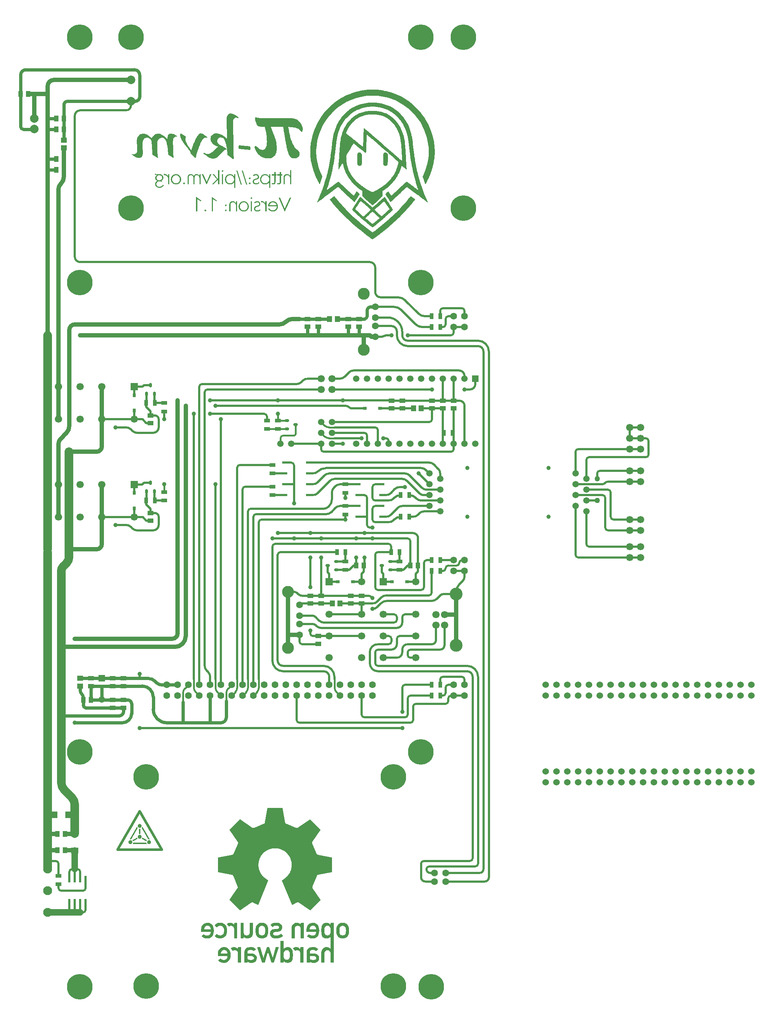
<source format=gbl>
G04 Layer_Physical_Order=2*
G04 Layer_Color=16711680*
%FSLAX44Y44*%
%MOMM*%
G71*
G01*
G75*
%ADD10R,1.4000X0.9500*%
%ADD11C,0.5000*%
%ADD12C,1.0000*%
%ADD13C,0.4000*%
%ADD14C,0.8000*%
%ADD15C,1.6000*%
%ADD16C,2.8000*%
%ADD17C,3.0000*%
%ADD18C,1.7000*%
%ADD19C,2.0000*%
%ADD20C,1.0000*%
%ADD21C,6.0000*%
%ADD22R,1.5000X1.5000*%
%ADD23C,1.5000*%
%ADD24R,1.7000X1.7000*%
%ADD25R,1.7000X1.7000*%
%ADD26C,2.1000*%
%ADD27R,1.5000X1.5000*%
%ADD28C,1.5240*%
%ADD29C,1.2700*%
%ADD30C,2.0000*%
%ADD31R,0.9500X1.4000*%
%ADD32R,1.4000X1.0500*%
G04:AMPARAMS|DCode=33|XSize=0.65mm|YSize=1mm|CornerRadius=0.1625mm|HoleSize=0mm|Usage=FLASHONLY|Rotation=90.000|XOffset=0mm|YOffset=0mm|HoleType=Round|Shape=RoundedRectangle|*
%AMROUNDEDRECTD33*
21,1,0.6500,0.6750,0,0,90.0*
21,1,0.3250,1.0000,0,0,90.0*
1,1,0.3250,0.3375,0.1625*
1,1,0.3250,0.3375,-0.1625*
1,1,0.3250,-0.3375,-0.1625*
1,1,0.3250,-0.3375,0.1625*
%
%ADD33ROUNDEDRECTD33*%
%ADD34R,0.6000X1.5500*%
G04:AMPARAMS|DCode=35|XSize=0.65mm|YSize=1mm|CornerRadius=0.1625mm|HoleSize=0mm|Usage=FLASHONLY|Rotation=180.000|XOffset=0mm|YOffset=0mm|HoleType=Round|Shape=RoundedRectangle|*
%AMROUNDEDRECTD35*
21,1,0.6500,0.6750,0,0,180.0*
21,1,0.3250,1.0000,0,0,180.0*
1,1,0.3250,-0.1625,0.3375*
1,1,0.3250,0.1625,0.3375*
1,1,0.3250,0.1625,-0.3375*
1,1,0.3250,-0.1625,-0.3375*
%
%ADD35ROUNDEDRECTD35*%
%ADD36R,1.4500X1.1500*%
%ADD37R,1.1500X1.4500*%
%ADD38R,1.8000X1.4000*%
%ADD39R,1.3000X0.6000*%
%ADD40R,0.8000X0.9500*%
%ADD41R,2.2000X1.5500*%
%ADD42R,0.9500X0.8000*%
%ADD43R,1.0500X1.4000*%
%ADD44C,1.5000*%
G36*
X420076Y1606643D02*
X417715Y1603958D01*
X415309Y1606643D01*
X417715Y1609373D01*
X420076Y1606643D01*
D02*
G37*
G36*
X556367Y1591510D02*
X541650Y1623812D01*
X545028D01*
X556321Y1598590D01*
X556459D01*
X568075Y1623812D01*
X571546D01*
X556367Y1591510D01*
D02*
G37*
G36*
X360284Y1617796D02*
X359173Y1615574D01*
X351028Y1620619D01*
X350796Y1620480D01*
Y1592296D01*
X347881Y1592250D01*
Y1625478D01*
X348251Y1625524D01*
X360284Y1617796D01*
D02*
G37*
G36*
X479914Y1623164D02*
X477785Y1620758D01*
X475657Y1623164D01*
X477785Y1625571D01*
X479914Y1623164D01*
D02*
G37*
G36*
X397260Y1617796D02*
X396150Y1615574D01*
X388005Y1620619D01*
X387773Y1620480D01*
Y1592296D01*
X384858Y1592250D01*
Y1625478D01*
X385228Y1625524D01*
X397260Y1617796D01*
D02*
G37*
G36*
X434561Y1615852D02*
X435209Y1615806D01*
X435764Y1615713D01*
X436273Y1615621D01*
X436644Y1615482D01*
X436968Y1615389D01*
X437153Y1615343D01*
X437199Y1615297D01*
X437662Y1615065D01*
X438125Y1614834D01*
X438495Y1614603D01*
X438819Y1614371D01*
X439096Y1614186D01*
X439282Y1614047D01*
X439420Y1613955D01*
X439467Y1613909D01*
X440068Y1613353D01*
X440485Y1612937D01*
X440670Y1612751D01*
X440762Y1612613D01*
X440809Y1612520D01*
X440855Y1612474D01*
X441133Y1612057D01*
X441318Y1611733D01*
X441364Y1611595D01*
X441410Y1611548D01*
X441503D01*
Y1615343D01*
X444326D01*
Y1592250D01*
X441503D01*
Y1605254D01*
Y1605856D01*
X441410Y1606458D01*
X441364Y1606967D01*
X441272Y1607476D01*
X441179Y1607846D01*
X441133Y1608124D01*
X441040Y1608355D01*
Y1608401D01*
X440809Y1608957D01*
X440577Y1609419D01*
X440346Y1609836D01*
X440115Y1610252D01*
X439929Y1610530D01*
X439744Y1610762D01*
X439652Y1610900D01*
X439605Y1610947D01*
X439235Y1611363D01*
X438819Y1611687D01*
X438448Y1611965D01*
X438125Y1612242D01*
X437800Y1612428D01*
X437569Y1612566D01*
X437384Y1612613D01*
X437338Y1612659D01*
X436829Y1612890D01*
X436320Y1613029D01*
X435857Y1613168D01*
X435394Y1613214D01*
X435024Y1613261D01*
X434700Y1613307D01*
X434422D01*
X433589Y1613261D01*
X432802Y1613075D01*
X432155Y1612844D01*
X431553Y1612613D01*
X431090Y1612335D01*
X430720Y1612104D01*
X430535Y1611918D01*
X430442Y1611872D01*
X429887Y1611271D01*
X429470Y1610576D01*
X429193Y1609836D01*
X428961Y1609095D01*
X428869Y1608448D01*
X428823Y1607939D01*
X428776Y1607707D01*
Y1607568D01*
Y1607476D01*
Y1607429D01*
Y1592250D01*
X425953D01*
Y1607476D01*
X425999Y1608216D01*
X426046Y1608910D01*
X426185Y1609512D01*
X426277Y1610067D01*
X426416Y1610484D01*
X426555Y1610808D01*
X426601Y1610993D01*
X426647Y1611085D01*
X426925Y1611687D01*
X427203Y1612196D01*
X427480Y1612659D01*
X427758Y1613029D01*
X428036Y1613353D01*
X428221Y1613584D01*
X428360Y1613723D01*
X428406Y1613770D01*
X428823Y1614140D01*
X429285Y1614464D01*
X429702Y1614742D01*
X430072Y1614973D01*
X430442Y1615112D01*
X430720Y1615251D01*
X430905Y1615343D01*
X430951D01*
X431460Y1615528D01*
X431969Y1615667D01*
X432478Y1615760D01*
X432941Y1615852D01*
X433312D01*
X433589Y1615898D01*
X433867D01*
X434561Y1615852D01*
D02*
G37*
G36*
X420122Y1594657D02*
X417715Y1591972D01*
X415355Y1594657D01*
X417715Y1597387D01*
X420122Y1594657D01*
D02*
G37*
G36*
X479174Y1592250D02*
X476351D01*
Y1615343D01*
X479174D01*
Y1592250D01*
D02*
G37*
G36*
X529525Y1615852D02*
X530404Y1615760D01*
X531191Y1615574D01*
X531839Y1615436D01*
X532441Y1615251D01*
X532857Y1615065D01*
X533135Y1614973D01*
X533181Y1614927D01*
X533227D01*
X534014Y1614556D01*
X534708Y1614140D01*
X535310Y1613723D01*
X535865Y1613307D01*
X536328Y1612890D01*
X536652Y1612613D01*
X536837Y1612428D01*
X536930Y1612335D01*
X537485Y1611687D01*
X537948Y1611039D01*
X538364Y1610391D01*
X538688Y1609790D01*
X538966Y1609281D01*
X539151Y1608864D01*
X539290Y1608586D01*
X539336Y1608540D01*
Y1608494D01*
X539614Y1607661D01*
X539845Y1606828D01*
X539984Y1606041D01*
X540123Y1605301D01*
X540169Y1604699D01*
X540215Y1604190D01*
Y1604005D01*
Y1603866D01*
Y1603820D01*
Y1603773D01*
X540169Y1602848D01*
X540077Y1601969D01*
X539938Y1601182D01*
X539753Y1600488D01*
X539568Y1599886D01*
X539429Y1599423D01*
X539383Y1599284D01*
X539336Y1599146D01*
X539290Y1599099D01*
Y1599053D01*
X538920Y1598266D01*
X538457Y1597526D01*
X538040Y1596878D01*
X537624Y1596322D01*
X537254Y1595860D01*
X536976Y1595490D01*
X536791Y1595304D01*
X536698Y1595212D01*
X536050Y1594610D01*
X535402Y1594101D01*
X534755Y1593638D01*
X534153Y1593314D01*
X533644Y1592990D01*
X533227Y1592805D01*
X532950Y1592666D01*
X532904Y1592620D01*
X532857D01*
X532024Y1592296D01*
X531191Y1592065D01*
X530404Y1591926D01*
X529664Y1591833D01*
X529062Y1591741D01*
X528600Y1591695D01*
X527535D01*
X526887Y1591787D01*
X526286Y1591833D01*
X525776Y1591926D01*
X525360Y1592019D01*
X525036Y1592065D01*
X524851Y1592157D01*
X524758D01*
X524157Y1592343D01*
X523601Y1592574D01*
X523092Y1592805D01*
X522630Y1592990D01*
X522259Y1593176D01*
X521982Y1593361D01*
X521797Y1593453D01*
X521750Y1593499D01*
X520778Y1594240D01*
X520362Y1594610D01*
X519992Y1594934D01*
X519668Y1595212D01*
X519436Y1595490D01*
X519297Y1595628D01*
X519251Y1595675D01*
X518835Y1596137D01*
X518465Y1596647D01*
X518140Y1597109D01*
X517863Y1597526D01*
X517631Y1597850D01*
X517493Y1598174D01*
X517400Y1598359D01*
X517354Y1598405D01*
X520640D01*
X521149Y1597711D01*
X521658Y1597155D01*
X522213Y1596600D01*
X522722Y1596184D01*
X523185Y1595860D01*
X523555Y1595582D01*
X523787Y1595443D01*
X523833Y1595397D01*
X523879D01*
X524620Y1595027D01*
X525360Y1594749D01*
X526101Y1594564D01*
X526748Y1594425D01*
X527350Y1594332D01*
X527766Y1594286D01*
X528183D01*
X528877Y1594332D01*
X529525Y1594425D01*
X530127Y1594518D01*
X530636Y1594657D01*
X531052Y1594795D01*
X531423Y1594934D01*
X531608Y1594980D01*
X531700Y1595027D01*
X532302Y1595351D01*
X532857Y1595675D01*
X533366Y1595999D01*
X533783Y1596322D01*
X534153Y1596600D01*
X534384Y1596832D01*
X534570Y1597017D01*
X534616Y1597063D01*
X535079Y1597572D01*
X535449Y1598081D01*
X535773Y1598590D01*
X536097Y1599053D01*
X536282Y1599469D01*
X536467Y1599793D01*
X536559Y1599978D01*
X536606Y1600071D01*
X536837Y1600719D01*
X537022Y1601413D01*
X537115Y1602015D01*
X537207Y1602570D01*
X537254Y1603079D01*
X537300Y1603449D01*
Y1603681D01*
Y1603773D01*
X516799D01*
X516845Y1604699D01*
X516937Y1605578D01*
X517030Y1606365D01*
X517169Y1607059D01*
X517354Y1607661D01*
X517446Y1608124D01*
X517493Y1608262D01*
X517539Y1608401D01*
X517585Y1608448D01*
Y1608494D01*
X517909Y1609281D01*
X518279Y1610021D01*
X518650Y1610669D01*
X519020Y1611271D01*
X519390Y1611687D01*
X519668Y1612057D01*
X519853Y1612242D01*
X519899Y1612335D01*
X520501Y1612937D01*
X521149Y1613446D01*
X521750Y1613909D01*
X522352Y1614279D01*
X522861Y1614556D01*
X523278Y1614742D01*
X523555Y1614880D01*
X523601Y1614927D01*
X523648D01*
X524481Y1615251D01*
X525360Y1615482D01*
X526193Y1615667D01*
X526980Y1615760D01*
X527628Y1615852D01*
X528183Y1615898D01*
X528646D01*
X529525Y1615852D01*
D02*
G37*
G36*
X503007Y1616176D02*
X504025Y1615991D01*
X504905Y1615760D01*
X505691Y1615482D01*
X506339Y1615158D01*
X506848Y1614927D01*
X507034Y1614834D01*
X507173Y1614742D01*
X507219Y1614695D01*
X507265D01*
X508098Y1614094D01*
X508746Y1613399D01*
X509348Y1612705D01*
X509764Y1612011D01*
X510088Y1611409D01*
X510319Y1610900D01*
X510412Y1610715D01*
X510458Y1610576D01*
X510504Y1610484D01*
Y1610437D01*
X510643D01*
Y1615343D01*
X513327D01*
Y1592250D01*
X510504D01*
Y1604005D01*
X510458Y1604699D01*
X510412Y1605347D01*
X510319Y1605948D01*
X510227Y1606458D01*
X510134Y1606920D01*
X510042Y1607244D01*
X509949Y1607429D01*
Y1607522D01*
X509718Y1608124D01*
X509440Y1608679D01*
X509162Y1609188D01*
X508931Y1609604D01*
X508700Y1609975D01*
X508515Y1610206D01*
X508376Y1610391D01*
X508329Y1610437D01*
X507913Y1610900D01*
X507496Y1611271D01*
X507126Y1611595D01*
X506756Y1611872D01*
X506432Y1612104D01*
X506201Y1612242D01*
X506016Y1612335D01*
X505969Y1612381D01*
X505460Y1612613D01*
X504951Y1612798D01*
X504488Y1612937D01*
X504072Y1613029D01*
X503702Y1613075D01*
X503378Y1613122D01*
X503146D01*
X502452Y1613075D01*
X501850Y1612983D01*
X501573Y1612890D01*
X501388Y1612844D01*
X501295Y1612798D01*
X501249D01*
X500462Y1616130D01*
X500740Y1616176D01*
X501203D01*
X501434Y1616222D01*
X501897D01*
X503007Y1616176D01*
D02*
G37*
G36*
X553594Y-133292D02*
X553594Y-134466D01*
X553594Y-134466D01*
X553594D01*
X553594Y-136066D01*
X554507Y-135243D01*
X554864Y-134955D01*
X555440Y-134490D01*
X556398Y-133815D01*
X557387Y-133224D01*
X558410Y-132725D01*
X559472Y-132324D01*
X560578Y-132029D01*
X561734Y-131847D01*
X562942Y-131785D01*
X564372Y-131857D01*
X565712Y-132067D01*
X566964Y-132403D01*
X568128Y-132855D01*
X569204Y-133414D01*
X570193Y-134067D01*
X571095Y-134806D01*
X571912Y-135619D01*
X572645Y-136495D01*
X573259Y-137352D01*
X573775Y-138247D01*
X574199Y-139238D01*
X574538Y-140379D01*
X574800Y-141725D01*
X574991Y-143331D01*
X575119Y-145254D01*
X575191Y-147547D01*
X575213Y-150267D01*
X575191Y-153006D01*
X575119Y-155314D01*
X574991Y-157247D01*
X574800Y-158862D01*
X574538Y-160213D01*
X574199Y-161358D01*
X573775Y-162351D01*
X573259Y-163248D01*
X572645Y-164105D01*
X571912Y-164981D01*
X571095Y-165793D01*
X570193Y-166532D01*
X569204Y-167185D01*
X568128Y-167744D01*
X566964Y-168197D01*
X565712Y-168534D01*
X564372Y-168743D01*
X562942Y-168816D01*
X561719Y-168753D01*
X560529Y-168572D01*
X559377Y-168278D01*
X558268Y-167881D01*
X557210Y-167387D01*
X556208Y-166805D01*
X555801Y-166518D01*
X554864Y-165803D01*
X554864D01*
X553999Y-165011D01*
X553594Y-164605D01*
X553594Y-166393D01*
X553594Y-167568D01*
Y-168386D01*
X546318D01*
Y-117584D01*
X553594D01*
Y-133292D01*
D02*
G37*
G36*
X539088Y-74791D02*
X541395Y-75209D01*
X543504Y-75904D01*
X545379Y-76873D01*
X546989Y-78116D01*
X548300Y-79630D01*
X549277Y-81413D01*
X549888Y-83464D01*
X550099Y-85782D01*
X549939Y-87752D01*
X549475Y-89523D01*
X548730Y-91092D01*
X547728Y-92455D01*
X546493Y-93609D01*
X545047Y-94549D01*
X543414Y-95273D01*
X541619Y-95777D01*
X539684Y-96056D01*
X533261Y-96626D01*
X532451Y-96720D01*
X531694Y-96866D01*
X531003Y-97074D01*
X530387Y-97356D01*
X529859Y-97719D01*
X529428Y-98175D01*
X529107Y-98732D01*
X528906Y-99402D01*
X528837Y-100194D01*
X528946Y-101161D01*
X529261Y-102017D01*
X529768Y-102760D01*
X530451Y-103390D01*
X531295Y-103907D01*
X532284Y-104310D01*
X533404Y-104598D01*
X534639Y-104772D01*
X535973Y-104830D01*
X537538Y-104772D01*
X539008Y-104599D01*
X540391Y-104310D01*
X541696Y-103907D01*
X542933Y-103391D01*
X544111Y-102761D01*
X545240Y-102017D01*
X546329Y-101162D01*
X547387Y-100194D01*
X551786Y-104530D01*
X551747Y-105800D01*
X550878Y-106555D01*
X549248Y-107761D01*
X547566Y-108804D01*
X545835Y-109685D01*
X544057Y-110404D01*
X542235Y-110963D01*
X540374Y-111361D01*
X538475Y-111600D01*
X536541Y-111679D01*
X533810Y-111530D01*
X531255Y-111089D01*
X528915Y-110364D01*
X526828Y-109364D01*
X525034Y-108098D01*
X523572Y-106575D01*
X522479Y-104803D01*
X521795Y-102791D01*
X521558Y-100549D01*
X521671Y-98672D01*
X522018Y-96908D01*
X522612Y-95281D01*
X523465Y-93814D01*
X524589Y-92530D01*
X525996Y-91454D01*
X527700Y-90609D01*
X529713Y-90017D01*
X532046Y-89704D01*
X538040Y-89279D01*
X539162Y-89137D01*
X540110Y-88911D01*
X540896Y-88611D01*
X541530Y-88248D01*
X542023Y-87832D01*
X542388Y-87374D01*
X542634Y-86884D01*
X542774Y-86374D01*
X542818Y-85852D01*
X542758Y-85046D01*
X542569Y-84297D01*
X542240Y-83616D01*
X541757Y-83011D01*
X541109Y-82494D01*
X540282Y-82075D01*
X539266Y-81762D01*
X538047Y-81568D01*
X536613Y-81501D01*
X535340Y-81550D01*
X534133Y-81694D01*
X532986Y-81927D01*
X531889Y-82242D01*
X530836Y-82634D01*
X529819Y-83097D01*
X528830Y-83625D01*
X527862Y-84213D01*
X526907Y-84853D01*
X523008Y-80274D01*
X523134Y-79010D01*
X523632Y-78618D01*
X524913Y-77746D01*
X526270Y-76967D01*
X527713Y-76289D01*
X529253Y-75718D01*
X530902Y-75262D01*
X532672Y-74927D01*
X534572Y-74721D01*
X536615Y-74651D01*
X539088Y-74791D01*
D02*
G37*
G36*
X624567Y-131839D02*
X626218Y-132007D01*
X627767Y-132297D01*
X629216Y-132718D01*
X630565Y-133277D01*
X631818Y-133983D01*
X632976Y-134844D01*
X634040Y-135869D01*
X634437Y-136357D01*
X634287Y-137619D01*
X629927Y-140943D01*
X628857Y-140777D01*
X628359Y-140231D01*
X627799Y-139775D01*
X627166Y-139404D01*
X626446Y-139111D01*
X625627Y-138893D01*
X624697Y-138744D01*
X623644Y-138658D01*
X622455Y-138631D01*
X620830Y-138677D01*
X619419Y-138822D01*
X618217Y-139073D01*
X617218Y-139439D01*
X616415Y-139927D01*
X615802Y-140546D01*
X615372Y-141305D01*
X615119Y-142210D01*
X615036Y-143270D01*
Y-147052D01*
X625097D01*
X627548Y-147229D01*
X629718Y-147737D01*
X631605Y-148543D01*
X633206Y-149613D01*
X634519Y-150914D01*
X635544Y-152413D01*
X636278Y-154074D01*
X636720Y-155867D01*
X636868Y-157755D01*
X636696Y-159789D01*
X636185Y-161684D01*
X635349Y-163414D01*
X634197Y-164952D01*
X632741Y-166271D01*
X630992Y-167344D01*
X628961Y-168143D01*
X626659Y-168643D01*
X624098Y-168816D01*
X622544Y-168773D01*
X621159Y-168644D01*
X619930Y-168427D01*
X618845Y-168121D01*
X617893Y-167722D01*
X617240Y-167335D01*
X616306Y-166605D01*
X616306Y-166604D01*
X615545Y-165709D01*
X615179Y-165175D01*
X615036Y-165175D01*
Y-167097D01*
X615036Y-168386D01*
X607757D01*
Y-143700D01*
X607980Y-140942D01*
X608629Y-138600D01*
X609678Y-136648D01*
X611099Y-135062D01*
X612864Y-133818D01*
X614945Y-132893D01*
X617315Y-132261D01*
X619947Y-131900D01*
X622812Y-131785D01*
X624567Y-131839D01*
D02*
G37*
G36*
X504303Y-74733D02*
X505937Y-74978D01*
X507416Y-75358D01*
X508750Y-75854D01*
X509945Y-76441D01*
X511009Y-77101D01*
X511951Y-77809D01*
X512776Y-78545D01*
X513494Y-79287D01*
X514361Y-80314D01*
X515111Y-81376D01*
X515748Y-82511D01*
X516276Y-83762D01*
X516699Y-85166D01*
X517020Y-86765D01*
X517245Y-88599D01*
X517377Y-90707D01*
X517420Y-93129D01*
X517377Y-95572D01*
X517245Y-97696D01*
X517020Y-99542D01*
X516699Y-101150D01*
X516276Y-102561D01*
X515748Y-103815D01*
X515111Y-104953D01*
X514361Y-106015D01*
X513494Y-107042D01*
X512776Y-107783D01*
X511951Y-108519D01*
X511009Y-109227D01*
X509945Y-109885D01*
X508750Y-110473D01*
X507416Y-110967D01*
X505937Y-111347D01*
X504303Y-111591D01*
X502508Y-111677D01*
X500712Y-111591D01*
X499077Y-111347D01*
X497597Y-110967D01*
X496263Y-110473D01*
X495067Y-109885D01*
X494003Y-109227D01*
X493061Y-108519D01*
X492236Y-107783D01*
X491518Y-107042D01*
X490651Y-106015D01*
X489901Y-104952D01*
X489265Y-103814D01*
X488738Y-102560D01*
X488316Y-101149D01*
X487995Y-99541D01*
X487770Y-97695D01*
X487639Y-95571D01*
X487596Y-93129D01*
X487639Y-90707D01*
X487770Y-88599D01*
X487995Y-86765D01*
X488316Y-85166D01*
X488738Y-83761D01*
X489265Y-82510D01*
X489901Y-81375D01*
X490651Y-80313D01*
X491518Y-79287D01*
X492236Y-78545D01*
X493061Y-77809D01*
X494003Y-77101D01*
X495067Y-76441D01*
X496263Y-75854D01*
X497597Y-75358D01*
X499077Y-74978D01*
X500712Y-74733D01*
X502508Y-74647D01*
X504303Y-74733D01*
D02*
G37*
G36*
X428932Y-74700D02*
X430149Y-74858D01*
X431317Y-75123D01*
X432432Y-75493D01*
X433490Y-75969D01*
X434489Y-76550D01*
X435055Y-76966D01*
X435961Y-77727D01*
X435961D01*
X436774Y-78573D01*
X437090Y-78928D01*
X437231Y-78928D01*
X437231Y-77215D01*
D01*
X437231Y-75974D01*
X438129Y-75076D01*
X444510D01*
X444510Y-111248D01*
X437231D01*
Y-89489D01*
X437106Y-87838D01*
X436751Y-86405D01*
X436193Y-85181D01*
X435461Y-84162D01*
X434582Y-83341D01*
X433586Y-82713D01*
X432499Y-82272D01*
X431350Y-82011D01*
X430168Y-81926D01*
X429571Y-81945D01*
X429013Y-82003D01*
X428483Y-82103D01*
X427974Y-82247D01*
X427474Y-82437D01*
X426975Y-82676D01*
X426467Y-82966D01*
X425941Y-83309D01*
X425387Y-83709D01*
X420702Y-78137D01*
X420722Y-77976D01*
X421147Y-76693D01*
X421618Y-76387D01*
X422402Y-75947D01*
X423209Y-75564D01*
X424041Y-75243D01*
X424900Y-74988D01*
X425790Y-74801D01*
X426712Y-74686D01*
X427670Y-74647D01*
X428932Y-74700D01*
D02*
G37*
G36*
X693779Y-74733D02*
X695414Y-74978D01*
X696894Y-75358D01*
X698228Y-75854D01*
X699424Y-76441D01*
X700489Y-77101D01*
X701430Y-77809D01*
X702256Y-78545D01*
X702973Y-79287D01*
X703840Y-80314D01*
X704590Y-81376D01*
X705227Y-82511D01*
X705754Y-83762D01*
X706176Y-85166D01*
X706497Y-86765D01*
X706721Y-88599D01*
X706853Y-90707D01*
X706896Y-93129D01*
X706853Y-95572D01*
X706721Y-97696D01*
X706497Y-99542D01*
X706176Y-101150D01*
X705754Y-102561D01*
X705227Y-103815D01*
X704590Y-104953D01*
X703840Y-106015D01*
X702973Y-107042D01*
X702256Y-107783D01*
X701430Y-108519D01*
X700489Y-109227D01*
X699424Y-109885D01*
X698228Y-110473D01*
X696894Y-110967D01*
X695414Y-111347D01*
X693779Y-111591D01*
X691984Y-111677D01*
X690189Y-111591D01*
X688555Y-111347D01*
X687075Y-110967D01*
X685741Y-110473D01*
X684545Y-109885D01*
X683481Y-109227D01*
X682539Y-108519D01*
X681713Y-107783D01*
X680996Y-107042D01*
X680129Y-106015D01*
X679379Y-104952D01*
X678742Y-103814D01*
X678214Y-102560D01*
X677792Y-101149D01*
X677471Y-99541D01*
X677246Y-97695D01*
X677114Y-95571D01*
X677072Y-93129D01*
X677114Y-90707D01*
X677246Y-88599D01*
X677471Y-86765D01*
X677792Y-85166D01*
X678214Y-83761D01*
X678742Y-82510D01*
X679379Y-81375D01*
X680129Y-80313D01*
X680996Y-79287D01*
X681713Y-78545D01*
X682539Y-77809D01*
X683481Y-77101D01*
X684545Y-76441D01*
X685741Y-75854D01*
X687075Y-75358D01*
X688555Y-74978D01*
X690189Y-74733D01*
X691984Y-74647D01*
X693779Y-74733D01*
D02*
G37*
G36*
X584187Y-131838D02*
X585404Y-131997D01*
X586572Y-132261D01*
X587686Y-132631D01*
X588745Y-133107D01*
X589743Y-133688D01*
X590310Y-134105D01*
X591216Y-134867D01*
X591216D01*
X592029Y-135713D01*
X592343Y-136066D01*
X592486Y-136066D01*
X592486Y-134356D01*
D01*
X592486Y-133112D01*
X593384Y-132214D01*
X599763D01*
Y-168386D01*
X592486D01*
Y-146623D01*
X592361Y-144974D01*
X592006Y-143540D01*
X591447Y-142317D01*
X590715Y-141298D01*
X589836Y-140477D01*
X588839Y-139848D01*
X587752Y-139406D01*
X586603Y-139145D01*
X585421Y-139060D01*
X584825Y-139079D01*
X584267Y-139137D01*
X583738Y-139237D01*
X583228Y-139381D01*
X582728Y-139572D01*
X582229Y-139811D01*
X581721Y-140102D01*
X581194Y-140447D01*
X580640Y-140847D01*
X575957Y-135275D01*
X575976Y-135116D01*
X576402Y-133830D01*
X576871Y-133526D01*
X577655Y-133085D01*
X578462Y-132703D01*
X579295Y-132382D01*
X580155Y-132126D01*
X581045Y-131939D01*
X581968Y-131824D01*
X582925Y-131785D01*
X584187Y-131838D01*
D02*
G37*
G36*
X437949D02*
X439166Y-131997D01*
X440333Y-132261D01*
X441447Y-132631D01*
X442505Y-133107D01*
X443503Y-133688D01*
X444072Y-134107D01*
X444978Y-134869D01*
X444978Y-134869D01*
X445791Y-135715D01*
X446103Y-136066D01*
X446248Y-136066D01*
X446248Y-134358D01*
D01*
X446248Y-133112D01*
X447146Y-132214D01*
X453523D01*
Y-168386D01*
X446248D01*
Y-146623D01*
X446124Y-144974D01*
X445768Y-143540D01*
X445210Y-142317D01*
X444478Y-141298D01*
X443600Y-140477D01*
X442603Y-139848D01*
X441516Y-139406D01*
X440368Y-139145D01*
X439185Y-139060D01*
X438588Y-139079D01*
X438030Y-139137D01*
X437501Y-139237D01*
X436991Y-139381D01*
X436491Y-139572D01*
X435992Y-139811D01*
X435484Y-140102D01*
X434958Y-140447D01*
X434404Y-140847D01*
X429719Y-135275D01*
X429738Y-135116D01*
X430164Y-133830D01*
X430634Y-133526D01*
X431418Y-133085D01*
X432226Y-132703D01*
X433058Y-132382D01*
X433919Y-132126D01*
X434809Y-131939D01*
X435731Y-131824D01*
X436687Y-131785D01*
X437949Y-131838D01*
D02*
G37*
G36*
X416430Y-131959D02*
X418779Y-132514D01*
X421051Y-133487D01*
X423173Y-134921D01*
X425073Y-136854D01*
X426677Y-139329D01*
X427913Y-142385D01*
X428708Y-146062D01*
X428989Y-150402D01*
X428683Y-154942D01*
X427818Y-158711D01*
X426476Y-161772D01*
X424738Y-164188D01*
X422684Y-166022D01*
X420396Y-167338D01*
X417954Y-168200D01*
X415440Y-168671D01*
X412935Y-168814D01*
X411327Y-168749D01*
X409742Y-168552D01*
X408187Y-168216D01*
X406669Y-167736D01*
X405195Y-167106D01*
X403772Y-166319D01*
X402407Y-165370D01*
X401108Y-164254D01*
X400517Y-163633D01*
X400583Y-162364D01*
X405160Y-158467D01*
X405905Y-159170D01*
X406703Y-159802D01*
X407547Y-160358D01*
X408429Y-160837D01*
X409338Y-161235D01*
X410266Y-161550D01*
X411205Y-161778D01*
X412145Y-161917D01*
X413078Y-161964D01*
X414690Y-161853D01*
X416182Y-161521D01*
X417536Y-160968D01*
X418734Y-160194D01*
X419755Y-159201D01*
X420583Y-157990D01*
X421197Y-156560D01*
X421579Y-154912D01*
X421710Y-153047D01*
X399169D01*
Y-147050D01*
X399417Y-144065D01*
X400130Y-141354D01*
X401259Y-138938D01*
X402755Y-136838D01*
X404572Y-135073D01*
X406661Y-133664D01*
X408973Y-132633D01*
X411461Y-131999D01*
X414077Y-131783D01*
X416430Y-131959D01*
D02*
G37*
G36*
X478329Y-131839D02*
X479980Y-132007D01*
X481529Y-132297D01*
X482978Y-132718D01*
X484328Y-133277D01*
X485581Y-133983D01*
X486739Y-134844D01*
X487804Y-135869D01*
X488201Y-136357D01*
X488051Y-137619D01*
X483689Y-140943D01*
X482619Y-140777D01*
X482121Y-140231D01*
X481562Y-139775D01*
X480929Y-139404D01*
X480210Y-139111D01*
X479392Y-138893D01*
X478463Y-138744D01*
X477410Y-138658D01*
X476222Y-138631D01*
X474595Y-138677D01*
X473184Y-138822D01*
X471982Y-139073D01*
X470983Y-139439D01*
X470179Y-139927D01*
X469566Y-140546D01*
X469136Y-141305D01*
X468883Y-142210D01*
X468800Y-143270D01*
Y-147052D01*
X478861D01*
X481312Y-147229D01*
X483482Y-147737D01*
X485368Y-148543D01*
X486970Y-149613D01*
X488284Y-150914D01*
X489309Y-152413D01*
X490044Y-154074D01*
X490486Y-155867D01*
X490634Y-157755D01*
X490461Y-159789D01*
X489951Y-161684D01*
X489114Y-163414D01*
X487962Y-164952D01*
X486506Y-166271D01*
X484756Y-167344D01*
X482725Y-168143D01*
X480423Y-168643D01*
X477861Y-168816D01*
X476309Y-168773D01*
X474924Y-168644D01*
X473694Y-168427D01*
X472609Y-168121D01*
X471657Y-167722D01*
X471003Y-167335D01*
X470069Y-166604D01*
X470069Y-166604D01*
X470069Y-166604D01*
X469308Y-165709D01*
X468941Y-165175D01*
X468800Y-165175D01*
X468798Y-167071D01*
X468798Y-167071D01*
X468798Y-167096D01*
X468798D01*
X468798Y-168386D01*
X461519D01*
Y-143700D01*
X461742Y-140942D01*
X462392Y-138600D01*
X463441Y-136648D01*
X464862Y-135062D01*
X466627Y-133818D01*
X468708Y-132893D01*
X471078Y-132261D01*
X473709Y-131900D01*
X476574Y-131785D01*
X478329Y-131839D01*
D02*
G37*
G36*
X542096Y-133240D02*
X530866Y-168386D01*
X524445D01*
X517811Y-146167D01*
X517473Y-145037D01*
X517473Y-145037D01*
X517473Y-145037D01*
X517473D01*
X516882Y-143057D01*
X516739D01*
X516148Y-145037D01*
X516148D01*
X516148Y-145037D01*
D01*
X515811Y-146167D01*
X509176Y-168386D01*
X502752D01*
X491524Y-133240D01*
X492273Y-132214D01*
X498904D01*
X504966Y-154414D01*
X505277Y-155552D01*
X505277Y-155552D01*
Y-155552D01*
D01*
X505820Y-157542D01*
X505967D01*
X506602Y-155583D01*
D01*
X506965Y-154461D01*
X514171Y-132214D01*
X519451D01*
X527797Y-157542D01*
X534720Y-132214D01*
X541347D01*
X542096Y-133240D01*
D02*
G37*
G36*
X372362Y1594657D02*
X370002Y1591972D01*
X367596Y1594657D01*
X370002Y1597387D01*
X372362Y1594657D01*
D02*
G37*
G36*
X322104Y1658156D02*
X319743Y1655472D01*
X317337Y1658156D01*
X319743Y1660887D01*
X322104Y1658156D01*
D02*
G37*
G36*
X489864Y1679306D02*
X490420Y1679213D01*
X490929Y1679121D01*
X491299Y1679028D01*
X491623Y1678936D01*
X491808Y1678889D01*
X491854Y1678843D01*
X492317Y1678612D01*
X492780Y1678380D01*
X493150Y1678149D01*
X493474Y1677917D01*
X493752Y1677686D01*
X493937Y1677501D01*
X494076Y1677408D01*
X494122Y1677362D01*
X494677Y1676668D01*
X495094Y1676020D01*
X495233Y1675789D01*
X495325Y1675557D01*
X495418Y1675419D01*
Y1675372D01*
X495649Y1674539D01*
X495742Y1674169D01*
X495788Y1673845D01*
Y1673567D01*
X495834Y1673336D01*
Y1673197D01*
Y1673151D01*
X495788Y1672549D01*
X495742Y1672040D01*
X495649Y1671577D01*
X495556Y1671161D01*
X495464Y1670837D01*
X495371Y1670559D01*
X495279Y1670420D01*
Y1670374D01*
X494770Y1669634D01*
X494538Y1669310D01*
X494307Y1669032D01*
X494122Y1668801D01*
X493937Y1668662D01*
X493844Y1668569D01*
X493798Y1668523D01*
X493150Y1668014D01*
X492548Y1667690D01*
X492317Y1667551D01*
X492132Y1667458D01*
X491993Y1667366D01*
X491947D01*
X491253Y1667135D01*
X490929Y1666996D01*
X490651Y1666949D01*
X490466Y1666857D01*
X490281Y1666811D01*
X490188Y1666764D01*
X490142D01*
X489309Y1666487D01*
X488892Y1666394D01*
X488568Y1666302D01*
X488291Y1666209D01*
X488059Y1666116D01*
X487920Y1666070D01*
X487874D01*
X487088Y1665793D01*
X486717Y1665654D01*
X486440Y1665515D01*
X486162Y1665422D01*
X485977Y1665330D01*
X485884Y1665283D01*
X485838Y1665237D01*
X485236Y1664821D01*
X484820Y1664404D01*
X484635Y1664219D01*
X484542Y1664080D01*
X484450Y1663988D01*
Y1663941D01*
X484264Y1663617D01*
X484126Y1663293D01*
X483941Y1662646D01*
Y1662322D01*
X483894Y1662137D01*
Y1661951D01*
Y1661905D01*
X483941Y1661211D01*
X484126Y1660609D01*
X484357Y1660054D01*
X484635Y1659637D01*
X484959Y1659313D01*
X485190Y1659036D01*
X485375Y1658897D01*
X485421Y1658851D01*
X486023Y1658480D01*
X486625Y1658249D01*
X487226Y1658064D01*
X487782Y1657925D01*
X488291Y1657832D01*
X488661Y1657786D01*
X489031D01*
X489772Y1657832D01*
X490096Y1657879D01*
X490420Y1657925D01*
X490651D01*
X490836Y1657971D01*
X490929Y1658018D01*
X490975D01*
X491576Y1658249D01*
X492086Y1658480D01*
X492271Y1658573D01*
X492410Y1658665D01*
X492502Y1658712D01*
X492548D01*
X493057Y1659082D01*
X493428Y1659360D01*
X493705Y1659591D01*
X493752Y1659684D01*
X493798D01*
X494168Y1660100D01*
X494446Y1660424D01*
X494631Y1660609D01*
X494677Y1660702D01*
X496528Y1658712D01*
X495788Y1657971D01*
X495418Y1657647D01*
X495140Y1657416D01*
X494862Y1657185D01*
X494677Y1657046D01*
X494538Y1656953D01*
X494492Y1656907D01*
X493705Y1656444D01*
X493381Y1656259D01*
X493057Y1656074D01*
X492826Y1655981D01*
X492641Y1655889D01*
X492502Y1655796D01*
X492456D01*
X491762Y1655565D01*
X491206Y1655426D01*
X490975Y1655380D01*
X490836Y1655334D01*
X490697D01*
X490096Y1655241D01*
X489633Y1655195D01*
X488568D01*
X487920Y1655287D01*
X487365Y1655334D01*
X486856Y1655426D01*
X486440Y1655519D01*
X486162Y1655565D01*
X485930Y1655657D01*
X485884D01*
X485329Y1655842D01*
X484820Y1656074D01*
X484403Y1656305D01*
X484033Y1656490D01*
X483709Y1656676D01*
X483478Y1656861D01*
X483339Y1656953D01*
X483293Y1657000D01*
X482876Y1657370D01*
X482552Y1657740D01*
X482275Y1658110D01*
X481997Y1658434D01*
X481812Y1658712D01*
X481673Y1658990D01*
X481627Y1659128D01*
X481580Y1659175D01*
X481395Y1659684D01*
X481210Y1660193D01*
X481118Y1660656D01*
X481071Y1661118D01*
X481025Y1661488D01*
X480979Y1661766D01*
Y1661998D01*
Y1662044D01*
X481025Y1662646D01*
X481071Y1663155D01*
X481164Y1663617D01*
X481256Y1664034D01*
X481395Y1664358D01*
X481488Y1664589D01*
X481534Y1664728D01*
X481580Y1664774D01*
X482043Y1665515D01*
X482275Y1665839D01*
X482506Y1666116D01*
X482691Y1666348D01*
X482876Y1666487D01*
X482969Y1666579D01*
X483015Y1666626D01*
X483663Y1667135D01*
X484311Y1667505D01*
X484542Y1667597D01*
X484727Y1667690D01*
X484866Y1667782D01*
X484912D01*
X485606Y1668060D01*
X485930Y1668153D01*
X486208Y1668245D01*
X486440Y1668338D01*
X486625Y1668384D01*
X486717Y1668430D01*
X486763D01*
X487597Y1668662D01*
X487967Y1668754D01*
X488291Y1668847D01*
X488615Y1668939D01*
X488846Y1668986D01*
X488985Y1669032D01*
X489031D01*
X489818Y1669263D01*
X490142Y1669356D01*
X490466Y1669495D01*
X490697Y1669587D01*
X490882Y1669680D01*
X491021Y1669726D01*
X491067D01*
X491669Y1670096D01*
X492132Y1670513D01*
X492271Y1670652D01*
X492410Y1670791D01*
X492456Y1670883D01*
X492502Y1670929D01*
X492687Y1671253D01*
X492780Y1671577D01*
X492965Y1672225D01*
Y1672503D01*
X493011Y1672734D01*
Y1672919D01*
Y1672966D01*
X492965Y1673475D01*
X492872Y1673938D01*
Y1674076D01*
X492826Y1674215D01*
X492780Y1674308D01*
Y1674354D01*
X492548Y1674817D01*
X492317Y1675233D01*
X492132Y1675465D01*
X492039Y1675557D01*
X491576Y1675927D01*
X491114Y1676205D01*
X490929Y1676298D01*
X490743Y1676390D01*
X490651Y1676437D01*
X490605D01*
X489911Y1676668D01*
X489216Y1676761D01*
X488939Y1676807D01*
X488106D01*
X487782Y1676761D01*
X487504Y1676714D01*
X487411D01*
X486949Y1676668D01*
X486486Y1676575D01*
X486301Y1676529D01*
X486208Y1676483D01*
X486116Y1676437D01*
X486069D01*
X485514Y1676252D01*
X485005Y1676020D01*
X484820Y1675881D01*
X484681Y1675835D01*
X484588Y1675742D01*
X484542D01*
X483941Y1675372D01*
X483431Y1674956D01*
X483200Y1674817D01*
X483061Y1674678D01*
X482969Y1674585D01*
X482922Y1674539D01*
X481349Y1676622D01*
X482043Y1677177D01*
X482691Y1677686D01*
X483339Y1678056D01*
X483894Y1678380D01*
X484357Y1678565D01*
X484727Y1678750D01*
X484959Y1678797D01*
X485051Y1678843D01*
X485745Y1679028D01*
X486393Y1679167D01*
X486995Y1679260D01*
X487504Y1679352D01*
X487920D01*
X488291Y1679398D01*
X489263D01*
X489864Y1679306D01*
D02*
G37*
G36*
X476258Y1658156D02*
X473852Y1655472D01*
X471492Y1658156D01*
X473852Y1660887D01*
X476258Y1658156D01*
D02*
G37*
G36*
X411422Y1655750D02*
X408599D01*
Y1678843D01*
X411422D01*
Y1655750D01*
D02*
G37*
G36*
X275131Y1679676D02*
X276149Y1679491D01*
X277028Y1679260D01*
X277815Y1678982D01*
X278463Y1678658D01*
X278972Y1678427D01*
X279157Y1678334D01*
X279296Y1678241D01*
X279342Y1678195D01*
X279388D01*
X280221Y1677594D01*
X280869Y1676899D01*
X281471Y1676205D01*
X281887Y1675511D01*
X282211Y1674909D01*
X282443Y1674400D01*
X282535Y1674215D01*
X282582Y1674076D01*
X282628Y1673984D01*
Y1673938D01*
X282767D01*
Y1678843D01*
X285451D01*
Y1655750D01*
X282628D01*
Y1667505D01*
X282582Y1668199D01*
X282535Y1668847D01*
X282443Y1669449D01*
X282350Y1669958D01*
X282257Y1670420D01*
X282165Y1670744D01*
X282072Y1670929D01*
Y1671022D01*
X281841Y1671624D01*
X281563Y1672179D01*
X281286Y1672688D01*
X281054Y1673105D01*
X280823Y1673475D01*
X280638Y1673706D01*
X280499Y1673891D01*
X280453Y1673938D01*
X280036Y1674400D01*
X279620Y1674771D01*
X279249Y1675094D01*
X278879Y1675372D01*
X278555Y1675604D01*
X278324Y1675742D01*
X278139Y1675835D01*
X278092Y1675881D01*
X277583Y1676113D01*
X277074Y1676298D01*
X276611Y1676437D01*
X276195Y1676529D01*
X275825Y1676575D01*
X275501Y1676622D01*
X275269D01*
X274575Y1676575D01*
X273974Y1676483D01*
X273696Y1676390D01*
X273511Y1676344D01*
X273418Y1676298D01*
X273372D01*
X272585Y1679630D01*
X272863Y1679676D01*
X273326D01*
X273557Y1679722D01*
X274020D01*
X275131Y1679676D01*
D02*
G37*
G36*
X511245Y1679352D02*
X512263Y1679213D01*
X513142Y1678982D01*
X513929Y1678750D01*
X514577Y1678473D01*
X515086Y1678288D01*
X515271Y1678195D01*
X515410Y1678103D01*
X515456Y1678056D01*
X515503D01*
X516336Y1677501D01*
X517076Y1676899D01*
X517770Y1676252D01*
X518326Y1675604D01*
X518788Y1675048D01*
X519112Y1674539D01*
X519251Y1674354D01*
X519297Y1674261D01*
X519390Y1674169D01*
Y1674123D01*
X519575D01*
Y1678843D01*
X522398D01*
Y1647142D01*
X519575D01*
Y1659961D01*
X519436D01*
X519112Y1659499D01*
X518788Y1659036D01*
X518418Y1658665D01*
X518140Y1658342D01*
X517863Y1658064D01*
X517631Y1657879D01*
X517493Y1657740D01*
X517446Y1657694D01*
X516567Y1657092D01*
X516197Y1656861D01*
X515827Y1656629D01*
X515503Y1656490D01*
X515271Y1656352D01*
X515086Y1656305D01*
X515040Y1656259D01*
X514114Y1655889D01*
X513698Y1655750D01*
X513281Y1655657D01*
X512957Y1655565D01*
X512726Y1655519D01*
X512541Y1655472D01*
X512495D01*
X511523Y1655334D01*
X511106Y1655241D01*
X510690D01*
X510366Y1655195D01*
X509903D01*
X509024Y1655241D01*
X508191Y1655334D01*
X507404Y1655472D01*
X506756Y1655657D01*
X506201Y1655796D01*
X505784Y1655935D01*
X505506Y1656028D01*
X505414Y1656074D01*
X504627Y1656444D01*
X503933Y1656814D01*
X503285Y1657231D01*
X502776Y1657647D01*
X502313Y1658018D01*
X501989Y1658295D01*
X501804Y1658480D01*
X501712Y1658573D01*
X501156Y1659221D01*
X500647Y1659869D01*
X500184Y1660470D01*
X499814Y1661072D01*
X499537Y1661581D01*
X499351Y1661998D01*
X499212Y1662275D01*
X499166Y1662322D01*
Y1662368D01*
X498842Y1663201D01*
X498611Y1664080D01*
X498472Y1664913D01*
X498333Y1665654D01*
X498287Y1666302D01*
X498241Y1666811D01*
Y1666996D01*
Y1667135D01*
Y1667227D01*
Y1667273D01*
X498287Y1668245D01*
X498380Y1669125D01*
X498518Y1669911D01*
X498657Y1670652D01*
X498842Y1671207D01*
X498981Y1671670D01*
X499074Y1671948D01*
X499120Y1671994D01*
Y1672040D01*
X499444Y1672827D01*
X499860Y1673567D01*
X500231Y1674215D01*
X500647Y1674817D01*
X500971Y1675233D01*
X501249Y1675604D01*
X501434Y1675789D01*
X501526Y1675881D01*
X502128Y1676483D01*
X502776Y1676992D01*
X503378Y1677455D01*
X503979Y1677825D01*
X504488Y1678103D01*
X504905Y1678288D01*
X505182Y1678427D01*
X505229Y1678473D01*
X505275D01*
X506108Y1678797D01*
X506941Y1679028D01*
X507774Y1679167D01*
X508515Y1679306D01*
X509162Y1679352D01*
X509672Y1679398D01*
X510134D01*
X511245Y1679352D01*
D02*
G37*
G36*
X428869D02*
X429887Y1679213D01*
X430766Y1678982D01*
X431553Y1678750D01*
X432201Y1678473D01*
X432710Y1678288D01*
X432895Y1678195D01*
X433034Y1678103D01*
X433080Y1678056D01*
X433126D01*
X433959Y1677501D01*
X434700Y1676899D01*
X435394Y1676252D01*
X435949Y1675604D01*
X436412Y1675048D01*
X436736Y1674539D01*
X436875Y1674354D01*
X436921Y1674261D01*
X437014Y1674169D01*
Y1674123D01*
X437199D01*
Y1678843D01*
X440022D01*
Y1647142D01*
X437199D01*
Y1659961D01*
X437060D01*
X436736Y1659499D01*
X436412Y1659036D01*
X436042Y1658665D01*
X435764Y1658342D01*
X435487Y1658064D01*
X435255Y1657879D01*
X435116Y1657740D01*
X435070Y1657694D01*
X434191Y1657092D01*
X433821Y1656861D01*
X433450Y1656629D01*
X433126Y1656490D01*
X432895Y1656352D01*
X432710Y1656305D01*
X432664Y1656259D01*
X431738Y1655889D01*
X431321Y1655750D01*
X430905Y1655657D01*
X430581Y1655565D01*
X430350Y1655519D01*
X430164Y1655472D01*
X430118D01*
X429146Y1655334D01*
X428730Y1655241D01*
X428313D01*
X427989Y1655195D01*
X427527D01*
X426647Y1655241D01*
X425814Y1655334D01*
X425028Y1655472D01*
X424380Y1655657D01*
X423824Y1655796D01*
X423408Y1655935D01*
X423130Y1656028D01*
X423038Y1656074D01*
X422251Y1656444D01*
X421557Y1656814D01*
X420909Y1657231D01*
X420400Y1657647D01*
X419937Y1658018D01*
X419613Y1658295D01*
X419428Y1658480D01*
X419335Y1658573D01*
X418780Y1659221D01*
X418271Y1659869D01*
X417808Y1660470D01*
X417438Y1661072D01*
X417160Y1661581D01*
X416975Y1661998D01*
X416836Y1662275D01*
X416790Y1662322D01*
Y1662368D01*
X416466Y1663201D01*
X416235Y1664080D01*
X416096Y1664913D01*
X415957Y1665654D01*
X415911Y1666302D01*
X415864Y1666811D01*
Y1666996D01*
Y1667135D01*
Y1667227D01*
Y1667273D01*
X415911Y1668245D01*
X416003Y1669125D01*
X416142Y1669911D01*
X416281Y1670652D01*
X416466Y1671207D01*
X416605Y1671670D01*
X416697Y1671948D01*
X416744Y1671994D01*
Y1672040D01*
X417068Y1672827D01*
X417484Y1673567D01*
X417854Y1674215D01*
X418271Y1674817D01*
X418595Y1675233D01*
X418872Y1675604D01*
X419058Y1675789D01*
X419150Y1675881D01*
X419752Y1676483D01*
X420400Y1676992D01*
X421001Y1677455D01*
X421603Y1677825D01*
X422112Y1678103D01*
X422528Y1678288D01*
X422806Y1678427D01*
X422853Y1678473D01*
X422899D01*
X423732Y1678797D01*
X424565Y1679028D01*
X425398Y1679167D01*
X426138Y1679306D01*
X426786Y1679352D01*
X427295Y1679398D01*
X427758D01*
X428869Y1679352D01*
D02*
G37*
G36*
X455294Y1655009D02*
X453026D01*
X442475Y1688053D01*
X444789D01*
X455294Y1655009D01*
D02*
G37*
G36*
X301880Y1679352D02*
X302759Y1679260D01*
X303546Y1679075D01*
X304240Y1678936D01*
X304795Y1678750D01*
X305258Y1678565D01*
X305536Y1678473D01*
X305582Y1678427D01*
X305628D01*
X306415Y1678056D01*
X307155Y1677640D01*
X307803Y1677223D01*
X308359Y1676807D01*
X308822Y1676390D01*
X309192Y1676113D01*
X309377Y1675927D01*
X309469Y1675835D01*
X310071Y1675187D01*
X310580Y1674539D01*
X311043Y1673891D01*
X311367Y1673290D01*
X311691Y1672781D01*
X311876Y1672364D01*
X312015Y1672086D01*
X312061Y1672040D01*
Y1671994D01*
X312385Y1671161D01*
X312616Y1670328D01*
X312755Y1669541D01*
X312848Y1668801D01*
X312940Y1668199D01*
X312987Y1667690D01*
Y1667505D01*
Y1667366D01*
Y1667320D01*
Y1667273D01*
X312940Y1666348D01*
X312848Y1665468D01*
X312709Y1664682D01*
X312524Y1663988D01*
X312339Y1663386D01*
X312200Y1662923D01*
X312154Y1662784D01*
X312107Y1662646D01*
X312061Y1662599D01*
Y1662553D01*
X311691Y1661766D01*
X311274Y1661026D01*
X310858Y1660378D01*
X310441Y1659823D01*
X310071Y1659360D01*
X309793Y1658990D01*
X309608Y1658804D01*
X309516Y1658712D01*
X308868Y1658110D01*
X308220Y1657601D01*
X307572Y1657138D01*
X306970Y1656814D01*
X306461Y1656490D01*
X306045Y1656305D01*
X305767Y1656167D01*
X305721Y1656120D01*
X305675D01*
X304842Y1655796D01*
X304009Y1655565D01*
X303222Y1655426D01*
X302481Y1655334D01*
X301880Y1655241D01*
X301371Y1655195D01*
X300954D01*
X300029Y1655241D01*
X299149Y1655334D01*
X298363Y1655472D01*
X297668Y1655657D01*
X297113Y1655842D01*
X296650Y1655981D01*
X296373Y1656074D01*
X296326Y1656120D01*
X296280D01*
X295493Y1656490D01*
X294753Y1656907D01*
X294105Y1657370D01*
X293503Y1657786D01*
X293087Y1658156D01*
X292717Y1658434D01*
X292531Y1658619D01*
X292439Y1658712D01*
X291837Y1659360D01*
X291328Y1660008D01*
X290865Y1660656D01*
X290495Y1661257D01*
X290217Y1661766D01*
X290032Y1662183D01*
X289893Y1662460D01*
X289847Y1662507D01*
Y1662553D01*
X289523Y1663386D01*
X289292Y1664219D01*
X289107Y1665006D01*
X289014Y1665746D01*
X288922Y1666348D01*
X288875Y1666857D01*
Y1667042D01*
Y1667181D01*
Y1667227D01*
Y1667273D01*
X288922Y1668199D01*
X289014Y1669078D01*
X289199Y1669865D01*
X289338Y1670605D01*
X289523Y1671161D01*
X289708Y1671624D01*
X289801Y1671901D01*
X289847Y1671948D01*
Y1671994D01*
X290217Y1672781D01*
X290634Y1673521D01*
X291050Y1674169D01*
X291467Y1674771D01*
X291884Y1675187D01*
X292161Y1675557D01*
X292346Y1675742D01*
X292439Y1675835D01*
X293087Y1676437D01*
X293735Y1676946D01*
X294382Y1677408D01*
X294984Y1677779D01*
X295493Y1678056D01*
X295910Y1678241D01*
X296187Y1678380D01*
X296234Y1678427D01*
X296280D01*
X297113Y1678750D01*
X297946Y1678982D01*
X298733Y1679167D01*
X299427Y1679260D01*
X300029Y1679352D01*
X300538Y1679398D01*
X300954D01*
X301880Y1679352D01*
D02*
G37*
G36*
X468067Y1655009D02*
X465799D01*
X455248Y1688053D01*
X457562D01*
X468067Y1655009D01*
D02*
G37*
G36*
X534523Y1678843D02*
X536976D01*
X537022Y1676252D01*
X534523D01*
Y1661720D01*
Y1661072D01*
X534431Y1660470D01*
X534384Y1659961D01*
X534292Y1659499D01*
X534199Y1659175D01*
X534153Y1658897D01*
X534061Y1658712D01*
Y1658665D01*
X533875Y1658203D01*
X533644Y1657832D01*
X533413Y1657462D01*
X533181Y1657185D01*
X532996Y1656953D01*
X532857Y1656768D01*
X532765Y1656676D01*
X532718Y1656629D01*
X532024Y1656120D01*
X531376Y1655796D01*
X531099Y1655657D01*
X530867Y1655565D01*
X530728Y1655519D01*
X530682D01*
X529803Y1655334D01*
X529386Y1655287D01*
X529016Y1655241D01*
X528692Y1655195D01*
X527674D01*
X527165Y1655287D01*
X526656Y1655334D01*
X526239Y1655426D01*
X525915Y1655519D01*
X525638Y1655565D01*
X525453Y1655657D01*
X525406D01*
Y1658295D01*
X525915Y1658064D01*
X526286Y1657925D01*
X526517Y1657832D01*
X526610D01*
X526934Y1657786D01*
X528137D01*
X528600Y1657832D01*
X529016Y1657925D01*
X529340Y1657971D01*
X529618Y1658064D01*
X529803Y1658110D01*
X529895Y1658156D01*
X529942D01*
X530497Y1658480D01*
X530867Y1658804D01*
X531099Y1659082D01*
X531191Y1659128D01*
Y1659175D01*
X531423Y1659684D01*
X531561Y1660100D01*
X531608Y1660285D01*
X531654Y1660424D01*
Y1660517D01*
Y1660563D01*
X531700Y1661072D01*
Y1661535D01*
Y1661812D01*
Y1661859D01*
Y1661905D01*
Y1676252D01*
X525453D01*
Y1678843D01*
X531700D01*
Y1684489D01*
X534523D01*
Y1678843D01*
D02*
G37*
G36*
X571500Y1655750D02*
X568677D01*
Y1670050D01*
X568631Y1670559D01*
X568584Y1671068D01*
X568492Y1671531D01*
X568399Y1671948D01*
X568307Y1672272D01*
X568260Y1672503D01*
X568168Y1672688D01*
Y1672734D01*
X567937Y1673197D01*
X567705Y1673614D01*
X567474Y1673938D01*
X567242Y1674261D01*
X567057Y1674539D01*
X566872Y1674724D01*
X566780Y1674817D01*
X566733Y1674863D01*
X565993Y1675465D01*
X565252Y1675927D01*
X564975Y1676066D01*
X564743Y1676205D01*
X564558Y1676298D01*
X564512D01*
X564049Y1676483D01*
X563540Y1676575D01*
X563077Y1676668D01*
X562661Y1676761D01*
X562337D01*
X562013Y1676807D01*
X561782D01*
X561133Y1676761D01*
X560532Y1676668D01*
X560300Y1676622D01*
X560115Y1676575D01*
X559977Y1676529D01*
X559930D01*
X559190Y1676298D01*
X558912Y1676159D01*
X558634Y1675974D01*
X558403Y1675835D01*
X558218Y1675696D01*
X558125Y1675650D01*
X558079Y1675604D01*
X557755Y1675326D01*
X557477Y1675048D01*
X557015Y1674447D01*
X556876Y1674169D01*
X556737Y1673938D01*
X556691Y1673799D01*
X556645Y1673752D01*
X556459Y1673290D01*
X556274Y1672781D01*
X556182Y1672272D01*
X556135Y1671809D01*
X556089Y1671392D01*
X556043Y1671068D01*
Y1670837D01*
Y1670744D01*
Y1655750D01*
X553220D01*
Y1671624D01*
X553266Y1672318D01*
X553312Y1672966D01*
X553451Y1673521D01*
X553544Y1673984D01*
X553683Y1674400D01*
X553821Y1674724D01*
X553868Y1674909D01*
X553914Y1674956D01*
X554192Y1675465D01*
X554469Y1675974D01*
X554747Y1676390D01*
X555025Y1676761D01*
X555302Y1677038D01*
X555488Y1677223D01*
X555626Y1677362D01*
X555673Y1677408D01*
X556552Y1678056D01*
X556968Y1678288D01*
X557339Y1678519D01*
X557709Y1678658D01*
X557987Y1678797D01*
X558172Y1678889D01*
X558218D01*
X558773Y1679075D01*
X559282Y1679167D01*
X559791Y1679260D01*
X560300Y1679352D01*
X560671D01*
X560995Y1679398D01*
X561828D01*
X562337Y1679352D01*
X562568D01*
X562753Y1679306D01*
X562892D01*
X563540Y1679213D01*
X564188Y1679028D01*
X564419Y1678982D01*
X564604Y1678889D01*
X564743Y1678843D01*
X564790D01*
X565530Y1678519D01*
X566132Y1678195D01*
X566409Y1678010D01*
X566594Y1677917D01*
X566733Y1677825D01*
X566780Y1677779D01*
X567474Y1677177D01*
X567798Y1676899D01*
X568075Y1676575D01*
X568260Y1676344D01*
X568446Y1676113D01*
X568538Y1675974D01*
X568584Y1675927D01*
X568677D01*
Y1688515D01*
X571500D01*
Y1655750D01*
D02*
G37*
G36*
X350102Y1679352D02*
X350843Y1679213D01*
X351491Y1679075D01*
X352092Y1678889D01*
X352555Y1678658D01*
X352925Y1678519D01*
X353157Y1678380D01*
X353249Y1678334D01*
X353897Y1677917D01*
X354452Y1677408D01*
X354915Y1676853D01*
X355332Y1676344D01*
X355656Y1675881D01*
X355887Y1675511D01*
X356026Y1675280D01*
X356072Y1675233D01*
Y1675187D01*
X356211D01*
Y1678843D01*
X358803D01*
Y1655750D01*
X355980D01*
Y1669587D01*
X355933Y1670605D01*
X355841Y1671068D01*
X355794Y1671438D01*
X355702Y1671809D01*
X355656Y1672040D01*
X355609Y1672225D01*
Y1672272D01*
X355471Y1672781D01*
X355285Y1673197D01*
X355100Y1673614D01*
X354869Y1673938D01*
X354730Y1674261D01*
X354591Y1674447D01*
X354499Y1674585D01*
X354452Y1674632D01*
X353805Y1675326D01*
X353481Y1675557D01*
X353203Y1675789D01*
X352925Y1675974D01*
X352694Y1676113D01*
X352555Y1676159D01*
X352509Y1676205D01*
X352046Y1676390D01*
X351583Y1676575D01*
X351120Y1676668D01*
X350704Y1676714D01*
X350334Y1676761D01*
X350056Y1676807D01*
X349778D01*
X349130Y1676761D01*
X348529Y1676714D01*
X348066Y1676575D01*
X347649Y1676437D01*
X347326Y1676298D01*
X347094Y1676205D01*
X346955Y1676113D01*
X346909Y1676066D01*
X346539Y1675789D01*
X346261Y1675511D01*
X345983Y1675233D01*
X345798Y1674956D01*
X345613Y1674724D01*
X345521Y1674585D01*
X345428Y1674447D01*
Y1674400D01*
X345104Y1673660D01*
X344965Y1673058D01*
X344919Y1672781D01*
X344873Y1672596D01*
Y1672457D01*
Y1672410D01*
X344826Y1671762D01*
X344780Y1671300D01*
Y1671115D01*
Y1670976D01*
Y1670929D01*
Y1670883D01*
Y1655750D01*
X341957D01*
Y1669449D01*
X341911Y1670328D01*
X341865Y1671115D01*
X341772Y1671762D01*
X341633Y1672318D01*
X341494Y1672734D01*
X341402Y1673058D01*
X341356Y1673290D01*
X341309Y1673336D01*
X341032Y1673845D01*
X340754Y1674308D01*
X340476Y1674678D01*
X340199Y1675002D01*
X339967Y1675233D01*
X339782Y1675419D01*
X339689Y1675511D01*
X339643Y1675557D01*
X339273Y1675835D01*
X338903Y1676066D01*
X338532Y1676205D01*
X338255Y1676344D01*
X337977Y1676483D01*
X337792Y1676529D01*
X337653Y1676575D01*
X337607D01*
X336866Y1676714D01*
X336589Y1676761D01*
X336357D01*
X336172Y1676807D01*
X335895D01*
X335200Y1676761D01*
X334599Y1676714D01*
X334367Y1676668D01*
X334182Y1676622D01*
X334090Y1676575D01*
X334044D01*
X333396Y1676344D01*
X332887Y1676066D01*
X332701Y1675927D01*
X332563Y1675789D01*
X332470Y1675742D01*
X332424Y1675696D01*
X331915Y1675187D01*
X331544Y1674632D01*
X331406Y1674400D01*
X331313Y1674215D01*
X331221Y1674076D01*
Y1674030D01*
X331082Y1673614D01*
X330943Y1673151D01*
X330850Y1672688D01*
X330804Y1672272D01*
X330758Y1671901D01*
Y1671577D01*
Y1671392D01*
Y1671300D01*
Y1655750D01*
X327935D01*
Y1671994D01*
Y1672596D01*
X328027Y1673197D01*
X328259Y1674261D01*
X328583Y1675187D01*
X328953Y1675927D01*
X329369Y1676575D01*
X329693Y1676992D01*
X329925Y1677270D01*
X329971Y1677362D01*
X330017D01*
X330434Y1677732D01*
X330850Y1678056D01*
X331730Y1678519D01*
X332655Y1678889D01*
X333534Y1679167D01*
X334275Y1679306D01*
X334645Y1679352D01*
X334923D01*
X335154Y1679398D01*
X335478D01*
X336172Y1679352D01*
X336866Y1679260D01*
X337561Y1679121D01*
X338116Y1678982D01*
X338625Y1678797D01*
X339042Y1678658D01*
X339273Y1678565D01*
X339319Y1678519D01*
X339366D01*
X340060Y1678149D01*
X340754Y1677640D01*
X341309Y1677131D01*
X341818Y1676575D01*
X342235Y1676113D01*
X342513Y1675696D01*
X342744Y1675419D01*
X342790Y1675372D01*
Y1675326D01*
X342883D01*
X343068Y1675789D01*
X343299Y1676159D01*
X343484Y1676529D01*
X343716Y1676807D01*
X343855Y1677038D01*
X343993Y1677223D01*
X344086Y1677316D01*
X344132Y1677362D01*
X344688Y1677871D01*
X345243Y1678241D01*
X345474Y1678380D01*
X345659Y1678473D01*
X345752Y1678565D01*
X345798D01*
X346446Y1678843D01*
X347048Y1679075D01*
X347279Y1679121D01*
X347464Y1679167D01*
X347557Y1679213D01*
X347603D01*
X348251Y1679306D01*
X348806Y1679398D01*
X349315D01*
X350102Y1679352D01*
D02*
G37*
G36*
X412162Y1686664D02*
X410033Y1684258D01*
X407904Y1686664D01*
X410033Y1689071D01*
X412162Y1686664D01*
D02*
G37*
G36*
X492919Y1615806D02*
X493474Y1615713D01*
X493983Y1615621D01*
X494353Y1615528D01*
X494677Y1615436D01*
X494862Y1615389D01*
X494909Y1615343D01*
X495371Y1615112D01*
X495834Y1614880D01*
X496204Y1614649D01*
X496528Y1614418D01*
X496806Y1614186D01*
X496991Y1614001D01*
X497130Y1613909D01*
X497176Y1613862D01*
X497732Y1613168D01*
X498148Y1612520D01*
X498287Y1612289D01*
X498380Y1612057D01*
X498472Y1611918D01*
Y1611872D01*
X498703Y1611039D01*
X498796Y1610669D01*
X498842Y1610345D01*
Y1610067D01*
X498889Y1609836D01*
Y1609697D01*
Y1609651D01*
X498842Y1609049D01*
X498796Y1608540D01*
X498703Y1608077D01*
X498611Y1607661D01*
X498518Y1607337D01*
X498426Y1607059D01*
X498333Y1606920D01*
Y1606874D01*
X497824Y1606134D01*
X497593Y1605810D01*
X497361Y1605532D01*
X497176Y1605301D01*
X496991Y1605162D01*
X496899Y1605069D01*
X496852Y1605023D01*
X496204Y1604514D01*
X495603Y1604190D01*
X495371Y1604051D01*
X495186Y1603958D01*
X495047Y1603866D01*
X495001D01*
X494307Y1603635D01*
X493983Y1603496D01*
X493705Y1603449D01*
X493520Y1603357D01*
X493335Y1603311D01*
X493242Y1603264D01*
X493196D01*
X492363Y1602987D01*
X491947Y1602894D01*
X491623Y1602802D01*
X491345Y1602709D01*
X491114Y1602616D01*
X490975Y1602570D01*
X490929D01*
X490142Y1602292D01*
X489772Y1602154D01*
X489494Y1602015D01*
X489216Y1601922D01*
X489031Y1601830D01*
X488939Y1601783D01*
X488892Y1601737D01*
X488291Y1601321D01*
X487874Y1600904D01*
X487689Y1600719D01*
X487597Y1600580D01*
X487504Y1600488D01*
Y1600441D01*
X487319Y1600117D01*
X487180Y1599793D01*
X486995Y1599146D01*
Y1598822D01*
X486949Y1598636D01*
Y1598451D01*
Y1598405D01*
X486995Y1597711D01*
X487180Y1597109D01*
X487411Y1596554D01*
X487689Y1596137D01*
X488013Y1595813D01*
X488244Y1595536D01*
X488430Y1595397D01*
X488476Y1595351D01*
X489077Y1594980D01*
X489679Y1594749D01*
X490281Y1594564D01*
X490836Y1594425D01*
X491345Y1594332D01*
X491715Y1594286D01*
X492086D01*
X492826Y1594332D01*
X493150Y1594379D01*
X493474Y1594425D01*
X493705D01*
X493890Y1594471D01*
X493983Y1594518D01*
X494029D01*
X494631Y1594749D01*
X495140Y1594980D01*
X495325Y1595073D01*
X495464Y1595166D01*
X495556Y1595212D01*
X495603D01*
X496112Y1595582D01*
X496482Y1595860D01*
X496760Y1596091D01*
X496806Y1596184D01*
X496852D01*
X497223Y1596600D01*
X497500Y1596924D01*
X497685Y1597109D01*
X497732Y1597202D01*
X499583Y1595212D01*
X498842Y1594471D01*
X498472Y1594147D01*
X498194Y1593916D01*
X497917Y1593685D01*
X497732Y1593546D01*
X497593Y1593453D01*
X497547Y1593407D01*
X496760Y1592944D01*
X496436Y1592759D01*
X496112Y1592574D01*
X495880Y1592481D01*
X495695Y1592389D01*
X495556Y1592296D01*
X495510D01*
X494816Y1592065D01*
X494261Y1591926D01*
X494029Y1591880D01*
X493890Y1591833D01*
X493752D01*
X493150Y1591741D01*
X492687Y1591695D01*
X491623D01*
X490975Y1591787D01*
X490420Y1591833D01*
X489911Y1591926D01*
X489494Y1592019D01*
X489216Y1592065D01*
X488985Y1592157D01*
X488939D01*
X488383Y1592343D01*
X487874Y1592574D01*
X487458Y1592805D01*
X487088Y1592990D01*
X486763Y1593176D01*
X486532Y1593361D01*
X486393Y1593453D01*
X486347Y1593499D01*
X485930Y1593870D01*
X485606Y1594240D01*
X485329Y1594610D01*
X485051Y1594934D01*
X484866Y1595212D01*
X484727Y1595490D01*
X484681Y1595628D01*
X484635Y1595675D01*
X484450Y1596184D01*
X484264Y1596693D01*
X484172Y1597155D01*
X484126Y1597618D01*
X484079Y1597988D01*
X484033Y1598266D01*
Y1598498D01*
Y1598544D01*
X484079Y1599146D01*
X484126Y1599655D01*
X484218Y1600117D01*
X484311Y1600534D01*
X484450Y1600858D01*
X484542Y1601089D01*
X484588Y1601228D01*
X484635Y1601274D01*
X485098Y1602015D01*
X485329Y1602339D01*
X485560Y1602616D01*
X485745Y1602848D01*
X485930Y1602987D01*
X486023Y1603079D01*
X486069Y1603125D01*
X486717Y1603635D01*
X487365Y1604005D01*
X487597Y1604097D01*
X487782Y1604190D01*
X487920Y1604283D01*
X487967D01*
X488661Y1604560D01*
X488985Y1604653D01*
X489263Y1604745D01*
X489494Y1604838D01*
X489679Y1604884D01*
X489772Y1604930D01*
X489818D01*
X490651Y1605162D01*
X491021Y1605254D01*
X491345Y1605347D01*
X491669Y1605439D01*
X491900Y1605486D01*
X492039Y1605532D01*
X492086D01*
X492872Y1605763D01*
X493196Y1605856D01*
X493520Y1605995D01*
X493752Y1606087D01*
X493937Y1606180D01*
X494076Y1606226D01*
X494122D01*
X494724Y1606596D01*
X495186Y1607013D01*
X495325Y1607152D01*
X495464Y1607291D01*
X495510Y1607383D01*
X495556Y1607429D01*
X495742Y1607753D01*
X495834Y1608077D01*
X496019Y1608725D01*
Y1609003D01*
X496066Y1609234D01*
Y1609419D01*
Y1609466D01*
X496019Y1609975D01*
X495927Y1610437D01*
Y1610576D01*
X495880Y1610715D01*
X495834Y1610808D01*
Y1610854D01*
X495603Y1611317D01*
X495371Y1611733D01*
X495186Y1611965D01*
X495094Y1612057D01*
X494631Y1612428D01*
X494168Y1612705D01*
X493983Y1612798D01*
X493798Y1612890D01*
X493705Y1612937D01*
X493659D01*
X492965Y1613168D01*
X492271Y1613261D01*
X491993Y1613307D01*
X491160D01*
X490836Y1613261D01*
X490558Y1613214D01*
X490466D01*
X490003Y1613168D01*
X489540Y1613075D01*
X489355Y1613029D01*
X489263Y1612983D01*
X489170Y1612937D01*
X489124D01*
X488568Y1612751D01*
X488059Y1612520D01*
X487874Y1612381D01*
X487735Y1612335D01*
X487643Y1612242D01*
X487597D01*
X486995Y1611872D01*
X486486Y1611456D01*
X486255Y1611317D01*
X486116Y1611178D01*
X486023Y1611085D01*
X485977Y1611039D01*
X484403Y1613122D01*
X485098Y1613677D01*
X485745Y1614186D01*
X486393Y1614556D01*
X486949Y1614880D01*
X487411Y1615065D01*
X487782Y1615251D01*
X488013Y1615297D01*
X488106Y1615343D01*
X488800Y1615528D01*
X489448Y1615667D01*
X490049Y1615760D01*
X490558Y1615852D01*
X490975D01*
X491345Y1615898D01*
X492317D01*
X492919Y1615806D01*
D02*
G37*
G36*
X460801Y1615852D02*
X461680Y1615760D01*
X462467Y1615574D01*
X463161Y1615436D01*
X463717Y1615251D01*
X464179Y1615065D01*
X464457Y1614973D01*
X464503Y1614927D01*
X464550D01*
X465336Y1614556D01*
X466077Y1614140D01*
X466725Y1613723D01*
X467280Y1613307D01*
X467743Y1612890D01*
X468113Y1612613D01*
X468298Y1612428D01*
X468391Y1612335D01*
X468993Y1611687D01*
X469501Y1611039D01*
X469964Y1610391D01*
X470288Y1609790D01*
X470612Y1609281D01*
X470797Y1608864D01*
X470936Y1608586D01*
X470982Y1608540D01*
Y1608494D01*
X471306Y1607661D01*
X471538Y1606828D01*
X471677Y1606041D01*
X471769Y1605301D01*
X471862Y1604699D01*
X471908Y1604190D01*
Y1604005D01*
Y1603866D01*
Y1603820D01*
Y1603773D01*
X471862Y1602848D01*
X471769Y1601969D01*
X471630Y1601182D01*
X471445Y1600488D01*
X471260Y1599886D01*
X471121Y1599423D01*
X471075Y1599284D01*
X471029Y1599146D01*
X470982Y1599099D01*
Y1599053D01*
X470612Y1598266D01*
X470196Y1597526D01*
X469779Y1596878D01*
X469363Y1596322D01*
X468993Y1595860D01*
X468715Y1595490D01*
X468530Y1595304D01*
X468437Y1595212D01*
X467789Y1594610D01*
X467141Y1594101D01*
X466493Y1593638D01*
X465892Y1593314D01*
X465383Y1592990D01*
X464966Y1592805D01*
X464688Y1592666D01*
X464642Y1592620D01*
X464596D01*
X463763Y1592296D01*
X462930Y1592065D01*
X462143Y1591926D01*
X461403Y1591833D01*
X460801Y1591741D01*
X460292Y1591695D01*
X459875D01*
X458950Y1591741D01*
X458071Y1591833D01*
X457284Y1591972D01*
X456590Y1592157D01*
X456034Y1592343D01*
X455572Y1592481D01*
X455294Y1592574D01*
X455248Y1592620D01*
X455201D01*
X454415Y1592990D01*
X453674Y1593407D01*
X453026Y1593870D01*
X452425Y1594286D01*
X452008Y1594657D01*
X451638Y1594934D01*
X451453Y1595119D01*
X451360Y1595212D01*
X450759Y1595860D01*
X450249Y1596508D01*
X449787Y1597155D01*
X449417Y1597757D01*
X449139Y1598266D01*
X448954Y1598683D01*
X448815Y1598960D01*
X448769Y1599007D01*
Y1599053D01*
X448445Y1599886D01*
X448213Y1600719D01*
X448028Y1601506D01*
X447936Y1602246D01*
X447843Y1602848D01*
X447797Y1603357D01*
Y1603542D01*
Y1603681D01*
Y1603727D01*
Y1603773D01*
X447843Y1604699D01*
X447936Y1605578D01*
X448121Y1606365D01*
X448260Y1607106D01*
X448445Y1607661D01*
X448630Y1608124D01*
X448722Y1608401D01*
X448769Y1608448D01*
Y1608494D01*
X449139Y1609281D01*
X449555Y1610021D01*
X449972Y1610669D01*
X450388Y1611271D01*
X450805Y1611687D01*
X451083Y1612057D01*
X451268Y1612242D01*
X451360Y1612335D01*
X452008Y1612937D01*
X452656Y1613446D01*
X453304Y1613909D01*
X453906Y1614279D01*
X454415Y1614556D01*
X454831Y1614742D01*
X455109Y1614880D01*
X455155Y1614927D01*
X455201D01*
X456034Y1615251D01*
X456867Y1615482D01*
X457654Y1615667D01*
X458348Y1615760D01*
X458950Y1615852D01*
X459459Y1615898D01*
X459875D01*
X460801Y1615852D01*
D02*
G37*
G36*
X252315Y1680093D02*
X252871Y1679954D01*
X253102Y1679908D01*
X253287Y1679861D01*
X253379Y1679815D01*
X253426D01*
X254027Y1679722D01*
X254536Y1679630D01*
X254768Y1679584D01*
X254907D01*
X254999Y1679537D01*
X255046D01*
X255647Y1679445D01*
X256156Y1679352D01*
X256388D01*
X256573Y1679306D01*
X256712D01*
X257360Y1679260D01*
X259025D01*
X259535Y1679306D01*
X260044D01*
X260645Y1679352D01*
X261201Y1679398D01*
X261710D01*
X262543Y1679352D01*
X263283Y1679306D01*
X263977Y1679213D01*
X264579Y1679075D01*
X265088Y1678936D01*
X265458Y1678843D01*
X265690Y1678797D01*
X265782Y1678750D01*
X266430Y1678519D01*
X266985Y1678241D01*
X267495Y1677917D01*
X267957Y1677640D01*
X268281Y1677408D01*
X268559Y1677177D01*
X268744Y1677038D01*
X268790Y1676992D01*
X269207Y1676575D01*
X269623Y1676113D01*
X269947Y1675650D01*
X270225Y1675233D01*
X270410Y1674863D01*
X270549Y1674585D01*
X270641Y1674400D01*
X270688Y1674308D01*
X270919Y1673706D01*
X271058Y1673151D01*
X271197Y1672549D01*
X271243Y1672040D01*
X271289Y1671577D01*
X271336Y1671253D01*
Y1671022D01*
Y1670929D01*
X271289Y1670143D01*
X271151Y1669402D01*
X271012Y1668754D01*
X270780Y1668153D01*
X270595Y1667644D01*
X270456Y1667273D01*
X270318Y1667042D01*
X270271Y1666949D01*
X269809Y1666302D01*
X269299Y1665746D01*
X268744Y1665237D01*
X268235Y1664821D01*
X267726Y1664497D01*
X267356Y1664265D01*
X267078Y1664126D01*
X267032Y1664080D01*
X266985D01*
X268143Y1660887D01*
X267124Y1661396D01*
X266615Y1661581D01*
X266199Y1661720D01*
X265782Y1661859D01*
X265505Y1661951D01*
X265273Y1661998D01*
X265227D01*
X264024Y1662229D01*
X263468Y1662322D01*
X262959Y1662368D01*
X262543Y1662414D01*
X261339D01*
X260784Y1662322D01*
X260321Y1662275D01*
X259905Y1662183D01*
X259535Y1662090D01*
X259303Y1661998D01*
X259118Y1661951D01*
X259072Y1661905D01*
X258609Y1661720D01*
X258193Y1661488D01*
X257822Y1661303D01*
X257498Y1661072D01*
X257221Y1660887D01*
X257036Y1660748D01*
X256943Y1660656D01*
X256897Y1660609D01*
X256295Y1659961D01*
X255832Y1659313D01*
X255693Y1659036D01*
X255601Y1658804D01*
X255508Y1658665D01*
Y1658619D01*
X255323Y1658203D01*
X255231Y1657740D01*
X255138Y1657323D01*
X255046Y1656953D01*
Y1656629D01*
X254999Y1656398D01*
Y1656213D01*
Y1656167D01*
X255046Y1655334D01*
X255138Y1654963D01*
X255184Y1654639D01*
X255277Y1654362D01*
X255369Y1654130D01*
X255416Y1653991D01*
Y1653945D01*
X255740Y1653158D01*
X255971Y1652788D01*
X256156Y1652511D01*
X256341Y1652233D01*
X256480Y1652048D01*
X256573Y1651955D01*
X256619Y1651909D01*
X256943Y1651585D01*
X257313Y1651307D01*
X258007Y1650844D01*
X258331Y1650659D01*
X258563Y1650520D01*
X258748Y1650474D01*
X258794Y1650428D01*
X259303Y1650243D01*
X259812Y1650104D01*
X260368Y1650011D01*
X260830Y1649965D01*
X261293Y1649919D01*
X261617Y1649873D01*
X262543D01*
X263098Y1649965D01*
X263607Y1650011D01*
X264024Y1650104D01*
X264394Y1650197D01*
X264672Y1650243D01*
X264857Y1650335D01*
X264903D01*
X265366Y1650520D01*
X265828Y1650706D01*
X266245Y1650891D01*
X266569Y1651030D01*
X266847Y1651215D01*
X267078Y1651353D01*
X267217Y1651400D01*
X267263Y1651446D01*
X267957Y1652001D01*
X268281Y1652233D01*
X268559Y1652464D01*
X268744Y1652696D01*
X268929Y1652834D01*
X269022Y1652927D01*
X269068Y1652973D01*
X269577Y1653575D01*
X269901Y1654084D01*
X270040Y1654269D01*
X270133Y1654408D01*
X270225Y1654500D01*
Y1654547D01*
X272354Y1653020D01*
X271891Y1652325D01*
X271428Y1651724D01*
X271197Y1651446D01*
X271058Y1651261D01*
X270965Y1651122D01*
X270919Y1651076D01*
X270225Y1650382D01*
X269855Y1650058D01*
X269531Y1649780D01*
X269253Y1649549D01*
X268976Y1649364D01*
X268837Y1649271D01*
X268790Y1649225D01*
X267772Y1648669D01*
X267263Y1648438D01*
X266800Y1648206D01*
X266430Y1648068D01*
X266106Y1647929D01*
X265921Y1647883D01*
X265828Y1647836D01*
X265181Y1647651D01*
X264533Y1647512D01*
X263885Y1647420D01*
X263283Y1647374D01*
X262774Y1647327D01*
X262404Y1647281D01*
X262034D01*
X261062Y1647327D01*
X260182Y1647420D01*
X259396Y1647559D01*
X258748Y1647697D01*
X258239Y1647836D01*
X257822Y1647975D01*
X257591Y1648068D01*
X257498Y1648114D01*
X256804Y1648438D01*
X256203Y1648808D01*
X255693Y1649178D01*
X255231Y1649502D01*
X254860Y1649826D01*
X254629Y1650058D01*
X254444Y1650243D01*
X254398Y1650289D01*
X253981Y1650798D01*
X253611Y1651307D01*
X253333Y1651770D01*
X253056Y1652233D01*
X252871Y1652603D01*
X252732Y1652881D01*
X252685Y1653112D01*
X252639Y1653158D01*
X252454Y1653760D01*
X252315Y1654269D01*
X252223Y1654778D01*
X252130Y1655241D01*
Y1655611D01*
X252084Y1655889D01*
Y1656074D01*
Y1656120D01*
X252130Y1657000D01*
X252269Y1657786D01*
X252500Y1658527D01*
X252732Y1659221D01*
X252963Y1659776D01*
X253194Y1660193D01*
X253333Y1660470D01*
X253379Y1660563D01*
X253935Y1661303D01*
X254536Y1661951D01*
X255184Y1662460D01*
X255786Y1662877D01*
X256388Y1663201D01*
X256850Y1663432D01*
X257036Y1663525D01*
X257174Y1663571D01*
X257221Y1663617D01*
X257267D01*
Y1663756D01*
X256619Y1663988D01*
X256064Y1664265D01*
X255832Y1664358D01*
X255647Y1664450D01*
X255555Y1664543D01*
X255508D01*
X254860Y1665006D01*
X254351Y1665468D01*
X254166Y1665654D01*
X254027Y1665793D01*
X253935Y1665885D01*
X253889Y1665931D01*
X253379Y1666579D01*
X253009Y1667227D01*
X252917Y1667505D01*
X252824Y1667736D01*
X252732Y1667875D01*
Y1667921D01*
X252454Y1668801D01*
X252361Y1669263D01*
X252315Y1669680D01*
X252269Y1670050D01*
Y1670328D01*
Y1670513D01*
Y1670559D01*
Y1670976D01*
X252315Y1671392D01*
Y1671577D01*
X252361Y1671716D01*
Y1671809D01*
Y1671855D01*
X252454Y1672503D01*
X252639Y1673058D01*
X252685Y1673290D01*
X252778Y1673475D01*
X252824Y1673567D01*
Y1673614D01*
X253148Y1674308D01*
X253518Y1674909D01*
X253657Y1675141D01*
X253796Y1675326D01*
X253889Y1675419D01*
X253935Y1675465D01*
X254212Y1675789D01*
X254583Y1676113D01*
X255231Y1676668D01*
X255555Y1676853D01*
X255786Y1676992D01*
X255971Y1677085D01*
X256017Y1677131D01*
Y1677270D01*
X255740Y1677223D01*
X255508Y1677177D01*
X255323Y1677131D01*
X254490D01*
X253703Y1677177D01*
X253379D01*
X253056Y1677223D01*
X252824Y1677270D01*
X252639D01*
X252547Y1677316D01*
X252500D01*
X251621Y1680231D01*
X252315Y1680093D01*
D02*
G37*
G36*
X547435Y1678843D02*
X549888D01*
X549934Y1676252D01*
X547435D01*
Y1661720D01*
Y1661072D01*
X547342Y1660470D01*
X547296Y1659961D01*
X547204Y1659499D01*
X547111Y1659175D01*
X547065Y1658897D01*
X546972Y1658712D01*
Y1658665D01*
X546787Y1658203D01*
X546556Y1657832D01*
X546324Y1657462D01*
X546093Y1657185D01*
X545908Y1656953D01*
X545769Y1656768D01*
X545676Y1656676D01*
X545630Y1656629D01*
X544936Y1656120D01*
X544288Y1655796D01*
X544010Y1655657D01*
X543779Y1655565D01*
X543640Y1655519D01*
X543594D01*
X542715Y1655334D01*
X542298Y1655287D01*
X541928Y1655241D01*
X541604Y1655195D01*
X540586D01*
X540077Y1655287D01*
X539568Y1655334D01*
X539151Y1655426D01*
X538827Y1655519D01*
X538549Y1655565D01*
X538364Y1655657D01*
X538318D01*
Y1658295D01*
X538827Y1658064D01*
X539197Y1657925D01*
X539429Y1657832D01*
X539521D01*
X539845Y1657786D01*
X541049D01*
X541511Y1657832D01*
X541928Y1657925D01*
X542252Y1657971D01*
X542529Y1658064D01*
X542715Y1658110D01*
X542807Y1658156D01*
X542853D01*
X543409Y1658480D01*
X543779Y1658804D01*
X544010Y1659082D01*
X544103Y1659128D01*
Y1659175D01*
X544334Y1659684D01*
X544473Y1660100D01*
X544520Y1660285D01*
X544566Y1660424D01*
Y1660517D01*
Y1660563D01*
X544612Y1661072D01*
Y1661535D01*
Y1661812D01*
Y1661859D01*
Y1661905D01*
Y1676252D01*
X538364D01*
Y1678843D01*
X544612D01*
Y1684489D01*
X547435D01*
Y1678843D01*
D02*
G37*
G36*
X372825Y1655195D02*
X372733D01*
X361579Y1678843D01*
X364680D01*
X372779Y1661627D01*
X381109Y1678843D01*
X383978D01*
X372825Y1655195D01*
D02*
G37*
G36*
X402675Y1655750D02*
X399852D01*
Y1666949D01*
X388467Y1655750D01*
X384765D01*
X396983Y1667505D01*
X386986Y1678843D01*
X390180D01*
X399852Y1667597D01*
Y1688515D01*
X402675D01*
Y1655750D01*
D02*
G37*
G36*
X476212Y1670143D02*
X473852Y1667458D01*
X471445Y1670143D01*
X473852Y1672873D01*
X476212Y1670143D01*
D02*
G37*
G36*
X585448Y-74700D02*
X586665Y-74858D01*
X587833Y-75123D01*
X588947Y-75493D01*
X590005Y-75969D01*
X591004Y-76550D01*
X591572Y-76968D01*
X592477Y-77730D01*
X592477D01*
X593290Y-78576D01*
X593602Y-78928D01*
X593747Y-78928D01*
X593747Y-77219D01*
D01*
X593747Y-75974D01*
X594646Y-75076D01*
X601024D01*
Y-111248D01*
X593747D01*
Y-89706D01*
X593637Y-88142D01*
X593315Y-86738D01*
X592799Y-85500D01*
X592105Y-84435D01*
X591249Y-83550D01*
X590249Y-82850D01*
X589119Y-82342D01*
X587878Y-82032D01*
X586541Y-81928D01*
X585225Y-82032D01*
X584000Y-82342D01*
X582883Y-82850D01*
X581892Y-83550D01*
X581042Y-84435D01*
X580352Y-85500D01*
X579837Y-86738D01*
X579516Y-88142D01*
X579406Y-89706D01*
Y-111248D01*
X572129D01*
Y-87206D01*
X572357Y-84614D01*
X573001Y-82311D01*
X574002Y-80302D01*
X575301Y-78591D01*
X576838Y-77182D01*
X578555Y-76079D01*
X580391Y-75286D01*
X582288Y-74808D01*
X584186Y-74647D01*
X585448Y-74700D01*
D02*
G37*
G36*
X489919Y1811919D02*
X492344Y1811391D01*
X494792Y1811074D01*
X497297Y1810881D01*
X499775Y1810752D01*
X502090Y1810663D01*
X504464Y1810604D01*
X507321Y1810565D01*
X510639Y1810540D01*
X513439Y1810526D01*
X514618Y1810521D01*
X564122D01*
X565800Y1810496D01*
X568939Y1810413D01*
X571431Y1810263D01*
X573641Y1810039D01*
X576031Y1809717D01*
X578398Y1809247D01*
X580691Y1808598D01*
X582930Y1807751D01*
X585077Y1806694D01*
X587107Y1805429D01*
X589011Y1803977D01*
X590755Y1802340D01*
X592286Y1800502D01*
X593663Y1798544D01*
X594894Y1796494D01*
X595945Y1794345D01*
X596829Y1792122D01*
X597540Y1789838D01*
X597990Y1787489D01*
X598192Y1785106D01*
X598201Y1782714D01*
X597796Y1780363D01*
X596323Y1778591D01*
X594247Y1779542D01*
X592777Y1781472D01*
X591163Y1783233D01*
X589501Y1784707D01*
X587327Y1785996D01*
X584411Y1787167D01*
X582828Y1787708D01*
X581028Y1788121D01*
X577624Y1788851D01*
X574911Y1789296D01*
X572423Y1789492D01*
X569161Y1789617D01*
X565860Y1789719D01*
X564350Y1789762D01*
X564589Y1788356D01*
X565164Y1785042D01*
X565859Y1781175D01*
X566495Y1777888D01*
X567081Y1775147D01*
X567689Y1772532D01*
X568371Y1769754D01*
X569138Y1766857D01*
X569987Y1763941D01*
X570860Y1761145D01*
X571690Y1758591D01*
X572682Y1755865D01*
X574156Y1752359D01*
X575072Y1750295D01*
X576096Y1748148D01*
X577692Y1745078D01*
X579141Y1742845D01*
X580894Y1740573D01*
X582836Y1738503D01*
X584972Y1736629D01*
X587269Y1734954D01*
X589191Y1732869D01*
X590503Y1730357D01*
X590834Y1727542D01*
X590617Y1724707D01*
X589856Y1721965D01*
X588349Y1719554D01*
X586112Y1717807D01*
X583478Y1716726D01*
X580691Y1716180D01*
X577845Y1716094D01*
X575025Y1716488D01*
X572368Y1717520D01*
X570075Y1719187D01*
X568209Y1721349D01*
X566659Y1723788D01*
X565399Y1726204D01*
X564345Y1728676D01*
X563287Y1731878D01*
X562289Y1735387D01*
X561840Y1737064D01*
X561230Y1740079D01*
X560654Y1742855D01*
X560037Y1745813D01*
X559450Y1748713D01*
X558882Y1751636D01*
X558330Y1754559D01*
X557795Y1757482D01*
X557275Y1760412D01*
X556770Y1763345D01*
X556280Y1766265D01*
X555797Y1769200D01*
X555311Y1772193D01*
X554838Y1775121D01*
X554401Y1777833D01*
X553939Y1780704D01*
X553356Y1784340D01*
X552761Y1788050D01*
X552487Y1789762D01*
X523515Y1789762D01*
X524090Y1788347D01*
X525408Y1785099D01*
X526856Y1781508D01*
X527990Y1778656D01*
X528959Y1776137D01*
X530048Y1773217D01*
X531390Y1769564D01*
X532582Y1766305D01*
X533096Y1764895D01*
X533526Y1763478D01*
X534496Y1760161D01*
X535525Y1756345D01*
X536242Y1753111D01*
X536687Y1750341D01*
X536992Y1747642D01*
X537243Y1744750D01*
X537403Y1741744D01*
X537413Y1738754D01*
X537219Y1735805D01*
X536850Y1732879D01*
X536235Y1729959D01*
X535321Y1727216D01*
X534008Y1724517D01*
X532271Y1722291D01*
X530251Y1720355D01*
X527997Y1718678D01*
X525474Y1717421D01*
X522779Y1716631D01*
X520003Y1716201D01*
X517189Y1716075D01*
X514325Y1716216D01*
X511534Y1716548D01*
X508954Y1717004D01*
X506363Y1717755D01*
X503291Y1719141D01*
X500126Y1720898D01*
X498648Y1721779D01*
X497340Y1722877D01*
X494616Y1725258D01*
X492204Y1727618D01*
X490587Y1729724D01*
X489206Y1732247D01*
X487634Y1735580D01*
X486244Y1738669D01*
X485645Y1740029D01*
X485231Y1741993D01*
X485520Y1743884D01*
X486716Y1745348D01*
X488645Y1745333D01*
X490376Y1744451D01*
X491713Y1743017D01*
X493038Y1741571D01*
X494439Y1740200D01*
X495947Y1738944D01*
X497576Y1737845D01*
X499361Y1737042D01*
X501246Y1736490D01*
X503179Y1736176D01*
X505145Y1736255D01*
X507028Y1736823D01*
X508690Y1737875D01*
X510088Y1739259D01*
X511224Y1740859D01*
X512128Y1742631D01*
X512831Y1744489D01*
X513360Y1746306D01*
X513742Y1748074D01*
X513993Y1750025D01*
X514128Y1752406D01*
X514174Y1755031D01*
X514171Y1757169D01*
X514161Y1758052D01*
X514097Y1759334D01*
X513930Y1762455D01*
X513699Y1766326D01*
X513442Y1769880D01*
X513151Y1772739D01*
X512758Y1775363D01*
X512195Y1778267D01*
X511417Y1781850D01*
X510565Y1785602D01*
X509880Y1788561D01*
X509599Y1789762D01*
X507740Y1789776D01*
X504546Y1789827D01*
X502133Y1789935D01*
X499705Y1790141D01*
X497253Y1790567D01*
X494907Y1791365D01*
X492894Y1792789D01*
X491301Y1794705D01*
X489994Y1796807D01*
X488921Y1799043D01*
X488037Y1801362D01*
X487322Y1803735D01*
X486776Y1806152D01*
X486421Y1808611D01*
X486341Y1811085D01*
X487653Y1812879D01*
X489919Y1811919D01*
D02*
G37*
G36*
X324051Y1767121D02*
X324232Y1765937D01*
X323839Y1765452D01*
X323275Y1764094D01*
X323007Y1762628D01*
X322980Y1761136D01*
X323140Y1759650D01*
X323446Y1758188D01*
X323874Y1756757D01*
X324393Y1755356D01*
X324968Y1753978D01*
X325587Y1752619D01*
X326247Y1751279D01*
X326942Y1749957D01*
X327665Y1748650D01*
X328416Y1747360D01*
X329200Y1746089D01*
X330015Y1744837D01*
X330859Y1743605D01*
X331711Y1742380D01*
X332576Y1741161D01*
X333448Y1739956D01*
X334346Y1738731D01*
X335187Y1737604D01*
X336117Y1736402D01*
X336227Y1736259D01*
X336227Y1736259D01*
X337063Y1735195D01*
X337184Y1735710D01*
X337360Y1736453D01*
X337417Y1736682D01*
X337612Y1737463D01*
X337932Y1738709D01*
X338404Y1740261D01*
X338949Y1741947D01*
X339510Y1743627D01*
X340086Y1745274D01*
X340702Y1746920D01*
X341352Y1748551D01*
X342017Y1750175D01*
X342690Y1751796D01*
X343391Y1753406D01*
X344127Y1754999D01*
X344885Y1756582D01*
X345642Y1758166D01*
X346412Y1759743D01*
X347206Y1761309D01*
X348022Y1762863D01*
X348861Y1764405D01*
X349725Y1765933D01*
X350627Y1767439D01*
X351537Y1768940D01*
X352472Y1770425D01*
X353486Y1771857D01*
X354723Y1773102D01*
X356208Y1774032D01*
X357871Y1774580D01*
X359622Y1774633D01*
X361343Y1774286D01*
X362987Y1773672D01*
X364557Y1772887D01*
X366078Y1772011D01*
X367558Y1771067D01*
X369002Y1770071D01*
X370428Y1769045D01*
X371821Y1767979D01*
X373181Y1766874D01*
X374558Y1765748D01*
X374744Y1765596D01*
X374190Y1764504D01*
X373866Y1764589D01*
X372178Y1764780D01*
X370406Y1764737D01*
X368691Y1764367D01*
X367076Y1763675D01*
X365594Y1762730D01*
X364277Y1761567D01*
X363112Y1760251D01*
X362064Y1758840D01*
X361128Y1757351D01*
X360295Y1755811D01*
X359531Y1754217D01*
X358812Y1752586D01*
X358186Y1751066D01*
X357564Y1749392D01*
X356830Y1747213D01*
X356435Y1746004D01*
X355631Y1743884D01*
X354586Y1741077D01*
X353784Y1738845D01*
X352922Y1736401D01*
X352085Y1733978D01*
X351281Y1731555D01*
X350507Y1729125D01*
X349752Y1726671D01*
X349014Y1724188D01*
X348360Y1721910D01*
X347594Y1719017D01*
X347321Y1717938D01*
X346175Y1717591D01*
X335497Y1727207D01*
X335378Y1728940D01*
X334834Y1730464D01*
X334090Y1731987D01*
X333244Y1733439D01*
X332326Y1734851D01*
X331366Y1736233D01*
X330382Y1737599D01*
X329371Y1738945D01*
X328338Y1740274D01*
X327293Y1741593D01*
X326245Y1742910D01*
X325199Y1744229D01*
X324156Y1745550D01*
X323110Y1746869D01*
X322063Y1748186D01*
X321029Y1749515D01*
X320013Y1750857D01*
X319011Y1752209D01*
X318018Y1753568D01*
X317046Y1754943D01*
X316112Y1756343D01*
X315218Y1757769D01*
X314356Y1759214D01*
X313532Y1760682D01*
X312774Y1762185D01*
X312084Y1763721D01*
X311490Y1765296D01*
X311031Y1766915D01*
X310739Y1768573D01*
X310643Y1770254D01*
X310840Y1771923D01*
X311388Y1773508D01*
X312366Y1774878D01*
X324051Y1767121D01*
D02*
G37*
G36*
X292188Y1774137D02*
X294182Y1773559D01*
X296122Y1772816D01*
X298006Y1771941D01*
X299833Y1770954D01*
X301613Y1769881D01*
X303342Y1768728D01*
X304140Y1768181D01*
X303668Y1767053D01*
X302552Y1767271D01*
X300474Y1767209D01*
X298498Y1766561D01*
X296848Y1765298D01*
X295649Y1763595D01*
X294834Y1761683D01*
X294319Y1759668D01*
X294051Y1757607D01*
X293978Y1755531D01*
X293989Y1753452D01*
X294003Y1751375D01*
X294035Y1749298D01*
X294083Y1747221D01*
X294138Y1745145D01*
X294191Y1743069D01*
X294248Y1740991D01*
X294312Y1738913D01*
X294381Y1736844D01*
X294453Y1734775D01*
X294530Y1732677D01*
X294611Y1730560D01*
X294693Y1728517D01*
X294771Y1726607D01*
X294854Y1724627D01*
X294958Y1722267D01*
X295084Y1719487D01*
X295169Y1717610D01*
X294043Y1716946D01*
X282760Y1725066D01*
X282658Y1726426D01*
X282419Y1729517D01*
X282144Y1732852D01*
X281892Y1735530D01*
X281640Y1737876D01*
X281354Y1740322D01*
X281019Y1742902D01*
X280628Y1745467D01*
X280171Y1747979D01*
X279636Y1750481D01*
X279001Y1752968D01*
X278232Y1755413D01*
X277277Y1757792D01*
X276059Y1760048D01*
X274456Y1762048D01*
X272364Y1763521D01*
X269932Y1764319D01*
X267374Y1764481D01*
X264830Y1764168D01*
X262444Y1763248D01*
X260442Y1761653D01*
X258944Y1759580D01*
X257954Y1757216D01*
X257366Y1754723D01*
X257085Y1752175D01*
X256924Y1749617D01*
X256863Y1747054D01*
X256878Y1744491D01*
X256933Y1741929D01*
X257020Y1739367D01*
X257106Y1736805D01*
X257226Y1734245D01*
X257377Y1731686D01*
X257561Y1729130D01*
X257778Y1726574D01*
X258029Y1724030D01*
X258299Y1721457D01*
X258608Y1718977D01*
X258779Y1717861D01*
X257770Y1717216D01*
X245635Y1725275D01*
X245508Y1727076D01*
X245272Y1730469D01*
X245091Y1733183D01*
X244946Y1735577D01*
X244797Y1738179D01*
X244637Y1740789D01*
X244472Y1743364D01*
X244305Y1745949D01*
X244133Y1748529D01*
X243982Y1751145D01*
X243844Y1753622D01*
X243703Y1756290D01*
X243703Y1756603D01*
X242950Y1758202D01*
X242103Y1759630D01*
X241063Y1760994D01*
X239841Y1762198D01*
X238441Y1763187D01*
X236886Y1763905D01*
X235225Y1764331D01*
X233518Y1764483D01*
X231803Y1764434D01*
X230105Y1764185D01*
X228470Y1763667D01*
X226980Y1762818D01*
X225699Y1761676D01*
X224660Y1760313D01*
X223886Y1758782D01*
X223335Y1757158D01*
X222971Y1755482D01*
X222760Y1753780D01*
X222613Y1752071D01*
X222515Y1750359D01*
X222463Y1748644D01*
X222452Y1746929D01*
X222471Y1745214D01*
X222511Y1743500D01*
X222575Y1741786D01*
X222663Y1740073D01*
X222755Y1738360D01*
X222839Y1736647D01*
X222920Y1734934D01*
X223007Y1733221D01*
X223081Y1731508D01*
X223103Y1729793D01*
X223069Y1728078D01*
X222969Y1726366D01*
X222774Y1724662D01*
X222433Y1722981D01*
X221889Y1721355D01*
X221052Y1719861D01*
X219850Y1718642D01*
X218348Y1717818D01*
X216696Y1717365D01*
X214987Y1717229D01*
X213274Y1717321D01*
X211584Y1717606D01*
X209924Y1718038D01*
X208302Y1718595D01*
X206728Y1719278D01*
X205199Y1720053D01*
X203710Y1720905D01*
X202257Y1721820D01*
X200846Y1722780D01*
X199442Y1723794D01*
X198060Y1724833D01*
X197137Y1725552D01*
X197732Y1726603D01*
X199531Y1726136D01*
X201381Y1725913D01*
X203242Y1725979D01*
X205054Y1726405D01*
X206684Y1727298D01*
X208004Y1728608D01*
X208939Y1730217D01*
X209545Y1731978D01*
X209860Y1733813D01*
X210004Y1735670D01*
X210023Y1737533D01*
X209983Y1739396D01*
X209912Y1741258D01*
X209814Y1743119D01*
X209692Y1744978D01*
X209554Y1746836D01*
X209420Y1748694D01*
X209310Y1750554D01*
X209221Y1752415D01*
X209142Y1754277D01*
X209088Y1756139D01*
X209085Y1758003D01*
X209187Y1759864D01*
X209453Y1761709D01*
X209922Y1763512D01*
X210580Y1765256D01*
X211410Y1766925D01*
X212428Y1768486D01*
X213652Y1769890D01*
X215049Y1771124D01*
X216602Y1772153D01*
X218294Y1772933D01*
X220050Y1773554D01*
X221853Y1774025D01*
X223696Y1774295D01*
X225558Y1774252D01*
X227393Y1773934D01*
X229186Y1773422D01*
X230935Y1772781D01*
X232633Y1772013D01*
X234277Y1771138D01*
X235872Y1770173D01*
X237417Y1769130D01*
X238903Y1768020D01*
X240380Y1766830D01*
X241728Y1765682D01*
X243208Y1764277D01*
X244434Y1763026D01*
X244922Y1764567D01*
X245628Y1766240D01*
X246497Y1767654D01*
X247548Y1769002D01*
X248735Y1770217D01*
X250060Y1771281D01*
X251492Y1772196D01*
X253023Y1772935D01*
X254626Y1773500D01*
X256268Y1773939D01*
X257939Y1774250D01*
X259638Y1774316D01*
X261329Y1774135D01*
X262983Y1773743D01*
X264598Y1773212D01*
X266177Y1772581D01*
X267713Y1771853D01*
X269205Y1771038D01*
X270658Y1770155D01*
X272072Y1769211D01*
X273446Y1768207D01*
X274771Y1767158D01*
X276075Y1766040D01*
X277336Y1764885D01*
X278467Y1763793D01*
X279704Y1762463D01*
X279849Y1762307D01*
X279849D01*
X280828Y1761198D01*
X280868Y1761876D01*
X280912Y1762621D01*
X280934Y1762887D01*
X281003Y1763742D01*
X281186Y1765317D01*
X281534Y1767387D01*
X282071Y1769389D01*
X282909Y1771289D01*
X284235Y1772878D01*
X286043Y1773893D01*
X288057Y1774387D01*
X290132Y1774433D01*
X292188Y1774137D01*
D02*
G37*
G36*
X763396Y1877300D02*
X763397Y1877300D01*
X763398Y1877300D01*
X763398Y1877300D01*
X766392Y1877274D01*
X766393Y1877274D01*
X766394D01*
X769138Y1877222D01*
X771457Y1877146D01*
X771458D01*
X773180Y1877045D01*
X773184Y1877045D01*
X773187Y1877044D01*
X779349Y1876398D01*
X780087Y1876321D01*
X780824Y1876211D01*
X786129Y1875418D01*
X786866Y1875308D01*
X786868Y1875308D01*
X786868Y1875308D01*
X787598Y1875165D01*
X792790Y1874150D01*
X793523Y1874006D01*
X794243Y1873831D01*
X800063Y1872415D01*
X800067Y1872414D01*
X800070Y1872413D01*
X806490Y1870532D01*
X806493Y1870531D01*
X806497Y1870529D01*
X806498Y1870529D01*
X806498Y1870529D01*
X812102Y1868599D01*
X812804Y1868357D01*
X812804Y1868357D01*
X812805Y1868357D01*
X812806Y1868357D01*
X812806Y1868356D01*
X812807Y1868356D01*
X813490Y1868085D01*
X818330Y1866160D01*
X819014Y1865888D01*
X819691Y1865581D01*
X824427Y1863436D01*
X825102Y1863131D01*
X825765Y1862793D01*
X831091Y1860077D01*
X831093Y1860076D01*
X831096Y1860075D01*
X831098Y1860073D01*
X843498Y1852531D01*
X844094Y1852167D01*
D01*
X844662Y1851736D01*
X855508Y1843493D01*
X856093Y1843049D01*
X856635Y1842544D01*
X867046Y1832805D01*
X867049Y1832802D01*
X867051Y1832799D01*
X867054Y1832796D01*
X876394Y1822088D01*
X876869Y1821542D01*
X877290Y1820949D01*
X885067Y1809962D01*
X885486Y1809369D01*
X885834Y1808754D01*
X892811Y1796411D01*
X892813Y1796407D01*
X892814Y1796404D01*
X892816Y1796401D01*
X892817Y1796399D01*
X892817Y1796399D01*
X898491Y1783423D01*
X898789Y1782742D01*
X898789Y1782741D01*
X898789Y1782741D01*
X899010Y1782052D01*
X903128Y1769140D01*
X903344Y1768456D01*
X903486Y1767771D01*
X906241Y1754435D01*
X906391Y1753704D01*
X906499Y1752967D01*
X906669Y1751808D01*
X906778Y1751071D01*
X906869Y1750382D01*
X907000Y1749399D01*
X907098Y1748663D01*
X907099Y1748661D01*
X907099Y1748661D01*
X907183Y1747930D01*
X907274Y1747144D01*
X907358Y1746407D01*
X907428Y1745673D01*
X907496Y1744944D01*
X907563Y1744226D01*
X907563Y1744226D01*
X907563Y1744226D01*
X907666Y1742777D01*
X907719Y1742036D01*
X907719Y1742034D01*
X907755Y1741296D01*
X907793Y1740522D01*
X907830Y1739773D01*
X907852Y1739050D01*
X907902Y1737357D01*
X907902Y1737357D01*
X907931Y1735440D01*
X907942Y1734699D01*
Y1734698D01*
X907942Y1734698D01*
X907951Y1732473D01*
X907954Y1731728D01*
X907954Y1731728D01*
X907950Y1729769D01*
X907948Y1729023D01*
X907941Y1728300D01*
X907933Y1727459D01*
X907925Y1726714D01*
X907909Y1725984D01*
X907897Y1725450D01*
X907880Y1724706D01*
X907850Y1723979D01*
X907836Y1723638D01*
X907806Y1722899D01*
X907761Y1722193D01*
X907696Y1721185D01*
X907631Y1720459D01*
X907544Y1719484D01*
X907544Y1719483D01*
X907544Y1719481D01*
X907427Y1718429D01*
X907345Y1717690D01*
X907258Y1717012D01*
X907186Y1716448D01*
X907091Y1715710D01*
X906989Y1714971D01*
X906879Y1714181D01*
X906777Y1713443D01*
X906658Y1712715D01*
X906023Y1708827D01*
X905902Y1708086D01*
X905763Y1707406D01*
X904939Y1703391D01*
X904790Y1702666D01*
X904611Y1701940D01*
X903622Y1697923D01*
X903444Y1697197D01*
X903245Y1696505D01*
X902069Y1692395D01*
X901863Y1691677D01*
X901633Y1690972D01*
X900280Y1686817D01*
X900051Y1686114D01*
X899796Y1685414D01*
X898268Y1681224D01*
X898012Y1680522D01*
X897739Y1679845D01*
X896025Y1675592D01*
X895744Y1674898D01*
X895456Y1674243D01*
X893556Y1669938D01*
X893254Y1669254D01*
X892955Y1668630D01*
X890859Y1664258D01*
X890539Y1663591D01*
X890206Y1662926D01*
X889599Y1661715D01*
X889599D01*
X889599Y1661715D01*
X889267Y1661059D01*
X888799Y1660137D01*
X888799Y1660136D01*
X888798Y1660134D01*
X888461Y1659483D01*
X888124Y1658832D01*
X887864Y1658343D01*
X887564Y1657781D01*
X887391Y1657471D01*
X887133Y1657010D01*
X886977Y1656752D01*
X886860Y1656559D01*
X886665Y1656267D01*
X886654Y1656250D01*
X886527Y1656087D01*
X886507Y1656062D01*
X886463Y1656022D01*
X886330Y1655981D01*
X885691Y1656095D01*
X885614Y1656185D01*
X885387Y1656724D01*
X885386Y1656727D01*
X885385Y1656728D01*
X885091Y1657486D01*
X885091Y1657486D01*
X884732Y1658457D01*
X884732Y1658458D01*
X884303Y1659656D01*
X884303Y1659656D01*
X883806Y1661075D01*
X883806Y1661075D01*
X883463Y1662071D01*
X883237Y1662724D01*
X883237Y1662724D01*
X882598Y1664602D01*
X879615Y1673409D01*
X879611Y1673436D01*
X879613Y1673464D01*
X879619Y1673492D01*
X880954Y1676465D01*
X882872Y1680897D01*
X884641Y1685305D01*
X886258Y1689689D01*
X887725Y1694047D01*
X889040Y1698379D01*
X890204Y1702685D01*
X891216Y1706962D01*
X892076Y1711211D01*
X892784Y1715430D01*
X893202Y1718555D01*
X893529Y1721771D01*
X893765Y1725060D01*
X893911Y1728405D01*
X893967Y1731791D01*
X893930Y1735200D01*
X893830Y1737888D01*
X893802Y1738620D01*
X893802Y1738620D01*
X893758Y1739306D01*
X893630Y1741294D01*
X893583Y1742028D01*
X893583Y1742028D01*
X893520Y1742713D01*
X893272Y1745405D01*
X889625Y1765135D01*
X883141Y1783745D01*
X874058Y1800997D01*
X862616Y1816647D01*
X849054Y1830450D01*
X833611Y1842163D01*
X816528Y1851542D01*
X798045Y1858343D01*
X778393Y1862324D01*
X776448Y1862558D01*
Y1862558D01*
X776447Y1862558D01*
X774720Y1862748D01*
X773131Y1862898D01*
X771599Y1863012D01*
X770035Y1863095D01*
X768359Y1863151D01*
X767203Y1863172D01*
X766486Y1863186D01*
X766486Y1863186D01*
X766484D01*
X766484Y1863186D01*
X764329Y1863202D01*
X764329Y1863202D01*
X764328Y1863202D01*
X761806Y1863206D01*
X759130Y1863196D01*
X756803Y1863169D01*
X754741Y1863118D01*
Y1863118D01*
X754739Y1863118D01*
X754739Y1863118D01*
X752861Y1863038D01*
X751084Y1862924D01*
X749330Y1862772D01*
Y1862772D01*
X749329Y1862772D01*
X749329Y1862772D01*
X747513Y1862575D01*
X747513Y1862575D01*
X747512Y1862575D01*
X747512Y1862575D01*
X745553Y1862328D01*
X745553Y1862328D01*
X745552Y1862328D01*
X745552Y1862328D01*
X743372Y1862027D01*
X732374Y1859979D01*
X721653Y1857020D01*
X711258Y1853178D01*
X701239Y1848482D01*
X691647Y1842962D01*
X682532Y1836647D01*
X673945Y1829565D01*
X665937Y1821747D01*
X658559Y1813220D01*
X653222Y1806021D01*
X648415Y1798534D01*
X644148Y1790779D01*
X640426Y1782772D01*
X637256Y1774533D01*
X634645Y1766079D01*
X632600Y1757428D01*
X631128Y1748597D01*
X630235Y1739604D01*
X630199Y1738916D01*
X630159Y1738179D01*
X630134Y1737462D01*
X630127Y1737254D01*
X630101Y1736514D01*
X630085Y1735780D01*
X630078Y1735435D01*
X630062Y1734690D01*
X630054Y1733957D01*
X630042Y1732777D01*
X630042Y1732777D01*
X630042Y1732777D01*
X630042Y1732777D01*
X630041Y1730847D01*
X630058Y1728968D01*
X630079Y1727956D01*
X630094Y1727211D01*
Y1727210D01*
X630121Y1726465D01*
X630150Y1725646D01*
X630150Y1725646D01*
X630192Y1724911D01*
X630224Y1724359D01*
X630224Y1724359D01*
X630224Y1724356D01*
X630224Y1724356D01*
X630295Y1723619D01*
X630717Y1719197D01*
X631443Y1714001D01*
X632400Y1708765D01*
X633591Y1703490D01*
X635014Y1698172D01*
X636671Y1692813D01*
X638562Y1687409D01*
X640686Y1681961D01*
X643046Y1676465D01*
X644134Y1674040D01*
X644359Y1673448D01*
X644190Y1672834D01*
X641401Y1664603D01*
X641401Y1664602D01*
X640762Y1662724D01*
X640762Y1662724D01*
Y1662724D01*
X640419Y1661729D01*
X640193Y1661075D01*
X640193Y1661075D01*
X639924Y1660307D01*
X639696Y1659656D01*
X639696Y1659655D01*
X639696Y1659655D01*
X639267Y1658458D01*
X639099Y1658003D01*
X639020Y1657792D01*
X639014Y1657776D01*
X639075Y1657940D01*
X639099Y1658003D01*
X639137Y1658107D01*
X639076Y1657940D01*
X638971Y1657663D01*
X638893Y1657454D01*
X638773Y1657139D01*
X638637Y1656826D01*
X638531Y1656586D01*
X638510Y1656542D01*
X638419Y1656389D01*
X638093Y1656109D01*
X638014Y1656079D01*
X638080Y1656098D01*
X638056Y1656077D01*
X637703Y1655963D01*
X637929Y1655969D01*
X638056Y1656077D01*
X638279Y1656149D01*
X638269Y1656133D01*
X637929Y1655969D01*
X638218Y1656045D01*
X638269Y1656133D01*
X638292Y1656144D01*
X638258Y1656084D01*
X638218Y1656045D01*
X638247Y1656063D01*
X638218Y1656045D01*
X637929Y1655969D01*
X637703Y1655963D01*
X637537Y1656011D01*
X637503Y1656045D01*
X637425Y1656122D01*
X637244Y1656382D01*
X637065Y1656656D01*
X636897Y1656944D01*
X636786Y1657137D01*
X636617Y1657442D01*
X636363Y1657916D01*
X636144Y1658341D01*
X633574Y1663333D01*
X633233Y1663994D01*
X633233Y1663994D01*
X632918Y1664660D01*
X630568Y1669634D01*
X630248Y1670311D01*
X630017Y1670849D01*
X627832Y1675928D01*
X627536Y1676617D01*
X627271Y1677297D01*
X625098Y1682899D01*
X625097Y1682901D01*
X625097Y1682901D01*
X623185Y1688436D01*
X622942Y1689140D01*
X622726Y1689852D01*
X621070Y1695331D01*
X621070Y1695333D01*
X621069Y1695336D01*
X621069Y1695337D01*
X621069Y1695337D01*
X619489Y1701456D01*
X619488Y1701459D01*
X618349Y1706817D01*
X618203Y1707503D01*
X618203Y1707503D01*
X617336Y1712746D01*
X617220Y1713445D01*
X617122Y1714151D01*
X616905Y1715725D01*
X616745Y1716976D01*
X616651Y1717716D01*
X616651Y1717716D01*
X616569Y1718454D01*
X616452Y1719510D01*
X616393Y1720175D01*
X616301Y1721215D01*
X616192Y1722925D01*
X616191Y1722927D01*
X616192Y1722927D01*
X616118Y1724740D01*
X616118Y1724743D01*
X616118Y1724743D01*
X616074Y1726763D01*
Y1726765D01*
X616074Y1726765D01*
X616052Y1729091D01*
X616047Y1731825D01*
X616047Y1731826D01*
X616047Y1731826D01*
X616061Y1734893D01*
X616061Y1734893D01*
X616103Y1737635D01*
X616103Y1737635D01*
X616103Y1737637D01*
X616103Y1737637D01*
X616103Y1737637D01*
X616181Y1740134D01*
X616181Y1740135D01*
Y1740136D01*
X616181Y1740137D01*
X616181D01*
X616299Y1742467D01*
X616299Y1742469D01*
X616464Y1744712D01*
Y1744713D01*
X616464Y1744715D01*
X616464Y1744715D01*
X616464D01*
X616609Y1746206D01*
X616680Y1746948D01*
X616768Y1747679D01*
X616955Y1749253D01*
X616955Y1749253D01*
X617294Y1751705D01*
X617294Y1751707D01*
X617294Y1751707D01*
X617294Y1751707D01*
X617294Y1751709D01*
X617702Y1754385D01*
X617702Y1754387D01*
X617703Y1754391D01*
X617704Y1754394D01*
X617704Y1754395D01*
X617704Y1754396D01*
X620962Y1769458D01*
X621119Y1770184D01*
X621353Y1770883D01*
X626242Y1785387D01*
X626243Y1785391D01*
X626245Y1785395D01*
X626246Y1785399D01*
X626247Y1785401D01*
X626247D01*
X632974Y1799860D01*
X632975Y1799862D01*
X632977Y1799866D01*
X632979Y1799869D01*
X632981Y1799873D01*
X632982Y1799875D01*
X632982D01*
X641224Y1813486D01*
X641226Y1813490D01*
X641228Y1813493D01*
X641231Y1813496D01*
X650894Y1826136D01*
X650897Y1826139D01*
X650899Y1826142D01*
X650902Y1826145D01*
X650903Y1826147D01*
Y1826147D01*
X661891Y1837688D01*
X661894Y1837691D01*
X661897Y1837694D01*
X661900Y1837696D01*
X661902Y1837698D01*
X661902D01*
X673558Y1847543D01*
X674119Y1848017D01*
D01*
X674724Y1848424D01*
X687487Y1857003D01*
X687490Y1857005D01*
X687494Y1857007D01*
X687498Y1857009D01*
X701896Y1864518D01*
X701898Y1864519D01*
X701901Y1864520D01*
X701904Y1864521D01*
X707013Y1866717D01*
X707018Y1866719D01*
X707019Y1866720D01*
X711490Y1868441D01*
X712181Y1868707D01*
X712184Y1868708D01*
X712883Y1868947D01*
X717416Y1870494D01*
X717419Y1870495D01*
X722726Y1872079D01*
X722729Y1872079D01*
X728115Y1873462D01*
X728118Y1873463D01*
X728121Y1873464D01*
X728121D01*
X728122Y1873464D01*
X733601Y1874650D01*
X733601D01*
X733602Y1874650D01*
X733604Y1874650D01*
X733607Y1874651D01*
X738462Y1875513D01*
X739190Y1875642D01*
X739926Y1875746D01*
X744893Y1876443D01*
X744897Y1876443D01*
X744897Y1876443D01*
X750715Y1877053D01*
X750718Y1877054D01*
X750721Y1877054D01*
X752368Y1877153D01*
X752372Y1877154D01*
X752372D01*
X752372Y1877154D01*
X754635Y1877228D01*
X754636Y1877228D01*
X756603Y1877264D01*
X757343Y1877277D01*
X757957Y1877282D01*
X760323Y1877301D01*
X760323Y1877301D01*
X760324Y1877301D01*
X760324Y1877301D01*
X763396Y1877300D01*
D02*
G37*
G36*
X762711Y1827757D02*
X764173Y1827746D01*
X764917Y1827740D01*
X764917Y1827740D01*
X764918D01*
X765649Y1827724D01*
X766964Y1827694D01*
X766964D01*
X768010Y1827649D01*
X768752Y1827617D01*
X769462Y1827563D01*
X770172Y1827509D01*
X770879Y1827413D01*
X775150Y1826836D01*
X775835Y1826744D01*
X775837Y1826743D01*
X776517Y1826606D01*
X780579Y1825781D01*
X781267Y1825641D01*
X781268Y1825641D01*
Y1825641D01*
X781938Y1825455D01*
X786475Y1824198D01*
X786478Y1824197D01*
X786480Y1824196D01*
X786483Y1824195D01*
X791457Y1822414D01*
Y1822414D01*
X792087Y1822133D01*
X796220Y1820286D01*
X796224Y1820284D01*
X796227Y1820283D01*
X796229Y1820282D01*
X800139Y1818156D01*
X800778Y1817808D01*
X801401Y1817402D01*
X804516Y1815377D01*
X805104Y1814994D01*
X805670Y1814560D01*
X808665Y1812261D01*
X809231Y1811826D01*
X809232Y1811826D01*
X809776Y1811339D01*
X813154Y1808309D01*
Y1808309D01*
X813155Y1808307D01*
X813158Y1808306D01*
X813160Y1808303D01*
X813162Y1808301D01*
X817405Y1803825D01*
X817405Y1803825D01*
X817405D01*
X817853Y1803263D01*
X821295Y1798942D01*
X821297Y1798940D01*
X821298Y1798937D01*
X821300Y1798934D01*
X824813Y1793680D01*
Y1793680D01*
X824814Y1793678D01*
X824816Y1793676D01*
X824819Y1793671D01*
X827605Y1788678D01*
X827962Y1788037D01*
X828269Y1787372D01*
X830717Y1782064D01*
X830719Y1782062D01*
X830720Y1782059D01*
X830721Y1782057D01*
X830722Y1782054D01*
X833090Y1775739D01*
X833090Y1775739D01*
X833091Y1775738D01*
X833288Y1775074D01*
X835068Y1769088D01*
X835068Y1769086D01*
X835069Y1769083D01*
X835070Y1769081D01*
X835070Y1769080D01*
X836486Y1762823D01*
X836645Y1762119D01*
X836762Y1761391D01*
X837810Y1754874D01*
X837810Y1754870D01*
X837811Y1754866D01*
X837964Y1753497D01*
X838047Y1752757D01*
X838115Y1752016D01*
X838318Y1749812D01*
X838318Y1749812D01*
Y1749811D01*
X838318Y1749810D01*
Y1749810D01*
X838624Y1746000D01*
X838624Y1746000D01*
X838624Y1745998D01*
Y1745998D01*
X838968Y1741296D01*
X838968Y1741295D01*
X839352Y1735667D01*
X839352Y1735667D01*
X839352Y1735666D01*
Y1735666D01*
X839352Y1735666D01*
X839777Y1729089D01*
X839777Y1729088D01*
X840246Y1721529D01*
X840246Y1721529D01*
X840760Y1712962D01*
X840760D01*
Y1712962D01*
X841322Y1703358D01*
X841557Y1699295D01*
X841736Y1696178D01*
Y1696178D01*
X841861Y1693881D01*
X841937Y1692280D01*
X841967Y1691250D01*
X841967Y1691246D01*
X841967Y1691244D01*
X841962Y1691019D01*
X841919Y1690754D01*
X841836Y1690631D01*
X841712Y1690537D01*
X841262Y1690411D01*
X841200Y1690424D01*
X841101Y1690475D01*
X841046Y1690510D01*
X841006Y1690535D01*
X840872Y1690635D01*
X840716Y1690754D01*
X840432Y1690976D01*
X839988Y1691332D01*
X839306Y1691892D01*
X838525Y1692543D01*
X838525D01*
X838523Y1692544D01*
X838523Y1692544D01*
X837663Y1693271D01*
X837663D01*
X837662Y1693271D01*
X837662Y1693271D01*
X836740Y1694059D01*
X836740D01*
X836739Y1694059D01*
X836739Y1694059D01*
X836335Y1694408D01*
X835770Y1694895D01*
X835322Y1695282D01*
X834805Y1695730D01*
X833892Y1696517D01*
X833477Y1696873D01*
X833046Y1697243D01*
X833046Y1697243D01*
X832284Y1697894D01*
Y1697894D01*
X831623Y1698456D01*
X831623Y1698456D01*
X831076Y1698917D01*
X831076Y1698917D01*
X831075Y1698918D01*
X830662Y1699262D01*
X830435Y1699445D01*
X830406Y1699363D01*
X830349Y1699180D01*
X830283Y1698954D01*
X830210Y1698692D01*
X830133Y1698399D01*
X830133Y1698399D01*
X830131Y1698392D01*
X830053Y1698080D01*
X829997Y1697848D01*
X829954Y1697673D01*
X829891Y1697428D01*
X829706Y1696710D01*
X829706D01*
X829705Y1696708D01*
X829705Y1696708D01*
X829538Y1696127D01*
X829353Y1695484D01*
X829353Y1695484D01*
X829139Y1694786D01*
X828931Y1694111D01*
X828931D01*
X828930Y1694109D01*
X828682Y1693343D01*
X828454Y1692640D01*
X828454D01*
X828454Y1692639D01*
X828454Y1692639D01*
X828216Y1691935D01*
X827943Y1691127D01*
X827943Y1691127D01*
X827943Y1691126D01*
X827700Y1690435D01*
X827413Y1689619D01*
X827175Y1688970D01*
X826880Y1688165D01*
X826624Y1687499D01*
X826363Y1686820D01*
X825880Y1685636D01*
X825053Y1683753D01*
X825052Y1683752D01*
X825052D01*
X825052Y1683751D01*
X824152Y1681840D01*
X823189Y1679915D01*
X823188Y1679913D01*
X822168Y1677985D01*
X821097Y1676068D01*
X821096Y1676066D01*
X819982Y1674171D01*
X819982D01*
X819982Y1674171D01*
X819980Y1674168D01*
X818829Y1672307D01*
X818828Y1672305D01*
X818050Y1671110D01*
X817645Y1670488D01*
X817645Y1670488D01*
X817645Y1670487D01*
X817224Y1669873D01*
X816860Y1669342D01*
X816437Y1668726D01*
X816002Y1668135D01*
X814852Y1666573D01*
X814410Y1665973D01*
X813948Y1665394D01*
X812198Y1663203D01*
X812198D01*
X812197Y1663202D01*
X812195Y1663199D01*
X812194Y1663198D01*
X809822Y1660438D01*
X809819Y1660435D01*
X807797Y1658238D01*
X807299Y1657696D01*
X806778Y1657167D01*
X805177Y1655536D01*
X804657Y1655006D01*
X804138Y1654510D01*
X802447Y1652894D01*
X801908Y1652380D01*
X801358Y1651886D01*
X799072Y1649837D01*
Y1649837D01*
X799069Y1649834D01*
X796169Y1647398D01*
Y1647398D01*
X796165Y1647395D01*
X796165Y1647395D01*
X793801Y1645540D01*
X793215Y1645081D01*
X792858Y1644808D01*
X792626Y1644626D01*
X792199Y1644290D01*
X792195Y1644288D01*
X790205Y1642873D01*
X789858Y1642632D01*
X789818Y1642604D01*
X789592Y1642445D01*
X789440Y1642337D01*
X789354Y1642276D01*
X788886Y1641942D01*
X788672Y1641791D01*
X788233Y1641483D01*
X787622Y1641062D01*
X787378Y1640896D01*
X787378D01*
X787377Y1640895D01*
X787377Y1640895D01*
X787126Y1640726D01*
Y1640726D01*
X787126Y1640726D01*
X787125Y1640726D01*
X787125Y1640726D01*
X786904Y1640578D01*
X785853Y1639888D01*
Y1628483D01*
X785807Y1627784D01*
X785804Y1627741D01*
X785803Y1627738D01*
X785275Y1627259D01*
X774117Y1617118D01*
Y1617118D01*
X774117Y1617118D01*
X774117Y1617117D01*
X774116Y1617117D01*
X772017Y1615214D01*
X772017D01*
X770028Y1613420D01*
X768183Y1611766D01*
X766518Y1610282D01*
Y1610282D01*
X766518Y1610282D01*
X765067Y1608999D01*
X765067Y1608999D01*
X764510Y1608512D01*
X763865Y1607948D01*
X763440Y1607583D01*
X762943Y1607157D01*
X762341Y1606660D01*
X762339Y1606658D01*
X762337Y1606657D01*
X762333Y1606654D01*
X762333Y1606654D01*
X762066Y1606469D01*
X762023Y1606456D01*
X761977Y1606456D01*
X761668Y1606654D01*
X761667Y1606654D01*
X761190Y1607047D01*
X761054Y1607159D01*
X760596Y1607552D01*
X760137Y1607945D01*
X760136Y1607946D01*
X759578Y1608433D01*
X758934Y1608996D01*
Y1608996D01*
X758387Y1609479D01*
X757482Y1610278D01*
X756945Y1610756D01*
X756371Y1611267D01*
X755818Y1611759D01*
X755817Y1611760D01*
X755817Y1611760D01*
X755817Y1611761D01*
X753974Y1613411D01*
X753974D01*
X753974Y1613412D01*
X753973Y1613412D01*
X751983Y1615205D01*
X749885Y1617105D01*
Y1617105D01*
X749885Y1617105D01*
X749884Y1617106D01*
X749343Y1617597D01*
X738185Y1627728D01*
X738167Y1627753D01*
X738154Y1627781D01*
X738148Y1627812D01*
Y1639873D01*
X736547Y1640954D01*
X735931Y1641369D01*
X735321Y1641789D01*
X734935Y1642067D01*
X732601Y1643749D01*
X732345Y1643934D01*
X731745Y1644372D01*
X731159Y1644805D01*
X730460Y1645322D01*
X729909Y1645746D01*
X729145Y1646335D01*
X728563Y1646800D01*
X727802Y1647408D01*
X727228Y1647884D01*
X726443Y1648533D01*
X725921Y1648979D01*
X725069Y1649707D01*
X725069Y1649707D01*
X725067Y1649708D01*
X724247Y1650431D01*
X723687Y1650925D01*
X723156Y1651407D01*
X722307Y1652177D01*
X721800Y1652652D01*
X721474Y1652956D01*
X720930Y1653465D01*
X720929Y1653466D01*
X720929Y1653466D01*
X720397Y1653978D01*
X719567Y1654777D01*
X719566Y1654777D01*
X719566Y1654777D01*
X719047Y1655309D01*
X716454Y1657964D01*
X715935Y1658495D01*
X715934Y1658496D01*
X715451Y1659041D01*
X713050Y1661750D01*
X712557Y1662307D01*
X712090Y1662890D01*
X709422Y1666224D01*
X709422D01*
X709419Y1666227D01*
X709418Y1666229D01*
X706959Y1669650D01*
X706531Y1670246D01*
X706158Y1670826D01*
X704295Y1673733D01*
X703892Y1674361D01*
X703545Y1674973D01*
X701497Y1678582D01*
X701497D01*
X701496Y1678584D01*
X701494Y1678588D01*
X699349Y1682904D01*
X699348Y1682905D01*
X699347Y1682907D01*
X699346Y1682911D01*
X697447Y1687329D01*
Y1687329D01*
X697209Y1687977D01*
X696047Y1691157D01*
X695791Y1691855D01*
X695563Y1692564D01*
X695229Y1693599D01*
X695229D01*
X695229Y1693599D01*
X695228Y1693602D01*
X694916Y1694646D01*
X694704Y1695354D01*
X694506Y1696073D01*
X694223Y1697097D01*
X694047Y1697790D01*
X693786Y1698819D01*
X693786D01*
X693786Y1698820D01*
X693786Y1698821D01*
X693786Y1698822D01*
X693786Y1698822D01*
X693402Y1700488D01*
X693400Y1700496D01*
X693279Y1701086D01*
X693069Y1702110D01*
X693069Y1702110D01*
X692946Y1702805D01*
X692926Y1702917D01*
X692796Y1703645D01*
X692699Y1704311D01*
X692672Y1704495D01*
X692577Y1705179D01*
D01*
X692516Y1705737D01*
X692458Y1706276D01*
X692342Y1706146D01*
X692017Y1705688D01*
X691806Y1705362D01*
D01*
X691544Y1704957D01*
X691434Y1704779D01*
X690902Y1703922D01*
X690902Y1703922D01*
X690901Y1703920D01*
X690901Y1703920D01*
X690443Y1703163D01*
X690066Y1702542D01*
X690066Y1702541D01*
X690066Y1702541D01*
X689014Y1700783D01*
X689014D01*
X689014Y1700782D01*
X688103Y1699250D01*
X687721Y1698608D01*
X687346Y1697977D01*
X686831Y1697113D01*
X685985Y1695707D01*
X685985D01*
X685984Y1695705D01*
X685195Y1694406D01*
X685194Y1694406D01*
X684479Y1693242D01*
X684479Y1693241D01*
X683851Y1692233D01*
X683553Y1691765D01*
X683326Y1691408D01*
X683326D01*
X683326Y1691407D01*
X683040Y1690972D01*
X682907Y1690779D01*
X682861Y1690711D01*
X682778Y1690620D01*
X682431Y1690631D01*
X682060Y1690816D01*
X682059Y1690817D01*
X682058Y1690818D01*
X682046Y1690921D01*
X682044Y1690931D01*
X682038Y1691050D01*
X682037Y1691178D01*
X682036Y1691406D01*
X682052Y1691930D01*
X682057Y1692110D01*
X682057D01*
X682089Y1692787D01*
X682123Y1693503D01*
X682123Y1693505D01*
X682161Y1694212D01*
X682190Y1694753D01*
X682230Y1695490D01*
X682230Y1695490D01*
X682230Y1695493D01*
X682270Y1696195D01*
X682340Y1697435D01*
X682383Y1698172D01*
X682383Y1698175D01*
X682423Y1698873D01*
X682540Y1700917D01*
X682583Y1701651D01*
X682583Y1701653D01*
X682624Y1702356D01*
X683068Y1710000D01*
X683111Y1710733D01*
Y1710733D01*
X683154Y1711455D01*
X683560Y1718261D01*
X683603Y1718988D01*
X683648Y1719718D01*
X684012Y1725659D01*
X684057Y1726393D01*
X684057Y1726394D01*
X684103Y1727112D01*
X684475Y1732974D01*
X684855Y1738701D01*
X684855D01*
X684905Y1739427D01*
X685197Y1743584D01*
X685197Y1743584D01*
X685251Y1744308D01*
X685445Y1746878D01*
X685500Y1747616D01*
X685551Y1748221D01*
X685704Y1750052D01*
X685766Y1750796D01*
X685923Y1752397D01*
X685994Y1753115D01*
X686094Y1753820D01*
X687047Y1760501D01*
X687047Y1760501D01*
X687192Y1761187D01*
X688400Y1766918D01*
X688550Y1767628D01*
X688717Y1768218D01*
X688753Y1768347D01*
X690490Y1774472D01*
X690490D01*
X690725Y1775121D01*
X692613Y1780331D01*
X692860Y1781012D01*
X693138Y1781633D01*
X695640Y1787206D01*
X695640D01*
X695972Y1787815D01*
X698830Y1793051D01*
X698832Y1793055D01*
X698834Y1793058D01*
X698835Y1793060D01*
X702018Y1797910D01*
X702418Y1798519D01*
X702854Y1799075D01*
X705939Y1803006D01*
X706382Y1803569D01*
Y1803569D01*
X706886Y1804107D01*
X710722Y1808195D01*
X711265Y1808687D01*
X714042Y1811195D01*
X714580Y1811681D01*
X715138Y1812114D01*
X718040Y1814362D01*
X718629Y1814819D01*
X719155Y1815166D01*
X719236Y1815219D01*
X722288Y1817228D01*
X722893Y1817625D01*
X723492Y1817956D01*
X726704Y1819729D01*
X727354Y1820088D01*
X728013Y1820388D01*
X731369Y1821916D01*
X732036Y1822219D01*
X732674Y1822454D01*
X736922Y1824012D01*
X736922Y1824012D01*
X736923Y1824013D01*
X736927Y1824014D01*
X736931Y1824015D01*
X741319Y1825271D01*
X742029Y1825474D01*
X742654Y1825607D01*
X742748Y1825627D01*
X746631Y1826451D01*
X747358Y1826605D01*
X748079Y1826709D01*
X752912Y1827406D01*
X752912Y1827406D01*
X753631Y1827469D01*
X754370Y1827533D01*
X755082Y1827572D01*
X755431Y1827590D01*
X756177Y1827631D01*
X757491Y1827676D01*
X758237Y1827701D01*
X758958Y1827715D01*
X760447Y1827743D01*
Y1827743D01*
X760448D01*
X760449Y1827743D01*
X761192Y1827748D01*
X762709Y1827757D01*
X762710Y1827757D01*
X762711Y1827757D01*
D02*
G37*
G36*
X430892Y1821294D02*
X430919Y1821293D01*
X430974Y1821289D01*
X431029Y1821283D01*
X431083Y1821273D01*
X433520Y1820748D01*
X433520D01*
X434568Y1820386D01*
X435991Y1819881D01*
X436003Y1819877D01*
X436028Y1819868D01*
X436052Y1819858D01*
X436075Y1819848D01*
X437348Y1819273D01*
X438380Y1818802D01*
X439328Y1818285D01*
X440589Y1817592D01*
X440604Y1817583D01*
X440619Y1817574D01*
X440634Y1817565D01*
X442728Y1816252D01*
X442728Y1816252D01*
X442728D01*
X443663Y1815620D01*
X444836Y1814825D01*
X444839Y1814823D01*
X444841Y1814822D01*
X446886Y1813407D01*
Y1813407D01*
X446912Y1813388D01*
X446963Y1813349D01*
X447011Y1813308D01*
X447057Y1813264D01*
X447853Y1812415D01*
X447928Y1811592D01*
X447480Y1810897D01*
X446699Y1810625D01*
X446308Y1810758D01*
X444023Y1811536D01*
X441860Y1811834D01*
X439804Y1811558D01*
X438062Y1810578D01*
X436778Y1808951D01*
X435903Y1806923D01*
X435370Y1804698D01*
X435123Y1802371D01*
X435070Y1799968D01*
X435077Y1797515D01*
X435096Y1795058D01*
X435096Y1795058D01*
X435122Y1792592D01*
X435122Y1792592D01*
X435154Y1790126D01*
X435154D01*
X435154Y1790125D01*
X435190Y1787658D01*
X435190Y1787658D01*
Y1787656D01*
X435224Y1785193D01*
X435224Y1785193D01*
X435224Y1785192D01*
X435256Y1782722D01*
X435255Y1782722D01*
X435256Y1782722D01*
X435256Y1782719D01*
X435272Y1781525D01*
X435289Y1780259D01*
Y1780259D01*
X435327Y1777792D01*
X435327Y1777792D01*
Y1777791D01*
Y1777791D01*
X435345Y1776682D01*
X435367Y1775328D01*
X435389Y1774013D01*
X435409Y1772856D01*
Y1772856D01*
X435409Y1772856D01*
X435451Y1770389D01*
X435451D01*
X435451Y1770385D01*
X435494Y1767927D01*
X435494Y1767927D01*
X435538Y1765456D01*
X435538D01*
X435538Y1765456D01*
X435585Y1762990D01*
X435585Y1762990D01*
X435607Y1761802D01*
X435630Y1760518D01*
Y1760518D01*
X435630Y1760517D01*
X435648Y1759354D01*
X435668Y1758051D01*
X435668Y1758048D01*
X435701Y1755580D01*
Y1755578D01*
X435735Y1753115D01*
X435774Y1750645D01*
X435774Y1750645D01*
X435774Y1750644D01*
X435797Y1749307D01*
X435816Y1748180D01*
X435816D01*
X435816Y1748179D01*
X435816Y1748179D01*
X435839Y1746887D01*
X435860Y1745726D01*
Y1745725D01*
X435860Y1745725D01*
X435905Y1743267D01*
X435905Y1743265D01*
X435951Y1740790D01*
X435951Y1740786D01*
X435952Y1740785D01*
Y1740784D01*
X435952Y1740782D01*
X435999Y1738266D01*
X435999D01*
X435999Y1738261D01*
X436045Y1735767D01*
X436045Y1735767D01*
X436067Y1734579D01*
X436090Y1733355D01*
X436090D01*
X436090Y1733355D01*
X436090Y1733354D01*
X436130Y1731089D01*
Y1731088D01*
X436130Y1731083D01*
X436170Y1728796D01*
X436170Y1728796D01*
X436170Y1728790D01*
Y1728790D01*
X436213Y1726199D01*
X436213Y1726199D01*
X436213Y1726199D01*
X436213Y1726194D01*
X436264Y1723086D01*
X436264Y1723085D01*
Y1723084D01*
X436317Y1719790D01*
X436317Y1719789D01*
X436358Y1717171D01*
X436358D01*
X436358Y1717171D01*
X436358Y1717171D01*
X436375Y1716104D01*
X436375Y1716104D01*
X436380Y1715790D01*
X435519Y1714970D01*
X434478Y1715108D01*
X433578Y1715752D01*
X422916Y1723392D01*
X421944Y1724089D01*
X421873Y1724229D01*
X421681Y1724609D01*
X421486Y1724996D01*
X421417Y1725780D01*
X421417Y1725782D01*
X421417Y1725784D01*
X421348Y1727627D01*
X421249Y1729933D01*
X421132Y1732065D01*
X421002Y1733825D01*
X420850Y1735392D01*
X420726Y1736485D01*
X420671Y1736966D01*
X420589Y1737612D01*
X420589Y1737612D01*
X420589Y1737613D01*
X420589D01*
X420460Y1738640D01*
X420359Y1739347D01*
X420359D01*
X420215Y1740363D01*
X420201Y1740454D01*
X419937Y1742073D01*
X419625Y1743752D01*
X419283Y1745418D01*
X418917Y1747082D01*
X418522Y1748745D01*
X418093Y1750391D01*
X417623Y1752022D01*
X417110Y1753638D01*
X416553Y1755237D01*
X415948Y1756815D01*
X415292Y1758356D01*
X414567Y1759841D01*
X413742Y1761248D01*
X412834Y1762530D01*
X411815Y1763528D01*
X410491Y1764187D01*
X408993Y1764759D01*
X407472Y1765153D01*
X405940Y1765315D01*
X404449Y1765228D01*
X403045Y1764817D01*
X401732Y1764112D01*
X400566Y1763167D01*
X399589Y1762014D01*
X398820Y1760698D01*
X398265Y1759248D01*
X397902Y1757741D01*
X397793Y1756221D01*
X397946Y1754734D01*
X398404Y1753337D01*
X399164Y1752033D01*
X400143Y1750826D01*
X401296Y1749745D01*
X402584Y1748778D01*
X403975Y1747913D01*
X405448Y1747119D01*
X406961Y1746364D01*
X408511Y1745651D01*
Y1745651D01*
X408514Y1745650D01*
X408521Y1745646D01*
X408528Y1745643D01*
X408535Y1745640D01*
X410092Y1744881D01*
Y1744881D01*
X410097Y1744878D01*
X410106Y1744874D01*
X410116Y1744869D01*
X410125Y1744864D01*
X411662Y1744045D01*
X411675Y1744038D01*
X411688Y1744031D01*
X411701Y1744023D01*
X413192Y1743132D01*
X413199Y1743129D01*
X413207Y1743123D01*
X414674Y1742213D01*
X414674Y1742213D01*
X414674D01*
X414674Y1742212D01*
X415617Y1741600D01*
X416158Y1741248D01*
X416158Y1741248D01*
X416158D01*
X417083Y1740592D01*
X417569Y1740247D01*
Y1740247D01*
X417575Y1740242D01*
X417588Y1740233D01*
X417600Y1740224D01*
X417612Y1740214D01*
X419002Y1739113D01*
X419206Y1738951D01*
X419270Y1738901D01*
X419502Y1738258D01*
X419376Y1737663D01*
Y1737663D01*
X418448Y1736980D01*
X416966Y1736591D01*
X415611Y1735942D01*
X414259Y1735106D01*
X413012Y1734131D01*
X411857Y1732979D01*
X411495Y1732598D01*
X410671Y1731729D01*
X409911Y1730952D01*
X409479Y1730510D01*
X408329Y1729260D01*
X407180Y1727986D01*
X406812Y1727579D01*
X406556Y1727296D01*
X406007Y1726690D01*
X405595Y1726251D01*
X404817Y1725422D01*
X404003Y1724597D01*
X403602Y1724191D01*
X403599Y1724188D01*
X403594Y1724183D01*
X403588Y1724177D01*
X403582Y1724172D01*
X402342Y1722971D01*
Y1722971D01*
X402338Y1722968D01*
X402332Y1722962D01*
X402326Y1722957D01*
X402319Y1722951D01*
X401044Y1721787D01*
Y1721787D01*
X401039Y1721782D01*
X401029Y1721773D01*
X401019Y1721765D01*
X401009Y1721756D01*
X401004Y1721752D01*
X399696Y1720650D01*
Y1720650D01*
X399690Y1720645D01*
X399678Y1720635D01*
X399666Y1720625D01*
X399654Y1720615D01*
X399648Y1720610D01*
X398280Y1719564D01*
X398280D01*
X398274Y1719559D01*
X398263Y1719551D01*
X398252Y1719543D01*
X398241Y1719535D01*
X398235Y1719531D01*
X396822Y1718549D01*
X396821Y1718548D01*
X396813Y1718543D01*
X396799Y1718533D01*
X396783Y1718524D01*
X396768Y1718514D01*
X396761Y1718509D01*
X396757Y1718507D01*
X395289Y1717616D01*
X395286Y1717614D01*
X395089Y1717518D01*
X394477Y1717219D01*
X394241Y1717104D01*
X393633Y1716811D01*
X393633D01*
X392584Y1716457D01*
X391849Y1716217D01*
X391847Y1716216D01*
X391847D01*
X391847Y1716216D01*
X391841Y1716215D01*
X390722Y1716009D01*
X389986Y1715882D01*
X389986Y1715882D01*
X389969Y1715879D01*
X389936Y1715874D01*
X389903Y1715870D01*
X389870Y1715867D01*
X388119Y1715755D01*
X388090Y1715754D01*
X388061Y1715754D01*
X388032Y1715754D01*
X386297Y1715811D01*
X386297Y1715811D01*
X385315Y1715951D01*
X384384Y1716097D01*
X383494Y1716335D01*
X382598Y1716587D01*
X381710Y1716922D01*
X380895Y1717236D01*
X379941Y1717689D01*
X379294Y1717999D01*
X379292Y1718000D01*
X379291Y1718001D01*
X378401Y1718497D01*
X377682Y1718901D01*
X377678Y1718903D01*
X377171Y1719215D01*
X376195Y1719817D01*
X375703Y1720144D01*
X375227Y1720461D01*
X374748Y1720780D01*
X374709Y1720806D01*
X373318Y1721796D01*
X373318D01*
X373316Y1721798D01*
X373311Y1721801D01*
X373306Y1721805D01*
X373301Y1721808D01*
X372849Y1722141D01*
X371885Y1722850D01*
X370560Y1723827D01*
X369209Y1724805D01*
X367408Y1726093D01*
X367408Y1726093D01*
X367406Y1726094D01*
X366671Y1726618D01*
X366193Y1726983D01*
X365835Y1727302D01*
X365482Y1727942D01*
X365311Y1728324D01*
Y1728597D01*
X365680Y1729183D01*
X366304Y1729483D01*
X366992Y1729405D01*
X367703Y1728836D01*
X368721Y1728277D01*
X370686Y1727312D01*
X372210Y1726799D01*
X373705Y1726516D01*
X375328Y1726376D01*
X376890Y1726492D01*
X378426Y1726865D01*
X379933Y1727456D01*
X381419Y1728216D01*
X382883Y1729070D01*
X384303Y1730003D01*
X385686Y1731013D01*
X387046Y1732073D01*
X388374Y1733172D01*
X389668Y1734317D01*
X390950Y1735497D01*
X392224Y1736693D01*
X393472Y1737902D01*
X394699Y1739140D01*
X395927Y1740398D01*
X397131Y1741647D01*
X397536Y1742082D01*
X398342Y1742949D01*
Y1742949D01*
X399373Y1744065D01*
X399373Y1744065D01*
X399373Y1744065D01*
X399373Y1744065D01*
X397416Y1744712D01*
X397400Y1744717D01*
X397385Y1744722D01*
X397370Y1744728D01*
X395579Y1745430D01*
X395579Y1745430D01*
X395572Y1745433D01*
X395557Y1745439D01*
X395543Y1745445D01*
X395528Y1745451D01*
X393695Y1746283D01*
X393675Y1746293D01*
X393655Y1746303D01*
X393635Y1746314D01*
X392956Y1746685D01*
X391907Y1747261D01*
X391286Y1747662D01*
X390924Y1747895D01*
X390177Y1748381D01*
X390177D01*
X390167Y1748387D01*
X390147Y1748401D01*
X390128Y1748414D01*
X390109Y1748428D01*
X390100Y1748435D01*
X389462Y1748925D01*
X389406Y1748969D01*
X388497Y1749671D01*
X387977Y1750139D01*
X387737Y1750356D01*
X387589Y1750491D01*
X386963Y1751064D01*
X386233Y1751868D01*
X386204Y1751899D01*
X386165Y1751943D01*
X385605Y1752566D01*
X385594Y1752578D01*
X385573Y1752603D01*
X385553Y1752628D01*
X385533Y1752653D01*
X384367Y1754259D01*
X384367Y1754259D01*
X384356Y1754274D01*
X384336Y1754304D01*
X384316Y1754335D01*
X384297Y1754366D01*
X384288Y1754383D01*
X383873Y1755131D01*
X383334Y1756105D01*
X382926Y1757171D01*
X382578Y1758115D01*
X382578Y1758115D01*
X382346Y1759216D01*
X382334Y1759280D01*
X382141Y1760318D01*
X382079Y1761313D01*
X382075Y1761385D01*
X382073Y1761423D01*
X382067Y1761560D01*
X382029Y1762514D01*
X382127Y1763584D01*
X382216Y1764502D01*
X382220Y1764518D01*
X382516Y1765628D01*
X382796Y1766608D01*
X382802Y1766630D01*
X382816Y1766672D01*
X382831Y1766714D01*
X382848Y1766756D01*
X382858Y1766776D01*
X383680Y1768594D01*
X383705Y1768643D01*
X383732Y1768691D01*
X383761Y1768738D01*
X383777Y1768761D01*
X384902Y1770374D01*
X384902Y1770374D01*
Y1770374D01*
X385586Y1771079D01*
X386430Y1771927D01*
Y1771927D01*
X387353Y1772566D01*
X387469Y1772643D01*
X387649Y1772758D01*
X388427Y1773256D01*
X388434Y1773260D01*
X389360Y1773671D01*
X390330Y1774082D01*
X391216Y1774314D01*
X392242Y1774566D01*
X392347Y1774592D01*
X393363Y1774691D01*
X394439Y1774785D01*
X394487Y1774789D01*
X395673Y1774764D01*
X396590Y1774739D01*
X396605Y1774738D01*
X396633Y1774737D01*
X396661Y1774735D01*
X396689Y1774732D01*
X398657Y1774492D01*
Y1774492D01*
X399761Y1774266D01*
X400694Y1774072D01*
X400714Y1774068D01*
X400734Y1774063D01*
X400754Y1774057D01*
X400764Y1774055D01*
X402659Y1773522D01*
Y1773522D01*
X402667Y1773519D01*
X402685Y1773514D01*
X402702Y1773509D01*
X402719Y1773503D01*
X402728Y1773500D01*
X404582Y1772862D01*
Y1772862D01*
X404590Y1772859D01*
X404606Y1772853D01*
X404622Y1772847D01*
X404637Y1772841D01*
X406470Y1772100D01*
X406470Y1772100D01*
X406470D01*
X407475Y1771635D01*
X408311Y1771246D01*
Y1771246D01*
X408317Y1771243D01*
X408330Y1771237D01*
X408343Y1771230D01*
X408355Y1771224D01*
X410111Y1770306D01*
X410123Y1770300D01*
X410135Y1770293D01*
X410146Y1770286D01*
X410881Y1769859D01*
X411707Y1769377D01*
X411898Y1769266D01*
X411899Y1769265D01*
X412789Y1768695D01*
X413556Y1768204D01*
X414485Y1767556D01*
X415201Y1767054D01*
X415201Y1767054D01*
X415207Y1767050D01*
X415218Y1767042D01*
X415229Y1767034D01*
X415241Y1767025D01*
X415246Y1767021D01*
X416826Y1765810D01*
Y1765810D01*
X416831Y1765806D01*
X416840Y1765799D01*
X416849Y1765792D01*
X416858Y1765785D01*
X416863Y1765781D01*
X416865Y1765780D01*
X417481Y1765271D01*
X418374Y1764535D01*
X418466Y1764454D01*
X419294Y1763721D01*
X420103Y1762966D01*
X420523Y1762545D01*
X420477Y1764271D01*
X420447Y1765377D01*
X419406Y1804138D01*
X419406D01*
X419418Y1805248D01*
X419422Y1805505D01*
X419436Y1806645D01*
X419484Y1807692D01*
X419489Y1807811D01*
X419551Y1809153D01*
X419551Y1809153D01*
X419686Y1810295D01*
X419854Y1811693D01*
X419856Y1811708D01*
X419860Y1811736D01*
X419865Y1811764D01*
X419870Y1811792D01*
X419874Y1811811D01*
X420392Y1814212D01*
X420392Y1814212D01*
X420790Y1815244D01*
X421377Y1816697D01*
X421377D01*
Y1816697D01*
X422026Y1817626D01*
X423015Y1818937D01*
X423015D01*
X423951Y1819653D01*
X425323Y1820593D01*
X425323Y1820593D01*
X425368Y1820624D01*
X425465Y1820678D01*
X425565Y1820722D01*
X425670Y1820758D01*
X425723Y1820770D01*
X427332Y1821153D01*
X428272Y1821340D01*
X429310Y1821344D01*
X430892Y1821294D01*
D02*
G37*
G36*
X733968Y1625823D02*
X734413Y1625468D01*
X734492Y1625405D01*
X735062Y1624927D01*
X735459Y1624589D01*
X735460Y1624589D01*
X735460Y1624588D01*
X735461Y1624588D01*
X735461D01*
X736025Y1624099D01*
X736027Y1624098D01*
X736027Y1624097D01*
X736027Y1624097D01*
X736636Y1623562D01*
X736636Y1623562D01*
X737275Y1622993D01*
X737275Y1622993D01*
X737275Y1622993D01*
X737275Y1622993D01*
X738035Y1622314D01*
X738035Y1622314D01*
X738986Y1621465D01*
X739530Y1620982D01*
X740101Y1620474D01*
X740658Y1619980D01*
X741346Y1619368D01*
X741346Y1619368D01*
X741346Y1619368D01*
X742144Y1618661D01*
X742690Y1618177D01*
X742690D01*
X744098Y1616929D01*
X744099Y1616929D01*
X744653Y1616439D01*
X745542Y1615652D01*
Y1615652D01*
X746987Y1614375D01*
X746987Y1614375D01*
X748402Y1613125D01*
X748402D01*
X749808Y1611884D01*
X750680Y1611113D01*
X751225Y1610630D01*
X751226Y1610630D01*
X751226Y1610630D01*
X751226Y1610630D01*
X751226Y1610630D01*
X752628Y1609388D01*
X753979Y1608189D01*
X753980Y1608189D01*
X753980Y1608188D01*
X754536Y1607695D01*
X755254Y1607057D01*
Y1607057D01*
X755254Y1607057D01*
X755254Y1607057D01*
X755736Y1606628D01*
X755792Y1606579D01*
X756420Y1606019D01*
X756420D01*
X757446Y1605104D01*
X757447Y1605103D01*
X757447D01*
X757748Y1604834D01*
X758303Y1604337D01*
X758665Y1604012D01*
X758960Y1603746D01*
X759526Y1603239D01*
X759526Y1603239D01*
X759527Y1603239D01*
X759527Y1603239D01*
X760056Y1602775D01*
X760541Y1602361D01*
X760541Y1602361D01*
X760542Y1602360D01*
X760542Y1602360D01*
X760978Y1601998D01*
X761349Y1601702D01*
X761355Y1601697D01*
X761355Y1601697D01*
X761671Y1601458D01*
X761912Y1601292D01*
X761914Y1601290D01*
X761957Y1601266D01*
X762064Y1601205D01*
X762067Y1601205D01*
X762283Y1601378D01*
X762978Y1601974D01*
X762978Y1601974D01*
X762979Y1601975D01*
X764058Y1602914D01*
X764058Y1602914D01*
X764058D01*
X764932Y1603681D01*
X765479Y1604161D01*
X765479Y1604161D01*
Y1604161D01*
X767201Y1605677D01*
X767201Y1605677D01*
X767202Y1605678D01*
X767202D01*
X769181Y1607426D01*
X769181Y1607427D01*
X769182Y1607427D01*
X769182D01*
X771380Y1609373D01*
X771381Y1609375D01*
X771381Y1609375D01*
X771382Y1609375D01*
X771382Y1609375D01*
X773215Y1611002D01*
X773757Y1611483D01*
Y1611483D01*
X776270Y1613718D01*
Y1613718D01*
X778779Y1615948D01*
X778780Y1615949D01*
X781154Y1618050D01*
X781154Y1618051D01*
Y1618051D01*
X783347Y1619985D01*
X783347Y1619985D01*
X783348Y1619985D01*
X785322Y1621719D01*
X787035Y1623216D01*
X787885Y1623952D01*
X788448Y1624440D01*
X788985Y1624900D01*
X789517Y1625355D01*
X790033Y1625784D01*
X790051Y1625792D01*
X790632Y1625783D01*
X790989Y1625656D01*
X791002Y1625644D01*
X791428Y1625053D01*
X791842Y1624435D01*
X792831Y1622955D01*
X793243Y1622338D01*
X793620Y1621765D01*
X795817Y1618423D01*
X795817D01*
X798459Y1614370D01*
X798841Y1613784D01*
X798842Y1613782D01*
X798842Y1613782D01*
X801607Y1609514D01*
X802006Y1608897D01*
D01*
X802007Y1608896D01*
X802007Y1608896D01*
X802398Y1608288D01*
X805007Y1604235D01*
X805007Y1604235D01*
X805007Y1604234D01*
X805007D01*
X807132Y1600906D01*
X807533Y1600277D01*
X807900Y1599691D01*
X808879Y1598131D01*
X809274Y1597502D01*
X809650Y1596853D01*
X809916Y1596216D01*
X809909Y1596207D01*
X809490Y1595639D01*
X808985Y1595108D01*
X808327Y1594416D01*
X807797Y1593893D01*
X807060Y1593164D01*
X806528Y1592639D01*
X805991Y1592124D01*
X804749Y1590934D01*
X804215Y1590421D01*
X802041Y1588378D01*
X801505Y1587874D01*
X800964Y1587374D01*
X799058Y1585610D01*
X798511Y1585104D01*
X797976Y1584616D01*
X795895Y1582717D01*
X795353Y1582222D01*
X794807Y1581731D01*
X792691Y1579828D01*
X792147Y1579339D01*
X791600Y1578856D01*
X789567Y1577058D01*
X789009Y1576564D01*
X788502Y1576122D01*
X786051Y1573990D01*
X783626Y1571906D01*
X783067Y1571427D01*
X782499Y1570945D01*
X780642Y1569371D01*
X780074Y1568889D01*
X779596Y1568489D01*
X777096Y1566397D01*
X777095Y1566396D01*
X774702Y1564420D01*
X774146Y1563961D01*
Y1563961D01*
X771249Y1561602D01*
X771249Y1561601D01*
X771249Y1561601D01*
X768423Y1559334D01*
X768423Y1559334D01*
X768423Y1559334D01*
X766272Y1557635D01*
X765687Y1557173D01*
X765098Y1556716D01*
X763514Y1555488D01*
X763341Y1555355D01*
X763136Y1555202D01*
X762965Y1555080D01*
X762820Y1554982D01*
X762701Y1554906D01*
X762605Y1554850D01*
X762531Y1554811D01*
X762483Y1554788D01*
X762440Y1554769D01*
X762416Y1554762D01*
X762404Y1554759D01*
X762134Y1554694D01*
X761932Y1554725D01*
X761812Y1554745D01*
X761765Y1554753D01*
X761593Y1554804D01*
X761444Y1554866D01*
X761427Y1554873D01*
X761207Y1554998D01*
X760633Y1555414D01*
X759683Y1556103D01*
X759680Y1556106D01*
X759680Y1556106D01*
Y1556106D01*
X759679Y1556107D01*
X758064Y1557352D01*
X757473Y1557808D01*
X756896Y1558267D01*
X754712Y1560002D01*
X754712Y1560002D01*
Y1560002D01*
X751538Y1562572D01*
X751537Y1562573D01*
X751536Y1562574D01*
Y1562574D01*
X748637Y1564957D01*
X748080Y1565415D01*
X748080Y1565415D01*
X744484Y1568411D01*
X744484Y1568411D01*
X741448Y1570976D01*
X740879Y1571457D01*
X740316Y1571940D01*
X737956Y1573966D01*
X737405Y1574439D01*
X737405Y1574439D01*
X733902Y1577506D01*
X733901Y1577506D01*
X730868Y1580208D01*
X730322Y1580694D01*
X729779Y1581186D01*
X727352Y1583382D01*
X726799Y1583883D01*
X726511Y1584147D01*
X724009Y1586445D01*
X723462Y1586948D01*
X722930Y1587445D01*
X720438Y1589772D01*
X720437Y1589774D01*
Y1589774D01*
X718394Y1591723D01*
X717859Y1592234D01*
X717329Y1592756D01*
X716384Y1593688D01*
X715854Y1594210D01*
X715044Y1595063D01*
X714557Y1595576D01*
X714407Y1595784D01*
X714076Y1596389D01*
X714076Y1596391D01*
X714077Y1596392D01*
X714724Y1597505D01*
X714725Y1597505D01*
X714726Y1597507D01*
X715117Y1598130D01*
X716072Y1599652D01*
X716469Y1600284D01*
X716470Y1600285D01*
X716470Y1600285D01*
X716857Y1600891D01*
X718994Y1604238D01*
X721995Y1608898D01*
X721995Y1608898D01*
X725161Y1613785D01*
X725161Y1613786D01*
X725161Y1613786D01*
X728185Y1618424D01*
X728185Y1618424D01*
X728185Y1618424D01*
X728185D01*
X730758Y1622339D01*
X730758D01*
X732570Y1625050D01*
X732571Y1625053D01*
X733101Y1625790D01*
X733132Y1625796D01*
X733956Y1625828D01*
X733968Y1625823D01*
D02*
G37*
G36*
X672404Y1627743D02*
X672558Y1627561D01*
X673004Y1627029D01*
X673282Y1626692D01*
X673513Y1626411D01*
X673940Y1625888D01*
X673940D01*
X673940Y1625887D01*
X674464Y1625240D01*
X674465Y1625239D01*
X674465D01*
X675025Y1624543D01*
X675025Y1624543D01*
X675025Y1624543D01*
X675612Y1623809D01*
X675615Y1623805D01*
X675615Y1623805D01*
X682996Y1614883D01*
X682997Y1614883D01*
X682999Y1614881D01*
X683002Y1614877D01*
X690505Y1606402D01*
X690992Y1605852D01*
X690993Y1605852D01*
X690997Y1605847D01*
X691472Y1605342D01*
X699015Y1597330D01*
X699525Y1596788D01*
X699526Y1596787D01*
X699531Y1596781D01*
X699531Y1596782D01*
X700046Y1596265D01*
X708528Y1587753D01*
X708532Y1587750D01*
X708532D01*
X717924Y1578822D01*
X717927Y1578819D01*
X717928Y1578819D01*
X727650Y1570054D01*
X727653Y1570052D01*
X737631Y1561521D01*
X737634Y1561518D01*
X747245Y1553735D01*
X747797Y1553288D01*
X747801Y1553285D01*
X747802Y1553284D01*
X747805Y1553282D01*
D01*
X748357Y1552859D01*
X758079Y1545422D01*
X758083Y1545419D01*
X758083Y1545418D01*
X758083Y1545418D01*
X761847Y1542624D01*
X761887Y1542598D01*
X761977Y1542569D01*
X762073Y1542569D01*
X762162Y1542600D01*
X762203Y1542626D01*
X762203D01*
X767482Y1546588D01*
X767483Y1546589D01*
X767485Y1546591D01*
X767487Y1546592D01*
X767487D01*
X767487Y1546592D01*
X777653Y1554442D01*
X777653Y1554442D01*
X777654Y1554443D01*
X777656Y1554445D01*
X777660Y1554448D01*
X777660D01*
X787091Y1562140D01*
X787668Y1562610D01*
X787671Y1562613D01*
X787672Y1562613D01*
X787674Y1562614D01*
Y1562615D01*
X788231Y1563094D01*
X797464Y1571032D01*
X797466Y1571034D01*
X797469Y1571037D01*
X797469Y1571037D01*
X797469D01*
X806985Y1579656D01*
X806988Y1579659D01*
X806989Y1579660D01*
X816167Y1588419D01*
X816167D01*
X816170Y1588422D01*
X816172Y1588425D01*
X816173Y1588426D01*
X816692Y1588948D01*
X824958Y1597274D01*
X824961Y1597276D01*
X824964Y1597280D01*
X833298Y1606161D01*
X833301Y1606164D01*
X833303Y1606167D01*
Y1606167D01*
X833304Y1606168D01*
X841125Y1615022D01*
X841126Y1615023D01*
X841128Y1615026D01*
X841132Y1615030D01*
Y1615030D01*
X848384Y1623805D01*
X848384D01*
X848386Y1623808D01*
X848387Y1623808D01*
X848388Y1623809D01*
X848974Y1624543D01*
X848974Y1624543D01*
X848974Y1624543D01*
X849535Y1625240D01*
Y1625240D01*
X850059Y1625887D01*
X850059Y1625887D01*
X850059D01*
X850538Y1626474D01*
X850539Y1626475D01*
X851013Y1627051D01*
X851317Y1627415D01*
X851596Y1627743D01*
X851768Y1627939D01*
X851870Y1627895D01*
X852188Y1627714D01*
X852643Y1627422D01*
X853234Y1627018D01*
X853969Y1626497D01*
X854854Y1625853D01*
X855897Y1625083D01*
X856535Y1624607D01*
X857105Y1624181D01*
X857105Y1624181D01*
X857105Y1624181D01*
X857105Y1624181D01*
X858064Y1623458D01*
X858064Y1623458D01*
X858064Y1623458D01*
X858967Y1622771D01*
X859800Y1622130D01*
X859801Y1622129D01*
X859801Y1622129D01*
X860548Y1621548D01*
X861193Y1621038D01*
X861721Y1620613D01*
X862112Y1620287D01*
X862274Y1620142D01*
X862116Y1619873D01*
X861349Y1618830D01*
X860159Y1617298D01*
X858635Y1615388D01*
X856867Y1613208D01*
X854938Y1610865D01*
Y1610865D01*
X852932Y1608459D01*
X850935Y1606098D01*
X849033Y1603885D01*
X845195Y1599544D01*
X841125Y1595085D01*
X836862Y1590549D01*
X832443Y1585972D01*
X827911Y1581397D01*
X823300Y1576861D01*
X818652Y1572403D01*
X814007Y1568065D01*
X809399Y1563881D01*
X805861Y1560749D01*
X805339Y1560287D01*
X805339Y1560287D01*
X805338Y1560286D01*
X805338Y1560286D01*
X801245Y1556733D01*
X797136Y1553237D01*
X797136Y1553237D01*
X797135Y1553237D01*
X797135Y1553237D01*
X793021Y1549806D01*
X788918Y1546454D01*
X784842Y1543193D01*
X784842Y1543193D01*
X784841Y1543193D01*
X784841Y1543193D01*
X780801Y1540031D01*
X776817Y1536985D01*
X772899Y1534062D01*
X771185Y1532810D01*
X770068Y1532005D01*
X769480Y1531581D01*
X769479Y1531581D01*
X769479Y1531581D01*
X767831Y1530410D01*
X766286Y1529327D01*
X766286Y1529328D01*
X766285Y1529327D01*
X766285Y1529327D01*
X764892Y1528368D01*
X763701Y1527566D01*
X762763Y1526955D01*
X762135Y1526575D01*
X761967Y1526500D01*
X761831Y1526574D01*
X761567Y1526731D01*
X761227Y1526943D01*
X760822Y1527203D01*
X760365Y1527503D01*
X759863Y1527839D01*
X759328Y1528203D01*
X758770Y1528588D01*
X753958Y1531997D01*
X748987Y1535649D01*
X743888Y1539518D01*
X738701Y1543571D01*
X733463Y1547779D01*
X728208Y1552116D01*
X722974Y1556549D01*
X722974Y1556549D01*
X722973Y1556550D01*
X717799Y1561050D01*
X712716Y1565590D01*
X708228Y1569709D01*
X703757Y1573919D01*
X699326Y1578197D01*
X694960Y1582518D01*
X690685Y1586855D01*
X686523Y1591185D01*
X682500Y1595483D01*
X678640Y1599725D01*
X674967Y1603885D01*
X673065Y1606097D01*
X671534Y1607907D01*
X671068Y1608459D01*
X671067Y1608459D01*
X671067D01*
X669063Y1610863D01*
X669062Y1610864D01*
X668590Y1611438D01*
X667133Y1613208D01*
X665364Y1615388D01*
X663841Y1617298D01*
X662650Y1618830D01*
X661883Y1619873D01*
X661725Y1620142D01*
X661888Y1620287D01*
X662279Y1620613D01*
X662806Y1621038D01*
X663452Y1621548D01*
X663452Y1621549D01*
Y1621549D01*
X664198Y1622129D01*
X664198Y1622129D01*
X665031Y1622770D01*
X665032Y1622770D01*
X665032Y1622771D01*
X665936Y1623459D01*
X666894Y1624181D01*
X666894Y1624181D01*
X668102Y1625083D01*
X669145Y1625853D01*
X670030Y1626496D01*
X670766Y1627018D01*
X671357Y1627422D01*
X671811Y1627714D01*
X672129Y1627895D01*
X672231Y1627939D01*
X672404Y1627743D01*
D02*
G37*
G36*
X765973Y1847031D02*
X768847Y1846866D01*
X771746Y1846617D01*
X774649Y1846287D01*
X777532Y1845879D01*
X780372Y1845393D01*
X783144Y1844832D01*
X790687Y1842856D01*
X797915Y1840303D01*
X804813Y1837183D01*
X811365Y1833509D01*
X817552Y1829291D01*
X823359Y1824543D01*
X828768Y1819274D01*
X833762Y1813498D01*
X838325Y1807223D01*
X840502Y1803814D01*
X842537Y1800337D01*
X844431Y1796788D01*
X846190Y1793155D01*
X847815Y1789432D01*
X849312Y1785610D01*
X850684Y1781680D01*
X851933Y1777634D01*
X853065Y1773464D01*
X853680Y1770959D01*
X854225Y1768549D01*
X854712Y1766163D01*
X855153Y1763726D01*
X855558Y1761166D01*
X855940Y1758410D01*
X856311Y1755383D01*
X856680Y1752014D01*
X856680Y1752014D01*
X856680Y1752014D01*
X856990Y1748944D01*
X857062Y1748228D01*
X857062D01*
X857375Y1745184D01*
X857375Y1745182D01*
X857675Y1742486D01*
X857757Y1741756D01*
X857757Y1741755D01*
X857757Y1741754D01*
X857757Y1741754D01*
X857842Y1741033D01*
X858114Y1738737D01*
X858197Y1738027D01*
X858198Y1738026D01*
X858198Y1738026D01*
X858283Y1737335D01*
X858594Y1734824D01*
X858685Y1734090D01*
X858777Y1733373D01*
X859113Y1730767D01*
X859208Y1730030D01*
X859306Y1729298D01*
X859755Y1725936D01*
X859756Y1725934D01*
X859756Y1725934D01*
X859756Y1725934D01*
X860316Y1721895D01*
X860777Y1718695D01*
X860878Y1717991D01*
Y1717991D01*
X860878Y1717991D01*
X860878Y1717991D01*
X861320Y1715054D01*
X861431Y1714317D01*
X861548Y1713585D01*
X861688Y1712712D01*
X861806Y1711975D01*
X861929Y1711241D01*
X862146Y1709956D01*
X862264Y1709259D01*
X862264Y1709258D01*
X862264Y1709258D01*
X862784Y1706282D01*
X863214Y1703893D01*
X863344Y1703165D01*
X863344Y1703164D01*
X863345Y1703162D01*
X863345D01*
X863479Y1702437D01*
X863789Y1700754D01*
X863924Y1700021D01*
X864057Y1699315D01*
X864501Y1696969D01*
X864501D01*
X865053Y1694126D01*
X865053D01*
X865415Y1692325D01*
X865559Y1691609D01*
X865560Y1691608D01*
X865560Y1691608D01*
X865712Y1690892D01*
X865998Y1689536D01*
X865999Y1689536D01*
X865999Y1689535D01*
X865999D01*
X865999Y1689534D01*
X866165Y1688815D01*
X866910Y1685581D01*
X867076Y1684859D01*
X867258Y1684135D01*
X868126Y1680662D01*
X868307Y1679937D01*
X868492Y1679246D01*
X869490Y1675519D01*
X869682Y1674802D01*
X869862Y1674169D01*
X870984Y1670213D01*
X871188Y1669495D01*
X871402Y1668780D01*
X872603Y1664762D01*
X872815Y1664050D01*
X873034Y1663353D01*
X874327Y1659223D01*
X874550Y1658511D01*
X874778Y1657815D01*
X876169Y1653568D01*
X876384Y1652910D01*
X876607Y1652256D01*
X878305Y1647286D01*
X878305Y1647285D01*
X880300Y1641678D01*
X880300Y1641678D01*
X881025Y1639695D01*
X881281Y1638995D01*
X881281Y1638994D01*
X881541Y1638296D01*
X881918Y1637283D01*
X882175Y1636593D01*
X882437Y1635907D01*
X882750Y1635087D01*
X883015Y1634391D01*
X883289Y1633695D01*
X883565Y1632995D01*
X883837Y1632303D01*
X884101Y1631654D01*
X884389Y1630943D01*
X884670Y1630253D01*
X884671Y1630251D01*
X884959Y1629565D01*
X885286Y1628786D01*
X885553Y1628150D01*
X885553Y1628150D01*
X886222Y1626598D01*
X886514Y1625920D01*
X886811Y1625245D01*
X887293Y1624151D01*
X887589Y1623477D01*
X887875Y1622836D01*
X888813Y1620737D01*
X888813Y1620737D01*
X888813D01*
X889460Y1619291D01*
X889749Y1618643D01*
X890071Y1617919D01*
X890365Y1617253D01*
X890633Y1616647D01*
X890633Y1616647D01*
X891138Y1615498D01*
X891138Y1615497D01*
Y1615497D01*
X891138D01*
X891574Y1614496D01*
X891574Y1614495D01*
X891574Y1614495D01*
X891931Y1613665D01*
X891941Y1613642D01*
X891477Y1613071D01*
X891379Y1613053D01*
X890061Y1614006D01*
X888481Y1615170D01*
X887908Y1615591D01*
X887908D01*
X885391Y1617460D01*
X884820Y1617884D01*
X884820D01*
X881213Y1620572D01*
X880640Y1620999D01*
X880639Y1621000D01*
X880639Y1620999D01*
X875803Y1624612D01*
X875214Y1625052D01*
X875214Y1625052D01*
X875214Y1625052D01*
X868979Y1629715D01*
X868390Y1630156D01*
X868390Y1630156D01*
X868389Y1630156D01*
X860013Y1636425D01*
X860012Y1636425D01*
X860011Y1636426D01*
X843221Y1648993D01*
X842624Y1649440D01*
X842623Y1649441D01*
X842622Y1649441D01*
X842622D01*
X842622Y1649441D01*
X842601Y1649454D01*
X842551Y1649469D01*
X842499Y1649466D01*
X842451Y1649445D01*
X842431Y1649428D01*
X842047Y1649060D01*
X841071Y1648124D01*
X841071Y1648124D01*
X840529Y1647611D01*
X839494Y1646634D01*
X839494Y1646634D01*
X839494Y1646634D01*
X837979Y1645206D01*
X837979Y1645206D01*
X837979Y1645206D01*
X836587Y1643896D01*
X836051Y1643391D01*
X836051Y1643391D01*
X836050Y1643391D01*
X836050Y1643391D01*
X834303Y1641747D01*
X833765Y1641241D01*
X833765Y1641241D01*
X833228Y1640736D01*
X831178Y1638807D01*
X831178Y1638807D01*
X830675Y1638335D01*
X828340Y1636140D01*
Y1636140D01*
X825847Y1633797D01*
X825310Y1633292D01*
Y1633292D01*
X822139Y1630312D01*
X819060Y1627425D01*
X818523Y1626921D01*
X818523Y1626921D01*
X818523Y1626920D01*
X818523Y1626920D01*
X815294Y1623901D01*
X815294Y1623901D01*
X815294Y1623901D01*
X815294Y1623901D01*
X812461Y1621263D01*
X812461Y1621263D01*
X812460Y1621263D01*
X810569Y1619512D01*
X810030Y1619012D01*
Y1619012D01*
X808010Y1617157D01*
Y1617157D01*
X808009Y1617156D01*
X806408Y1615703D01*
X806408Y1615703D01*
X806408Y1615702D01*
X805230Y1614656D01*
X804695Y1614202D01*
X803858Y1614307D01*
X803653Y1614571D01*
X803170Y1615248D01*
X802535Y1616183D01*
X801733Y1617397D01*
X801733Y1617398D01*
X800743Y1618924D01*
X800743Y1618924D01*
X799549Y1620783D01*
X799549Y1620783D01*
X798131Y1623006D01*
X797468Y1624051D01*
X797080Y1624663D01*
X797080Y1624663D01*
X796477Y1625618D01*
X796088Y1626235D01*
X796088Y1626235D01*
X796088Y1626236D01*
X795173Y1627694D01*
X795173Y1627694D01*
X795173Y1627694D01*
X794353Y1629011D01*
X794353Y1629011D01*
X793643Y1630160D01*
X793643Y1630161D01*
X793643Y1630161D01*
X793061Y1631114D01*
X792626Y1631843D01*
X792354Y1632317D01*
X792284Y1632462D01*
X792286Y1632469D01*
X792345Y1632570D01*
X792453Y1632722D01*
X792601Y1632911D01*
X792785Y1633130D01*
X792999Y1633373D01*
X793239Y1633633D01*
X793498Y1633906D01*
X793775Y1634186D01*
X793775Y1634186D01*
X793775Y1634186D01*
X793775Y1634186D01*
X793775D01*
X794054Y1634465D01*
X794317Y1634734D01*
X794318Y1634735D01*
X794318D01*
X795178Y1635628D01*
X796113Y1636532D01*
X797373Y1637784D01*
X797656Y1638061D01*
X797931Y1638320D01*
X798194Y1638560D01*
X798439Y1638774D01*
X798626Y1638931D01*
X798798Y1638936D01*
X799483Y1638825D01*
X799575Y1638704D01*
X799920Y1638226D01*
X800335Y1637627D01*
X800813Y1636918D01*
X800813Y1636918D01*
X800814Y1636917D01*
X800814Y1636917D01*
X801351Y1636104D01*
X801939Y1635197D01*
X801939Y1635197D01*
X801940Y1635196D01*
X802575Y1634202D01*
X802575Y1634202D01*
X803163Y1633278D01*
X803484Y1632777D01*
X803723Y1632402D01*
X803723Y1632402D01*
X804242Y1631593D01*
X804713Y1630865D01*
X805089Y1630286D01*
X805123Y1630233D01*
X805467Y1629710D01*
X805731Y1629313D01*
X805731Y1629313D01*
X805907Y1629057D01*
X805912Y1629051D01*
X805989Y1628952D01*
X805989Y1628952D01*
X806005Y1628935D01*
X806009Y1628931D01*
X806060Y1628903D01*
X806118Y1628896D01*
X806175Y1628912D01*
X806199Y1628929D01*
X806200Y1628929D01*
X806509Y1629183D01*
X806509Y1629183D01*
X806512Y1629185D01*
X806512Y1629185D01*
X806514Y1629187D01*
X806515Y1629187D01*
X806614Y1629277D01*
X807361Y1629949D01*
X807362Y1629950D01*
Y1629950D01*
X808693Y1631169D01*
X808694Y1631170D01*
X808695Y1631170D01*
X810458Y1632799D01*
X812607Y1634794D01*
X812607Y1634794D01*
X812607Y1634795D01*
Y1634795D01*
X815087Y1637106D01*
X817847Y1639685D01*
X817847Y1639685D01*
X817847Y1639685D01*
Y1639685D01*
X820835Y1642484D01*
X820835Y1642484D01*
X820835Y1642484D01*
X824002Y1645458D01*
X827170Y1648432D01*
X827170Y1648432D01*
X827171Y1648432D01*
X827171D01*
X830164Y1651235D01*
X830165Y1651236D01*
X830165D01*
X832933Y1653820D01*
X832934Y1653820D01*
X832934Y1653820D01*
X832934D01*
X835426Y1656139D01*
X835426Y1656139D01*
X835426Y1656139D01*
X837589Y1658143D01*
X837590Y1658143D01*
X837590Y1658143D01*
X839373Y1659785D01*
X840723Y1661016D01*
X841588Y1661788D01*
X841879Y1662024D01*
X841898Y1662024D01*
X842010Y1661983D01*
X842346Y1661773D01*
X843030Y1661293D01*
X844192Y1660444D01*
X844192D01*
X845396Y1659551D01*
X845967Y1659128D01*
X845967Y1659127D01*
X845968Y1659127D01*
X845968Y1659127D01*
X847924Y1657669D01*
X848497Y1657242D01*
X848497Y1657241D01*
X848498Y1657241D01*
X851350Y1655110D01*
X851920Y1654684D01*
X851920Y1654684D01*
X855784Y1651797D01*
X856372Y1651357D01*
X856960Y1650918D01*
X859225Y1649228D01*
X859225Y1649228D01*
X859225Y1649228D01*
X859225Y1649228D01*
X859225Y1649228D01*
X859225Y1649228D01*
X861116Y1647824D01*
X861701Y1647390D01*
D01*
X862271Y1646969D01*
X863810Y1645833D01*
X863811Y1645832D01*
X863811Y1645832D01*
X864990Y1644971D01*
X865561Y1644553D01*
X865562Y1644552D01*
X865563Y1644552D01*
X865563Y1644552D01*
X866356Y1643979D01*
X866963Y1643542D01*
X866963Y1643542D01*
X867511Y1643156D01*
X868023Y1642796D01*
X868023Y1642796D01*
X868600Y1642408D01*
X868750Y1642307D01*
X868752Y1642306D01*
X868754Y1642305D01*
X868757Y1642303D01*
X868979Y1642173D01*
X869160Y1642066D01*
X869171Y1642061D01*
X869192Y1642052D01*
X869215Y1642047D01*
X869238Y1642046D01*
X869249Y1642046D01*
X869250D01*
X869338Y1642055D01*
X869372Y1642062D01*
X869372Y1642062D01*
X869429Y1642098D01*
X869429Y1642098D01*
X869465Y1642156D01*
X869465Y1642156D01*
X869472Y1642224D01*
X869463Y1642257D01*
X869462Y1642259D01*
X869172Y1642993D01*
X868640Y1644497D01*
X868165Y1645889D01*
X867924Y1646595D01*
X867924Y1646596D01*
X867085Y1649108D01*
X867084Y1649108D01*
X867084Y1649108D01*
X866180Y1651854D01*
X866180Y1651855D01*
X866180Y1651855D01*
X866180Y1651855D01*
X865268Y1654660D01*
X865268Y1654660D01*
X865268Y1654660D01*
X864408Y1657344D01*
X863660Y1659726D01*
X863660Y1659726D01*
X863660Y1659727D01*
X863082Y1661632D01*
X861374Y1667610D01*
X859767Y1673646D01*
X858253Y1679767D01*
X856828Y1685997D01*
X855486Y1692363D01*
X854222Y1698892D01*
X853030Y1705607D01*
X851905Y1712535D01*
X850946Y1719001D01*
X850841Y1719704D01*
X850841D01*
X850441Y1722579D01*
X850126Y1724913D01*
X850026Y1725651D01*
X850026Y1725651D01*
X849607Y1728842D01*
X849607Y1728842D01*
X849607D01*
X849287Y1731339D01*
X849193Y1732074D01*
X849194Y1732074D01*
X849193Y1732074D01*
X848795Y1735268D01*
X848421Y1738347D01*
X848164Y1740534D01*
X848081Y1741235D01*
X848081Y1741235D01*
X848081Y1741235D01*
X847786Y1743852D01*
X847621Y1745396D01*
X847544Y1746122D01*
X847544Y1746122D01*
X847544Y1746122D01*
X847170Y1749724D01*
X847170Y1749724D01*
X846914Y1752088D01*
X846837Y1752802D01*
X846837Y1752802D01*
X846614Y1754731D01*
X846531Y1755444D01*
X846242Y1757731D01*
X846242Y1757733D01*
X846242Y1757735D01*
X846242Y1757735D01*
X846242Y1757735D01*
X846060Y1759021D01*
X845956Y1759760D01*
X845956D01*
X845956Y1759760D01*
X845662Y1761608D01*
X845662Y1761611D01*
X845479Y1762632D01*
X845347Y1763368D01*
X845203Y1764092D01*
X844999Y1765118D01*
X844999Y1765120D01*
X844999Y1765121D01*
X844607Y1766951D01*
X844607Y1766951D01*
X844606Y1766953D01*
X844606Y1766954D01*
X844606Y1766956D01*
X844605Y1766957D01*
X844605Y1766957D01*
X843221Y1772524D01*
X843055Y1773191D01*
X843054Y1773193D01*
X843053Y1773195D01*
X843053Y1773197D01*
X843052Y1773200D01*
X843052Y1773200D01*
X841402Y1778541D01*
X841200Y1779194D01*
X841200Y1779195D01*
X841200Y1779195D01*
X841199Y1779196D01*
X841199Y1779197D01*
X841199Y1779198D01*
X841198Y1779199D01*
X841198Y1779201D01*
X841197Y1779203D01*
X841197Y1779203D01*
X839048Y1784950D01*
X839045Y1784955D01*
X839044Y1784960D01*
X836600Y1790453D01*
X836599Y1790455D01*
X836597Y1790458D01*
X836597Y1790460D01*
X836595Y1790462D01*
X836595Y1790463D01*
X833858Y1795701D01*
X833858Y1795701D01*
X833858Y1795702D01*
X833857Y1795702D01*
X833856Y1795705D01*
X833854Y1795709D01*
X833853Y1795710D01*
Y1795710D01*
X830826Y1800687D01*
X830824Y1800690D01*
X830823Y1800692D01*
X830821Y1800694D01*
X827505Y1805407D01*
X827502Y1805411D01*
X827500Y1805414D01*
Y1805414D01*
X827499Y1805415D01*
X823902Y1809851D01*
X823899Y1809855D01*
X823897Y1809857D01*
X823895Y1809859D01*
X823894Y1809861D01*
X823894Y1809861D01*
X820013Y1814021D01*
X820013Y1814021D01*
X820009Y1814026D01*
X820008Y1814027D01*
X820007Y1814028D01*
X820007Y1814028D01*
X820006Y1814028D01*
X820006Y1814029D01*
X820005Y1814029D01*
X819474Y1814523D01*
X816114Y1817647D01*
X815567Y1818155D01*
X815565Y1818157D01*
X815564Y1818158D01*
X815563Y1818159D01*
X815560Y1818161D01*
X814996Y1818611D01*
X810897Y1821884D01*
X810894Y1821885D01*
X810890Y1821889D01*
X806569Y1824821D01*
X805997Y1825210D01*
X805996Y1825211D01*
X805995Y1825211D01*
X805994Y1825212D01*
X805992Y1825213D01*
X805992Y1825213D01*
X805990Y1825214D01*
X805989Y1825215D01*
X805986Y1825216D01*
X805382Y1825561D01*
X800855Y1828140D01*
X800852Y1828142D01*
X800850Y1828143D01*
X800846Y1828145D01*
X796086Y1830385D01*
X795472Y1830674D01*
X795471Y1830674D01*
X795471Y1830674D01*
X795470Y1830675D01*
X795469Y1830675D01*
X795467Y1830676D01*
X795467Y1830676D01*
X795465Y1830677D01*
X795463Y1830678D01*
X795461Y1830679D01*
X794816Y1830924D01*
X790471Y1832575D01*
X789836Y1832816D01*
X789835Y1832817D01*
X789834Y1832817D01*
X789834Y1832817D01*
X789832Y1832818D01*
X789831Y1832818D01*
X789829Y1832819D01*
X789828Y1832819D01*
X789826Y1832820D01*
X789824Y1832821D01*
X789161Y1833018D01*
X784595Y1834376D01*
X783941Y1834570D01*
X783941Y1834571D01*
X783940Y1834571D01*
X783940Y1834571D01*
X783939Y1834571D01*
X783939Y1834571D01*
X783938Y1834572D01*
X783936Y1834572D01*
X783935Y1834572D01*
X783934Y1834573D01*
X783933Y1834573D01*
X783932Y1834573D01*
X783931Y1834573D01*
X783930Y1834573D01*
X783930D01*
X783930Y1834574D01*
X783247Y1834725D01*
X778455Y1835790D01*
X777781Y1835939D01*
X777780Y1835940D01*
X777779Y1835940D01*
X777778Y1835940D01*
X777776Y1835940D01*
X777775Y1835941D01*
X777774Y1835941D01*
X777772Y1835941D01*
X777771Y1835941D01*
X777771Y1835941D01*
X777069Y1836049D01*
X772085Y1836814D01*
X771348Y1836927D01*
X771343Y1836927D01*
X771341Y1836927D01*
X770618Y1836994D01*
X769775Y1837072D01*
X769774Y1837072D01*
X769770Y1837072D01*
X769770Y1837072D01*
Y1837072D01*
X767822Y1837180D01*
X767822D01*
X767820Y1837180D01*
X767819Y1837180D01*
X765598Y1837253D01*
X765597D01*
X765597Y1837253D01*
X763213Y1837289D01*
X763211D01*
Y1837289D01*
X760771Y1837289D01*
X758388Y1837253D01*
X756170Y1837181D01*
X756167Y1837181D01*
X754949Y1837114D01*
X754224Y1837073D01*
X754219Y1837073D01*
X753526Y1837009D01*
X752661Y1836929D01*
X752659Y1836929D01*
X752658Y1836929D01*
X752656Y1836929D01*
X752656Y1836929D01*
X752655Y1836928D01*
X751968Y1836838D01*
X751185Y1836735D01*
X750480Y1836643D01*
X750480Y1836643D01*
X749790Y1836538D01*
X749058Y1836428D01*
X748356Y1836322D01*
X748355Y1836321D01*
X747671Y1836203D01*
X746982Y1836085D01*
X746288Y1835965D01*
X746286Y1835965D01*
X746286Y1835965D01*
X745599Y1835831D01*
X744959Y1835706D01*
X744951Y1835705D01*
X744731Y1835662D01*
X744262Y1835571D01*
X743561Y1835418D01*
X742281Y1835138D01*
X742279Y1835138D01*
X742279Y1835138D01*
X740333Y1834666D01*
X740331Y1834666D01*
X739086Y1834333D01*
X738417Y1834154D01*
X738416Y1834154D01*
X738414Y1834153D01*
X738414Y1834153D01*
X737189Y1833794D01*
X736527Y1833600D01*
X736525Y1833600D01*
X736523Y1833599D01*
Y1833599D01*
X735344Y1833222D01*
X734657Y1833003D01*
X734655Y1833002D01*
X734654Y1833002D01*
X734651Y1833001D01*
X734649Y1833000D01*
X734231Y1832837D01*
X727628Y1830251D01*
X726937Y1829981D01*
X726936Y1829980D01*
X726936Y1829980D01*
X726932Y1829979D01*
X726928Y1829977D01*
X726925Y1829975D01*
X726301Y1829651D01*
X720260Y1826516D01*
X719659Y1826204D01*
X719659Y1826204D01*
X719657Y1826203D01*
X719657Y1826203D01*
X719654Y1826201D01*
X719653Y1826201D01*
X719650Y1826199D01*
X719649Y1826199D01*
X719647Y1826197D01*
X719646Y1826196D01*
Y1826196D01*
X719645Y1826196D01*
X719645Y1826196D01*
X719060Y1825808D01*
X713454Y1822098D01*
X712854Y1821701D01*
X712852Y1821700D01*
X712851Y1821699D01*
X712851Y1821699D01*
X712848Y1821697D01*
X712847Y1821696D01*
X712845Y1821695D01*
X712842Y1821692D01*
X712336Y1821275D01*
X706547Y1816497D01*
X706547Y1816497D01*
X706546Y1816496D01*
X706545Y1816496D01*
X706542Y1816492D01*
X706539Y1816490D01*
X706536Y1816487D01*
X706535Y1816486D01*
X701285Y1811148D01*
X700763Y1810617D01*
X700762Y1810616D01*
X700760Y1810614D01*
X700757Y1810611D01*
X700755Y1810608D01*
X700753Y1810606D01*
X700307Y1810049D01*
X695998Y1804673D01*
X695532Y1804092D01*
X695530Y1804090D01*
X695529Y1804088D01*
X695528Y1804087D01*
X695526Y1804085D01*
X695526Y1804084D01*
X695524Y1804082D01*
X695524Y1804081D01*
X695523Y1804080D01*
X695523Y1804079D01*
X695136Y1803486D01*
X691249Y1797519D01*
X690874Y1796943D01*
X690874Y1796942D01*
X690873Y1796941D01*
X690873Y1796940D01*
X690872Y1796938D01*
X690871Y1796937D01*
X690870Y1796935D01*
X690868Y1796932D01*
X690867Y1796930D01*
X690867Y1796930D01*
X686818Y1789197D01*
X686816Y1789194D01*
X686815Y1789191D01*
X686814Y1789187D01*
X683650Y1781514D01*
X683390Y1780883D01*
X683389Y1780883D01*
X683389Y1780881D01*
X683388Y1780880D01*
X683388Y1780879D01*
X683387Y1780877D01*
X683387Y1780876D01*
X683387Y1780876D01*
X682563Y1778482D01*
X682339Y1777833D01*
X682338Y1777830D01*
X682133Y1777167D01*
X681582Y1775390D01*
X681379Y1774735D01*
X681379Y1774733D01*
X681378Y1774732D01*
X681377Y1774729D01*
X681377Y1774728D01*
X680703Y1772292D01*
X680504Y1771573D01*
X680503Y1771569D01*
X680503Y1771568D01*
X680503Y1771568D01*
X680327Y1770849D01*
X679878Y1769014D01*
X679713Y1768339D01*
X679713Y1768336D01*
X679713Y1768336D01*
X679005Y1765028D01*
X679004Y1765024D01*
X678504Y1762315D01*
X678377Y1761625D01*
X678376Y1761621D01*
X678376Y1761621D01*
X677936Y1758819D01*
X677826Y1758122D01*
X677826Y1758120D01*
X677826Y1758120D01*
X677445Y1755218D01*
X677352Y1754513D01*
X677352Y1754513D01*
X677352Y1754509D01*
X677352Y1754509D01*
X677028Y1751499D01*
X676952Y1750785D01*
X676880Y1750067D01*
X676642Y1747700D01*
X676642Y1747700D01*
Y1747700D01*
X676642Y1747700D01*
X676355Y1745039D01*
X676278Y1744324D01*
X676278Y1744324D01*
X675866Y1740705D01*
X675497Y1737608D01*
X675412Y1736896D01*
X675412Y1736896D01*
X674924Y1732954D01*
X674499Y1729636D01*
X674408Y1728927D01*
X674408Y1728927D01*
X674408Y1728927D01*
Y1728927D01*
X674408Y1728927D01*
X673869Y1724872D01*
Y1724872D01*
X673869Y1724872D01*
X673316Y1720842D01*
X672755Y1716887D01*
X671838Y1710824D01*
X670854Y1704852D01*
X669804Y1698975D01*
X668690Y1693200D01*
X667512Y1687532D01*
X666272Y1681978D01*
X664971Y1676542D01*
X663611Y1671233D01*
X662191Y1666054D01*
X661368Y1663215D01*
X660417Y1660053D01*
X659595Y1657389D01*
X659391Y1656727D01*
X659391Y1656727D01*
X659391Y1656727D01*
X658341Y1653397D01*
Y1653397D01*
X658341Y1653397D01*
X658341Y1653397D01*
X657317Y1650218D01*
X657317Y1650218D01*
X657317Y1650218D01*
X657317Y1650218D01*
X656371Y1647353D01*
X656371Y1647353D01*
X656370Y1647352D01*
X655553Y1644955D01*
X654916Y1643189D01*
X654509Y1642207D01*
X654506Y1642200D01*
X654502Y1642186D01*
X654499Y1642172D01*
X654498Y1642157D01*
X654497Y1642150D01*
X654501Y1642115D01*
X654532Y1642054D01*
X654532D01*
X654587Y1642013D01*
X654587Y1642013D01*
X654654Y1642001D01*
X654688Y1642007D01*
X654689Y1642007D01*
X654821Y1642045D01*
X654827Y1642047D01*
X654836Y1642051D01*
X654846Y1642055D01*
X654855Y1642060D01*
X654860Y1642063D01*
X655355Y1642378D01*
X655358Y1642380D01*
X655358Y1642380D01*
X655358D01*
X655401Y1642410D01*
X655486Y1642468D01*
X656198Y1642959D01*
X656198Y1642959D01*
X656779Y1643373D01*
X657367Y1643791D01*
X657970Y1644227D01*
X658852Y1644866D01*
X659444Y1645299D01*
X660635Y1646170D01*
X662704Y1647696D01*
X662704D01*
X665039Y1649429D01*
X665039Y1649429D01*
X665040Y1649429D01*
X665040Y1649429D01*
X665040Y1649429D01*
X665040D01*
X667630Y1651361D01*
X667630D01*
X672073Y1654681D01*
X672073Y1654681D01*
X672073Y1654682D01*
X674910Y1656800D01*
X675489Y1657233D01*
X675489Y1657233D01*
X675489Y1657233D01*
X678016Y1659117D01*
X678016Y1659117D01*
X678017Y1659117D01*
X679794Y1660434D01*
X680958Y1661284D01*
X681646Y1661767D01*
X681985Y1661979D01*
X682102Y1662022D01*
X682122Y1662021D01*
X682413Y1661786D01*
X683278Y1661013D01*
X684627Y1659782D01*
X684627Y1659782D01*
X684628Y1659782D01*
X684628Y1659782D01*
X686410Y1658140D01*
X686410Y1658140D01*
X686410Y1658140D01*
X688573Y1656136D01*
X688573Y1656135D01*
X688573Y1656135D01*
X691065Y1653817D01*
X691065Y1653817D01*
X691066Y1653816D01*
X693294Y1651736D01*
X693833Y1651231D01*
X694372Y1650727D01*
X696297Y1648924D01*
X696827Y1648428D01*
X696827D01*
X696827Y1648428D01*
X697355Y1647932D01*
X699995Y1645453D01*
X699996Y1645453D01*
X699996Y1645452D01*
X699996D01*
X702651Y1642959D01*
X703159Y1642481D01*
X703160Y1642480D01*
X703161Y1642480D01*
Y1642480D01*
X703648Y1642023D01*
X706149Y1639680D01*
X706149Y1639680D01*
X708371Y1637604D01*
X708908Y1637101D01*
X708909Y1637101D01*
X708909Y1637101D01*
X708909Y1637101D01*
X710849Y1635293D01*
X711388Y1634791D01*
X711925Y1634293D01*
X713537Y1632796D01*
X713537Y1632796D01*
X714072Y1632301D01*
X714762Y1631664D01*
X715301Y1631167D01*
X715843Y1630670D01*
X716084Y1630450D01*
X716634Y1629946D01*
X716634Y1629946D01*
X716634Y1629946D01*
X716634Y1629946D01*
X716634Y1629946D01*
X717073Y1629552D01*
X717383Y1629274D01*
X717482Y1629185D01*
X717482Y1629185D01*
X717484Y1629182D01*
X717484Y1629182D01*
X717486Y1629180D01*
X717486Y1629180D01*
X717796Y1628927D01*
X717821Y1628910D01*
X717821Y1628910D01*
X717878Y1628894D01*
X717878Y1628894D01*
X717936Y1628900D01*
X717936Y1628900D01*
X717988Y1628929D01*
X718008Y1628950D01*
X718008D01*
X718085Y1629049D01*
X718087Y1629051D01*
X718089Y1629053D01*
X718091Y1629056D01*
X718091D01*
X718267Y1629311D01*
X718267Y1629311D01*
X718267Y1629311D01*
X718267Y1629311D01*
X718326Y1629399D01*
X718532Y1629708D01*
X718875Y1630230D01*
X719287Y1630864D01*
X719287Y1630865D01*
X719287D01*
X719758Y1631593D01*
X720278Y1632402D01*
Y1632402D01*
X720278Y1632403D01*
X720837Y1633277D01*
X720837Y1633277D01*
X720838Y1633278D01*
X720838D01*
X721426Y1634203D01*
X721426Y1634203D01*
X722062Y1635198D01*
X722062Y1635198D01*
X722062Y1635198D01*
X722651Y1636105D01*
X723188Y1636918D01*
X723667Y1637629D01*
X724081Y1638227D01*
X724426Y1638705D01*
X724521Y1638829D01*
X725335Y1638934D01*
X725374Y1638929D01*
X725597Y1638742D01*
X725856Y1638514D01*
X726133Y1638260D01*
X726425Y1637985D01*
X726725Y1637692D01*
X727895Y1636532D01*
X729544Y1634883D01*
X729679Y1634744D01*
X729813Y1634604D01*
X730035Y1634378D01*
X730061Y1634351D01*
X730376Y1634034D01*
X730838Y1633556D01*
X731050Y1633325D01*
X731250Y1633096D01*
X731422Y1632889D01*
X731561Y1632710D01*
X731662Y1632565D01*
X731717Y1632468D01*
X731718Y1632463D01*
X731649Y1632317D01*
X731377Y1631843D01*
X730941Y1631114D01*
X730359Y1630160D01*
X729650Y1629011D01*
X729649Y1629011D01*
X729649Y1629011D01*
X728829Y1627693D01*
X728828Y1627693D01*
X728828Y1627693D01*
X728310Y1626866D01*
X727914Y1626236D01*
X727550Y1625659D01*
X726922Y1624664D01*
X725869Y1623005D01*
X725869Y1623005D01*
X724444Y1620773D01*
X724444Y1620773D01*
X723245Y1618907D01*
X722254Y1617380D01*
X721451Y1616165D01*
X720818Y1615234D01*
X720338Y1614561D01*
X720137Y1614305D01*
X719298Y1614200D01*
X718773Y1614644D01*
X717607Y1615680D01*
X716015Y1617124D01*
X714004Y1618972D01*
X714004Y1618972D01*
X711579Y1621218D01*
X711579Y1621218D01*
X711578Y1621219D01*
X711578Y1621219D01*
X708741Y1623861D01*
X705499Y1626893D01*
X705499Y1626893D01*
X705499Y1626893D01*
X701856Y1630311D01*
X701856Y1630311D01*
X701856Y1630311D01*
X698687Y1633289D01*
X698687D01*
X695657Y1636137D01*
X693360Y1638298D01*
X693357Y1638300D01*
X692820Y1638805D01*
X692820Y1638805D01*
X690234Y1641238D01*
X690233Y1641239D01*
X690232Y1641239D01*
X690232Y1641239D01*
X690232Y1641239D01*
Y1641239D01*
X688486Y1642883D01*
X688484Y1642884D01*
X687949Y1643389D01*
X687947Y1643390D01*
X687947Y1643390D01*
X686558Y1644698D01*
X686020Y1645205D01*
X684505Y1646633D01*
X684505D01*
Y1646633D01*
X684505Y1646633D01*
Y1646633D01*
X683456Y1647623D01*
X682928Y1648124D01*
X681989Y1649026D01*
X681964Y1649050D01*
X681958Y1649055D01*
X681958Y1649055D01*
X681566Y1649432D01*
X681566D01*
X681545Y1649449D01*
X681545D01*
X681497Y1649470D01*
X681497Y1649470D01*
X681445Y1649473D01*
X681445Y1649473D01*
X681395Y1649458D01*
X681373Y1649444D01*
X681373D01*
X681373Y1649444D01*
X657172Y1631333D01*
X656602Y1630907D01*
X656602Y1630907D01*
X652747Y1628025D01*
X652163Y1627588D01*
X652162Y1627587D01*
X652162Y1627587D01*
X651601Y1627168D01*
X648566Y1624903D01*
X647968Y1624456D01*
Y1624456D01*
X644664Y1621995D01*
X644093Y1621570D01*
X644093Y1621570D01*
X641182Y1619406D01*
X640611Y1618981D01*
X640016Y1618540D01*
X638175Y1617175D01*
X637592Y1616743D01*
X637591Y1616743D01*
X637591Y1616743D01*
X635108Y1614909D01*
X635108Y1614909D01*
Y1614909D01*
X633232Y1613532D01*
X633232D01*
X633232Y1613532D01*
X633232D01*
X632645Y1613107D01*
X632038Y1613590D01*
X632070Y1613664D01*
X632070Y1613665D01*
X632427Y1614496D01*
X632427Y1614496D01*
X632427Y1614496D01*
X632863Y1615498D01*
X632864Y1615499D01*
X633367Y1616646D01*
X633368Y1616647D01*
X633368Y1616647D01*
X633368Y1616647D01*
X633931Y1617919D01*
X633931Y1617919D01*
X633931Y1617919D01*
X634541Y1619290D01*
X634541Y1619290D01*
X634541Y1619291D01*
X635189Y1620737D01*
X635189Y1620737D01*
X636421Y1623496D01*
X636422Y1623497D01*
X636422Y1623498D01*
X636422Y1623498D01*
X637210Y1625289D01*
X637507Y1625963D01*
X638478Y1628215D01*
X638478Y1628215D01*
X638478Y1628215D01*
X639367Y1630334D01*
X639368Y1630336D01*
X639368Y1630336D01*
X640208Y1632404D01*
X640208Y1632404D01*
X640209Y1632405D01*
X641034Y1634504D01*
X641034Y1634505D01*
X641035Y1634505D01*
X641035Y1634506D01*
X641035Y1634506D01*
X641612Y1636021D01*
X641878Y1636718D01*
X642096Y1637302D01*
X642773Y1639123D01*
X642773Y1639124D01*
X643753Y1641807D01*
X643753Y1641807D01*
X645714Y1647321D01*
X647597Y1652835D01*
X649162Y1657610D01*
X649394Y1658318D01*
X649394Y1658319D01*
X649394Y1658319D01*
X649616Y1659025D01*
X651097Y1663746D01*
X652698Y1669089D01*
X653985Y1673608D01*
X654188Y1674319D01*
X654188Y1674320D01*
X654188Y1674322D01*
X654381Y1675039D01*
X655365Y1678691D01*
X655558Y1679408D01*
X655559Y1679412D01*
X655734Y1680105D01*
X656622Y1683622D01*
X656803Y1684339D01*
X656804Y1684341D01*
X656974Y1685066D01*
X657751Y1688381D01*
X657913Y1689072D01*
X657913Y1689073D01*
X657914Y1689076D01*
X658062Y1689764D01*
X658264Y1690705D01*
X658264Y1690706D01*
X658264Y1690706D01*
X658264Y1690708D01*
X658693Y1692809D01*
X658693Y1692811D01*
X659036Y1694546D01*
X659179Y1695273D01*
X659560Y1697254D01*
X659700Y1697979D01*
X659831Y1698672D01*
X660097Y1700083D01*
X660235Y1700814D01*
X660235Y1700814D01*
X660235Y1700814D01*
X660369Y1701544D01*
X660760Y1703661D01*
X660760Y1703662D01*
X660760D01*
X661256Y1706407D01*
X661256Y1706408D01*
X661700Y1708932D01*
X661700Y1708934D01*
X662070Y1711127D01*
X662070Y1711127D01*
X662070Y1711129D01*
X662070Y1711129D01*
X662689Y1715044D01*
X662689D01*
X663338Y1719415D01*
X663338Y1719415D01*
X664000Y1724102D01*
X664000Y1724102D01*
X664000Y1724104D01*
X664000D01*
X664657Y1728970D01*
X664657D01*
X665291Y1733876D01*
X665884Y1738685D01*
X665884Y1738685D01*
X665884Y1738686D01*
X665884Y1738687D01*
X665884Y1738687D01*
X666418Y1743259D01*
X666796Y1746724D01*
X666876Y1747457D01*
Y1747457D01*
X666876Y1747458D01*
X666948Y1748187D01*
X667240Y1751142D01*
X667848Y1756800D01*
X668618Y1762220D01*
X669555Y1767430D01*
X670667Y1772454D01*
X671960Y1777318D01*
X673440Y1782048D01*
X675115Y1786668D01*
X676991Y1791204D01*
X679074Y1795682D01*
X680782Y1799031D01*
X682526Y1802194D01*
X684324Y1805196D01*
X686195Y1808064D01*
X688157Y1810823D01*
X690229Y1813499D01*
X692429Y1816119D01*
X694776Y1818709D01*
X697289Y1821295D01*
X699628Y1823550D01*
X701993Y1825678D01*
X704395Y1827687D01*
X706844Y1829584D01*
X709352Y1831378D01*
X711930Y1833076D01*
X714590Y1834687D01*
X717341Y1836218D01*
X720196Y1837678D01*
X724039Y1839455D01*
X727924Y1841037D01*
X731867Y1842428D01*
X735886Y1843632D01*
X739999Y1844655D01*
X744223Y1845499D01*
X748576Y1846171D01*
X753075Y1846673D01*
X757738Y1847010D01*
X760396Y1847105D01*
X763149Y1847112D01*
X765973Y1847031D01*
D02*
G37*
G36*
X474431Y1744613D02*
X474778Y1744122D01*
X475142Y1743546D01*
X475441Y1743022D01*
X475709Y1742439D01*
X475881Y1741834D01*
X475983Y1741210D01*
X476029Y1740580D01*
X476032Y1739949D01*
X475992Y1739319D01*
X475901Y1738693D01*
X475758Y1738080D01*
X475523Y1737487D01*
X475210Y1736950D01*
X474847Y1736427D01*
X474431Y1735952D01*
X448767Y1738304D01*
X448335Y1738964D01*
X448013Y1739645D01*
X447752Y1740383D01*
X447537Y1741124D01*
X447408Y1741887D01*
X447378Y1742663D01*
X447434Y1743450D01*
X447542Y1744201D01*
X447695Y1744900D01*
X448018Y1745664D01*
X448561Y1746527D01*
X448874Y1746966D01*
X474431Y1744613D01*
D02*
G37*
G36*
X550496Y194532D02*
X550564Y194515D01*
X550640Y194482D01*
X550720Y194432D01*
X550795Y194370D01*
X550858Y194300D01*
X550905Y194231D01*
X550934Y194168D01*
X550964Y194060D01*
X557328Y159860D01*
X557328Y159860D01*
X557328Y159859D01*
X557331Y159847D01*
X557336Y159823D01*
X557341Y159799D01*
X557347Y159775D01*
X557350Y159762D01*
X557422Y159496D01*
X557423Y159492D01*
X557423Y159491D01*
X557429Y159471D01*
X557441Y159431D01*
X557454Y159391D01*
X557469Y159351D01*
X557477Y159332D01*
X557589Y159063D01*
X557590Y159061D01*
X557590Y159061D01*
X557597Y159045D01*
X557613Y159011D01*
X557629Y158978D01*
X557646Y158945D01*
X557655Y158929D01*
X557802Y158667D01*
X557803Y158665D01*
X557803Y158665D01*
X557811Y158651D01*
X557828Y158622D01*
X557846Y158593D01*
X557865Y158566D01*
X557874Y158552D01*
X558053Y158300D01*
X558053Y158300D01*
X558062Y158287D01*
X558062Y158287D01*
X558081Y158262D01*
X558081Y158261D01*
X558101Y158237D01*
X558101Y158236D01*
X558121Y158212D01*
X558121Y158212D01*
X558132Y158200D01*
X558132Y158200D01*
X558335Y157966D01*
X558336Y157966D01*
X558336Y157966D01*
X558346Y157954D01*
X558346Y157954D01*
X558346Y157954D01*
X558368Y157930D01*
X558368Y157930D01*
X558368Y157930D01*
X558390Y157907D01*
X558390Y157907D01*
X558391Y157907D01*
X558391Y157907D01*
X558413Y157885D01*
X558413Y157885D01*
X558414Y157884D01*
X558414Y157884D01*
X558424Y157874D01*
X558424Y157874D01*
X558426Y157873D01*
X558426Y157873D01*
X558649Y157663D01*
X558650Y157662D01*
X558662Y157651D01*
X558662Y157651D01*
X558687Y157629D01*
X558688Y157628D01*
X558713Y157607D01*
X558716Y157605D01*
X558739Y157586D01*
X558746Y157581D01*
X558751Y157577D01*
X558853Y157500D01*
X558994Y157394D01*
X559009Y157382D01*
X559037Y157363D01*
X559039Y157361D01*
X559069Y157341D01*
X559070Y157340D01*
X559101Y157321D01*
X559102Y157320D01*
X559118Y157311D01*
X559118Y157311D01*
X559369Y157164D01*
X559370Y157163D01*
X559388Y157153D01*
X559389Y157152D01*
X559426Y157132D01*
X559427Y157132D01*
X559465Y157113D01*
X559465Y157113D01*
X559504Y157095D01*
X559505Y157095D01*
X559524Y157086D01*
X559524Y157086D01*
X559783Y156979D01*
X559783Y156979D01*
X559785Y156978D01*
X559785Y156978D01*
X559788Y156977D01*
X559788Y156977D01*
X559791Y156975D01*
X559791Y156975D01*
X559794Y156974D01*
X559795Y156974D01*
X559796Y156973D01*
X559796Y156973D01*
X560047Y156871D01*
X582355Y147740D01*
X582745Y147580D01*
Y147580D01*
X582745Y147580D01*
X582757Y147575D01*
X582758Y147575D01*
X583019Y147470D01*
X583039Y147462D01*
X583080Y147447D01*
X583121Y147434D01*
X583162Y147422D01*
X583182Y147417D01*
X583461Y147346D01*
X583461Y147346D01*
X583479Y147341D01*
X583480Y147341D01*
X583516Y147333D01*
X583516Y147333D01*
X583553Y147326D01*
X583553Y147326D01*
X583590Y147320D01*
X583591Y147320D01*
X583608Y147317D01*
X583608Y147317D01*
X583909Y147277D01*
X583909Y147277D01*
X583927Y147275D01*
X583961Y147271D01*
X583996Y147269D01*
X584030Y147267D01*
X584047Y147267D01*
X584336Y147258D01*
X584363Y147258D01*
X584396Y147257D01*
X584428Y147258D01*
X584462Y147260D01*
X584478Y147261D01*
X584789Y147283D01*
X584806Y147284D01*
X584838Y147288D01*
X584872Y147292D01*
X584904Y147297D01*
X584920Y147299D01*
X585237Y147354D01*
X585271Y147361D01*
X585304Y147369D01*
X585338Y147377D01*
X585449Y147409D01*
X585638Y147462D01*
X585656Y147468D01*
X585692Y147479D01*
X585728Y147492D01*
X585764Y147505D01*
X585781Y147512D01*
X586052Y147624D01*
X586072Y147633D01*
X586112Y147651D01*
X586151Y147670D01*
X586190Y147691D01*
X586205Y147700D01*
X586205Y147700D01*
X586308Y147760D01*
X586447Y147841D01*
X586458Y147847D01*
X586475Y147858D01*
X586479Y147860D01*
X586498Y147873D01*
X586500Y147873D01*
X586519Y147886D01*
X586520Y147887D01*
X586530Y147894D01*
X586530Y147894D01*
X587438Y148517D01*
X615096Y167498D01*
X615194Y167554D01*
X615260Y167577D01*
X615343Y167594D01*
X615437Y167598D01*
X615534Y167589D01*
X615624Y167568D01*
X615702Y167537D01*
X615762Y167502D01*
X615848Y167429D01*
X639872Y143407D01*
X639944Y143322D01*
X639979Y143261D01*
X640011Y143182D01*
X640033Y143090D01*
X640042Y142992D01*
X640037Y142899D01*
X640021Y142816D01*
X639998Y142752D01*
X639943Y142654D01*
X621394Y115623D01*
X620669Y114565D01*
X620654Y114544D01*
X620640Y114522D01*
X620627Y114499D01*
X620482Y114248D01*
X620473Y114231D01*
X620472Y114229D01*
X620452Y114191D01*
X620451Y114190D01*
X620432Y114151D01*
X620432Y114151D01*
X620414Y114111D01*
X620414Y114111D01*
X620406Y114091D01*
X620406Y114091D01*
X620298Y113827D01*
X620298Y113827D01*
X620291Y113809D01*
X620291Y113809D01*
X620277Y113773D01*
X620277Y113773D01*
X620265Y113737D01*
X620265Y113737D01*
X620254Y113701D01*
X620254Y113701D01*
X620248Y113682D01*
X620248Y113682D01*
X620168Y113392D01*
X620168Y113392D01*
X620163Y113376D01*
X620163Y113376D01*
X620161Y113364D01*
X620155Y113343D01*
X620148Y113309D01*
X620141Y113276D01*
X620139Y113259D01*
X620088Y112956D01*
X620086Y112940D01*
X620081Y112908D01*
X620078Y112876D01*
X620075Y112844D01*
X620074Y112828D01*
X620055Y112519D01*
X620054Y112509D01*
X620053Y112489D01*
X620052Y112469D01*
X620052Y112449D01*
X620052Y112433D01*
X620052Y112419D01*
X620053Y112405D01*
X620053Y112392D01*
X620065Y112087D01*
X620065Y112087D01*
X620065Y112087D01*
X620066Y112069D01*
X620068Y112034D01*
X620071Y111999D01*
X620075Y111964D01*
X620078Y111947D01*
X620121Y111652D01*
X620122Y111649D01*
X620122Y111648D01*
X620125Y111630D01*
X620131Y111593D01*
X620139Y111556D01*
X620148Y111520D01*
X620152Y111502D01*
X620228Y111222D01*
X620229Y111220D01*
X620229Y111220D01*
X620234Y111199D01*
X620247Y111158D01*
X620261Y111117D01*
X620276Y111077D01*
X620285Y111057D01*
X620393Y110801D01*
X620394Y110799D01*
X620394D01*
X620395Y110797D01*
X630550Y87109D01*
X630550Y87109D01*
X630663Y86847D01*
X630664Y86847D01*
X630672Y86828D01*
X630690Y86790D01*
X630710Y86752D01*
X630730Y86715D01*
X630741Y86697D01*
X630892Y86445D01*
X630892Y86445D01*
X630902Y86430D01*
X630902Y86430D01*
X630922Y86399D01*
X630922Y86399D01*
X630942Y86369D01*
X630942Y86369D01*
X630942Y86368D01*
X630964Y86339D01*
X630964Y86339D01*
X630964Y86339D01*
X630975Y86324D01*
X630975Y86324D01*
X630975Y86324D01*
X631160Y86084D01*
X631161Y86084D01*
X631171Y86071D01*
X631171Y86071D01*
X631191Y86045D01*
X631192Y86045D01*
X631213Y86020D01*
X631213Y86019D01*
X631235Y85995D01*
X631236Y85995D01*
X631247Y85983D01*
X631248Y85982D01*
X631460Y85759D01*
X631461Y85759D01*
X631471Y85748D01*
X631472Y85747D01*
X631494Y85725D01*
X631495Y85724D01*
X631516Y85704D01*
X631519Y85701D01*
X631540Y85682D01*
X631552Y85672D01*
X631641Y85595D01*
X631788Y85469D01*
X631800Y85458D01*
X631822Y85441D01*
X631825Y85438D01*
X631849Y85420D01*
X631850Y85419D01*
X631874Y85401D01*
X631875Y85400D01*
X631888Y85392D01*
X631888Y85391D01*
X632140Y85215D01*
X632142Y85213D01*
X632154Y85205D01*
X632155Y85204D01*
X632182Y85186D01*
X632183Y85186D01*
X632211Y85168D01*
X632211Y85168D01*
X632239Y85151D01*
X632239Y85151D01*
X632240Y85151D01*
X632254Y85143D01*
X632254Y85143D01*
X632254Y85143D01*
X632519Y84996D01*
X632519Y84996D01*
X632519Y84996D01*
X632535Y84987D01*
X632535Y84987D01*
X632536Y84987D01*
X632568Y84970D01*
X632568Y84970D01*
X632568Y84970D01*
X632601Y84954D01*
X632601Y84954D01*
X632602Y84954D01*
X632634Y84939D01*
X632635Y84939D01*
X632635Y84939D01*
X632651Y84932D01*
X632651Y84932D01*
X632652Y84932D01*
X632809Y84867D01*
X632809Y84867D01*
X632923Y84820D01*
X632923Y84820D01*
X632942Y84812D01*
X632943Y84812D01*
X632982Y84797D01*
X632982Y84797D01*
X633022Y84783D01*
X633023Y84783D01*
X633063Y84771D01*
X633065Y84770D01*
X633083Y84766D01*
X633354Y84694D01*
X633354Y84694D01*
X633355Y84694D01*
X633366Y84691D01*
X633386Y84686D01*
X633389Y84685D01*
X633411Y84680D01*
X633413Y84680D01*
X633435Y84675D01*
X633436Y84675D01*
X633447Y84673D01*
X633448Y84673D01*
X634528Y84472D01*
X666508Y78524D01*
X666616Y78494D01*
X666680Y78464D01*
X666750Y78417D01*
X666820Y78353D01*
X666882Y78279D01*
X666931Y78199D01*
X666965Y78122D01*
X666982Y78054D01*
X666992Y77942D01*
X666990Y43968D01*
X666980Y43856D01*
X666962Y43788D01*
X666929Y43710D01*
X666879Y43629D01*
X666817Y43554D01*
X666748Y43491D01*
X666678Y43444D01*
X666617Y43416D01*
X666509Y43386D01*
X634258Y37384D01*
Y37384D01*
X634246Y37382D01*
X634223Y37378D01*
X634201Y37372D01*
X634178Y37367D01*
X634167Y37364D01*
X634166Y37364D01*
X633896Y37293D01*
X633875Y37287D01*
X633833Y37274D01*
X633792Y37260D01*
X633767Y37251D01*
X633750Y37245D01*
X633750Y37245D01*
X633730Y37237D01*
X633730Y37236D01*
X633461Y37125D01*
X633461Y37124D01*
X633444Y37117D01*
X633443Y37117D01*
X633409Y37101D01*
X633409Y37101D01*
X633375Y37085D01*
X633374Y37084D01*
X633341Y37067D01*
X633341Y37067D01*
X633324Y37058D01*
X633324Y37057D01*
X633062Y36909D01*
X633062Y36909D01*
X633047Y36901D01*
X633047Y36900D01*
X633017Y36882D01*
X633016Y36882D01*
X632987Y36863D01*
X632986Y36862D01*
X632957Y36843D01*
X632952Y36840D01*
X632943Y36833D01*
X632683Y36646D01*
X632656Y36626D01*
X632630Y36605D01*
X632604Y36583D01*
X632474Y36468D01*
X632363Y36370D01*
X632363Y36369D01*
X632353Y36360D01*
X632331Y36340D01*
X632328Y36338D01*
X632305Y36315D01*
X632305Y36314D01*
X632291Y36300D01*
X632281Y36290D01*
X632270Y36278D01*
X632062Y36052D01*
X632062Y36051D01*
X632050Y36039D01*
X632028Y36013D01*
X632006Y35987D01*
X631985Y35959D01*
X631975Y35946D01*
X631796Y35703D01*
X631796Y35703D01*
X631784Y35687D01*
X631762Y35655D01*
X631741Y35623D01*
X631721Y35589D01*
X631711Y35573D01*
X631570Y35323D01*
X631569Y35323D01*
X631561Y35308D01*
X631540Y35268D01*
X631521Y35228D01*
X631502Y35187D01*
X631494Y35167D01*
X631447Y35049D01*
X631390Y34907D01*
X631107Y34199D01*
X621488Y10170D01*
X621305Y9714D01*
X621305Y9714D01*
X621202Y9454D01*
X621202Y9454D01*
X621200Y9452D01*
X621193Y9431D01*
X621193Y9431D01*
X621178Y9390D01*
X621178Y9390D01*
X621165Y9349D01*
X621164Y9348D01*
X621153Y9307D01*
X621152Y9303D01*
X621148Y9287D01*
X621078Y9011D01*
X621078Y9011D01*
Y9011D01*
X621077Y9007D01*
X621077Y9006D01*
X621074Y8993D01*
X621065Y8956D01*
X621058Y8918D01*
X621052Y8881D01*
X621050Y8863D01*
X621010Y8562D01*
X621010Y8561D01*
X621008Y8545D01*
X621004Y8510D01*
X621002Y8476D01*
X621000Y8441D01*
X621000Y8424D01*
X620997Y8334D01*
X620992Y8120D01*
X620992Y8111D01*
X620992Y8102D01*
X620992Y8092D01*
Y8087D01*
X620992Y8075D01*
X620992Y8051D01*
X620993Y8027D01*
X620994Y8003D01*
X620995Y7990D01*
X621005Y7855D01*
X621018Y7685D01*
X621019Y7669D01*
X621022Y7637D01*
X621026Y7604D01*
X621031Y7573D01*
X621033Y7558D01*
X621087Y7252D01*
X621090Y7239D01*
X621090Y7236D01*
X621096Y7204D01*
X621097Y7203D01*
X621104Y7171D01*
X621104Y7170D01*
X621112Y7138D01*
X621113Y7138D01*
X621117Y7122D01*
X621117Y7122D01*
X621200Y6831D01*
X621200Y6831D01*
X621205Y6813D01*
X621205Y6813D01*
X621217Y6778D01*
X621217Y6777D01*
X621229Y6743D01*
X621229Y6743D01*
X621242Y6708D01*
X621242Y6708D01*
X621249Y6691D01*
X621249Y6691D01*
X621362Y6421D01*
X621362Y6421D01*
X621370Y6401D01*
X621370Y6401D01*
X621388Y6362D01*
X621407Y6324D01*
X621427Y6286D01*
X621438Y6268D01*
X621579Y6026D01*
X621579Y6026D01*
X621579Y6026D01*
X621585Y6016D01*
X621597Y5996D01*
X621610Y5977D01*
X621622Y5957D01*
X621629Y5948D01*
X639946Y-20746D01*
X640000Y-20842D01*
X640024Y-20908D01*
X640040Y-20991D01*
X640045Y-21086D01*
X640036Y-21184D01*
X640014Y-21276D01*
X639983Y-21356D01*
X639947Y-21416D01*
X639876Y-21501D01*
X615851Y-45522D01*
X615767Y-45592D01*
X615707Y-45627D01*
X615629Y-45659D01*
X615536Y-45680D01*
X615438Y-45690D01*
X615343Y-45685D01*
X615259Y-45669D01*
X615192Y-45644D01*
X615096Y-45591D01*
X588881Y-27597D01*
Y-27597D01*
X588881Y-27597D01*
X588878Y-27595D01*
X588874Y-27592D01*
X588870Y-27590D01*
X588851Y-27578D01*
X588848Y-27575D01*
X588827Y-27562D01*
X588825Y-27561D01*
X588803Y-27548D01*
X588803Y-27548D01*
X588792Y-27541D01*
X588791Y-27541D01*
X588550Y-27402D01*
X588531Y-27392D01*
X588530Y-27391D01*
X588491Y-27370D01*
X588490Y-27370D01*
X588450Y-27350D01*
X588449Y-27350D01*
X588408Y-27332D01*
X588408Y-27332D01*
X588387Y-27324D01*
X588387Y-27324D01*
X588119Y-27217D01*
X588101Y-27210D01*
X588101Y-27210D01*
X588064Y-27196D01*
X588063Y-27196D01*
X588026Y-27184D01*
X588026Y-27184D01*
X587988Y-27173D01*
X587988Y-27173D01*
X587969Y-27167D01*
X587968Y-27167D01*
X587681Y-27093D01*
X587681Y-27093D01*
X587664Y-27088D01*
X587629Y-27080D01*
X587593Y-27073D01*
X587558Y-27067D01*
X587557Y-27067D01*
X587540Y-27064D01*
X587539Y-27064D01*
X587240Y-27022D01*
X587240D01*
X587224Y-27019D01*
X587223D01*
X587189Y-27015D01*
X587189D01*
X587155Y-27012D01*
X587154Y-27012D01*
X587121Y-27010D01*
X587120Y-27010D01*
X587104Y-27010D01*
X587103D01*
X586800Y-26999D01*
X586799Y-26999D01*
X586782Y-26999D01*
X586782Y-26999D01*
X586747Y-26999D01*
X586746Y-26999D01*
X586711Y-26999D01*
X586676Y-27001D01*
X586658Y-27003D01*
X586370Y-27024D01*
X586367Y-27024D01*
X586367Y-27024D01*
Y-27024D01*
X586348Y-27025D01*
X586311Y-27029D01*
X586274Y-27034D01*
X586237Y-27040D01*
X586219Y-27043D01*
X585927Y-27098D01*
X585927Y-27098D01*
X585908Y-27102D01*
X585908Y-27102D01*
X585870Y-27110D01*
X585870Y-27111D01*
X585832Y-27120D01*
X585831Y-27120D01*
X585794Y-27131D01*
X585794Y-27131D01*
X585775Y-27137D01*
X585775Y-27137D01*
X585501Y-27225D01*
X585500Y-27225D01*
X585479Y-27232D01*
X585479Y-27232D01*
X585437Y-27247D01*
X585437Y-27247D01*
X585396Y-27263D01*
X585395Y-27264D01*
X585355Y-27281D01*
X585353Y-27282D01*
X585334Y-27291D01*
X585328Y-27294D01*
X585084Y-27412D01*
X585082Y-27413D01*
X585078Y-27415D01*
X585076Y-27416D01*
X585065Y-27421D01*
X585063Y-27422D01*
X585053Y-27428D01*
X585050Y-27429D01*
X585041Y-27434D01*
X585037Y-27436D01*
X585035Y-27437D01*
X583915Y-28035D01*
X574481Y-33072D01*
X574479Y-33073D01*
X572891Y-32500D01*
X549464Y24106D01*
X549430Y24212D01*
X549421Y24275D01*
X549423Y24351D01*
X549437Y24435D01*
X549464Y24519D01*
X549502Y24595D01*
X549546Y24658D01*
X549591Y24705D01*
X549679Y24770D01*
X551469Y25866D01*
X552531Y26516D01*
X552532Y26517D01*
X552533Y26517D01*
X552543Y26523D01*
X552732Y26643D01*
X552741Y26648D01*
X552749Y26654D01*
X552758Y26660D01*
X552960Y26795D01*
X552966Y26800D01*
X552973Y26805D01*
X552984Y26812D01*
X553194Y26961D01*
X553206Y26970D01*
X553423Y27130D01*
X553428Y27134D01*
X553439Y27142D01*
X553652Y27306D01*
X553662Y27313D01*
X553670Y27319D01*
X553887Y27492D01*
X553892Y27497D01*
X553895Y27499D01*
X554278Y27807D01*
X554860Y28261D01*
X555300Y28590D01*
X556816Y29682D01*
X557794Y30386D01*
X557808Y30396D01*
X557833Y30415D01*
X557836Y30417D01*
X557862Y30438D01*
X557863Y30439D01*
X557889Y30461D01*
X557890Y30462D01*
X557902Y30473D01*
X557902Y30473D01*
X558723Y31212D01*
X560965Y33230D01*
D01*
X560966Y33232D01*
X560978Y33242D01*
X560999Y33263D01*
X561003Y33267D01*
X561027Y33291D01*
X561029Y33292D01*
X561052Y33317D01*
X561053Y33318D01*
X561064Y33331D01*
X561065Y33331D01*
X561800Y34154D01*
X563807Y36402D01*
X563812Y36407D01*
X563816Y36412D01*
X563837Y36437D01*
X563839Y36439D01*
X563861Y36466D01*
X563862Y36467D01*
X563883Y36495D01*
X563883Y36495D01*
X563894Y36509D01*
X563894Y36510D01*
X563895Y36511D01*
X563895Y36512D01*
X564525Y37394D01*
X565557Y38839D01*
X566294Y39871D01*
X566305Y39887D01*
X566324Y39915D01*
X566343Y39944D01*
X566360Y39974D01*
X566369Y39989D01*
X566988Y41097D01*
X567818Y42579D01*
X568395Y43610D01*
X568404Y43626D01*
X568419Y43654D01*
X568420Y43657D01*
X568435Y43688D01*
X568436Y43689D01*
X568450Y43720D01*
X568451Y43721D01*
X568457Y43737D01*
X568457Y43737D01*
X568879Y44737D01*
X569663Y46596D01*
X570083Y47590D01*
X570083Y47591D01*
X570090Y47607D01*
X570103Y47642D01*
X570116Y47677D01*
X570127Y47712D01*
X570131Y47724D01*
X570131Y47725D01*
X570491Y48947D01*
X570968Y50565D01*
X571325Y51778D01*
X571325Y51778D01*
X571331Y51796D01*
X571338Y51824D01*
X571340Y51832D01*
X571348Y51866D01*
X571349Y51869D01*
X571356Y51904D01*
X571357Y51906D01*
X571359Y51923D01*
X571360Y51924D01*
X571542Y52969D01*
X571913Y55099D01*
X572098Y56158D01*
X572098Y56159D01*
X572101Y56176D01*
X572106Y56213D01*
X572110Y56250D01*
X572114Y56287D01*
X572115Y56303D01*
X572115Y56303D01*
X572115Y56306D01*
X572115Y56306D01*
X572178Y57395D01*
X572367Y60683D01*
X572367Y60683D01*
X572367Y60685D01*
X572368Y60698D01*
X572368Y60706D01*
X572369Y60751D01*
X572369Y60754D01*
X572368Y60800D01*
Y60801D01*
X572366Y60848D01*
Y60849D01*
X572364Y60872D01*
Y60872D01*
X572271Y61913D01*
X571846Y66655D01*
X571757Y67648D01*
X571757Y67649D01*
X571754Y67676D01*
X571746Y67733D01*
X571736Y67789D01*
X571724Y67844D01*
X571716Y67871D01*
X571403Y69011D01*
X570299Y73035D01*
X569965Y74248D01*
X569957Y74276D01*
X569940Y74331D01*
X569920Y74384D01*
X569898Y74436D01*
X569888Y74458D01*
X569888Y74458D01*
X569886Y74461D01*
X569886Y74462D01*
X569458Y75363D01*
X567643Y79185D01*
X567101Y80327D01*
X567099Y80330D01*
X567099Y80331D01*
X567099Y80332D01*
X567089Y80352D01*
X567065Y80398D01*
X567063Y80401D01*
X567035Y80448D01*
X567035Y80450D01*
X567005Y80496D01*
X567004Y80497D01*
X566989Y80519D01*
X566989Y80520D01*
X566419Y81325D01*
X566418Y81327D01*
X566403Y81348D01*
X563269Y85781D01*
X563270D01*
X563269Y85781D01*
X563254Y85803D01*
X563222Y85844D01*
X563220Y85845D01*
X563186Y85886D01*
X563186Y85887D01*
X563149Y85926D01*
X563149Y85927D01*
X563130Y85946D01*
X558587Y90489D01*
X558587Y90489D01*
X558567Y90508D01*
X558527Y90545D01*
X558486Y90580D01*
X558443Y90613D01*
X558421Y90629D01*
X553160Y94348D01*
X553160Y94348D01*
X553138Y94363D01*
X553092Y94393D01*
X553044Y94420D01*
X552996Y94446D01*
X552971Y94458D01*
X547986Y96825D01*
X547099Y97246D01*
X547098Y97247D01*
X547073Y97258D01*
X547073Y97258D01*
X547020Y97280D01*
X547020Y97281D01*
X546967Y97300D01*
X546965Y97301D01*
X546913Y97317D01*
X546891Y97324D01*
X546890Y97324D01*
X546888Y97324D01*
X546886Y97325D01*
X545664Y97660D01*
X540517Y99074D01*
Y99074D01*
X540516Y99074D01*
X540513Y99075D01*
X540496Y99079D01*
X540489Y99081D01*
X540434Y99094D01*
X540432Y99094D01*
X540377Y99104D01*
X540375Y99105D01*
X540319Y99112D01*
X540318Y99112D01*
X540290Y99115D01*
X540289Y99115D01*
X539302Y99204D01*
X539300Y99204D01*
X539276Y99206D01*
X533514Y99723D01*
X533514Y99722D01*
X533485Y99725D01*
X533428Y99727D01*
X533372D01*
X533315Y99725D01*
X533286Y99722D01*
X527493Y99203D01*
X526511Y99115D01*
X526510Y99115D01*
X526483Y99112D01*
X526482Y99112D01*
X526426Y99105D01*
X526426Y99105D01*
X526370Y99095D01*
X526368Y99094D01*
X526315Y99082D01*
X526303Y99079D01*
X526287Y99075D01*
X521128Y97658D01*
X519911Y97324D01*
X519884Y97316D01*
X519833Y97300D01*
X519831Y97299D01*
X519779Y97280D01*
X519778Y97280D01*
X519727Y97258D01*
X519727Y97258D01*
X519702Y97246D01*
X519701Y97246D01*
X518808Y96822D01*
X513829Y94458D01*
Y94458D01*
X513805Y94446D01*
X513756Y94420D01*
X513709Y94393D01*
X513663Y94363D01*
X513640Y94347D01*
X508380Y90629D01*
Y90629D01*
X508358Y90613D01*
X508315Y90580D01*
X508273Y90545D01*
X508233Y90508D01*
X508214Y90489D01*
X503671Y85946D01*
Y85946D01*
X503652Y85926D01*
X503615Y85886D01*
X503579Y85843D01*
X503545Y85800D01*
X503529Y85777D01*
X500546Y81556D01*
X499813Y80520D01*
X499797Y80497D01*
X499767Y80450D01*
X499739Y80402D01*
X499713Y80352D01*
X499185Y79240D01*
X496914Y74458D01*
X496914D01*
X496902Y74432D01*
X496880Y74380D01*
X496861Y74327D01*
X496843Y74272D01*
X496836Y74245D01*
X495087Y67876D01*
X495087Y67876D01*
X495079Y67848D01*
X495066Y67791D01*
X495056Y67734D01*
X495048Y67677D01*
X495045Y67648D01*
X494438Y60872D01*
X494437Y60858D01*
X494435Y60830D01*
X494434Y60801D01*
X494433Y60773D01*
X494433Y60759D01*
X494433Y60749D01*
X494433Y60730D01*
X494434Y60711D01*
X494435Y60692D01*
X494435Y60683D01*
X494687Y56303D01*
X494687Y56303D01*
X494688Y56285D01*
X494692Y56247D01*
X494696Y56210D01*
X494702Y56173D01*
X494705Y56154D01*
X495442Y51924D01*
X495442Y51924D01*
X495445Y51906D01*
X495453Y51869D01*
X495461Y51833D01*
X495471Y51797D01*
X495476Y51779D01*
X496671Y47725D01*
X496671Y47725D01*
X496676Y47708D01*
X496688Y47672D01*
X496700Y47637D01*
X496714Y47602D01*
X496721Y47585D01*
X498341Y43743D01*
X498349Y43726D01*
X498364Y43692D01*
X498380Y43659D01*
X498397Y43626D01*
X498406Y43610D01*
X500433Y39989D01*
X500433Y39989D01*
X500433Y39989D01*
X500441Y39974D01*
X500459Y39944D01*
X500478Y39914D01*
X500497Y39885D01*
X500507Y39871D01*
X502907Y36510D01*
X502907Y36510D01*
X502907Y36510D01*
X502918Y36496D01*
X502938Y36468D01*
X502960Y36441D01*
X502982Y36414D01*
X502994Y36402D01*
X505739Y33328D01*
X505739Y33328D01*
X505740Y33327D01*
X505751Y33316D01*
X505774Y33290D01*
X505798Y33267D01*
X505799Y33266D01*
X505823Y33242D01*
X505824Y33242D01*
X505836Y33231D01*
X505837Y33230D01*
X506661Y32488D01*
X508090Y31202D01*
X508899Y30473D01*
X508899Y30473D01*
X508912Y30461D01*
X508913Y30461D01*
X508939Y30438D01*
X508940Y30438D01*
X508967Y30416D01*
X508970Y30414D01*
X508995Y30395D01*
X509008Y30385D01*
X509010Y30384D01*
X510037Y29644D01*
X512178Y28103D01*
X512532Y27811D01*
X512672Y27692D01*
X512672Y27691D01*
X512674Y27690D01*
X512674Y27689D01*
X512678Y27686D01*
X512679Y27685D01*
X512682Y27682D01*
X512684Y27681D01*
X512687Y27679D01*
X512688Y27678D01*
X512689Y27677D01*
X512691Y27675D01*
X512899Y27504D01*
X512900Y27503D01*
X512901Y27501D01*
X512903Y27501D01*
X512906Y27497D01*
X512909Y27496D01*
X512912Y27493D01*
X513125Y27323D01*
X513128Y27321D01*
X513139Y27312D01*
X513144Y27308D01*
X513145Y27307D01*
X513362Y27141D01*
X513372Y27133D01*
X513376Y27130D01*
X513377Y27129D01*
X513592Y26971D01*
X513597Y26967D01*
X513607Y26959D01*
X513610Y26958D01*
X513610Y26957D01*
X513815Y26812D01*
X513819Y26810D01*
X513826Y26804D01*
X513833Y26799D01*
X513840Y26795D01*
X513840Y26795D01*
X513842Y26793D01*
X514030Y26667D01*
X514035Y26663D01*
X514043Y26658D01*
X514049Y26654D01*
X514052Y26652D01*
X514059Y26647D01*
X514061Y26646D01*
X514064Y26644D01*
X514065Y26644D01*
X514241Y26532D01*
X514252Y26525D01*
X514256Y26522D01*
X514259Y26521D01*
X514260Y26520D01*
X514264Y26518D01*
X514265Y26517D01*
X514266Y26516D01*
X514267Y26516D01*
X515042Y26042D01*
X517117Y24771D01*
X517204Y24707D01*
X517248Y24660D01*
X517293Y24596D01*
X517331Y24518D01*
X517359Y24434D01*
X517374Y24349D01*
X517375Y24272D01*
X517366Y24209D01*
X517334Y24105D01*
X493909Y-32502D01*
X492321Y-33075D01*
X492319Y-33074D01*
X481980Y-27554D01*
X481761Y-27437D01*
X481747Y-27430D01*
X481735Y-27423D01*
X481722Y-27417D01*
X481716Y-27414D01*
X481464Y-27293D01*
X481464Y-27293D01*
X481444Y-27283D01*
X481404Y-27265D01*
X481362Y-27249D01*
X481320Y-27234D01*
X481300Y-27227D01*
X481024Y-27139D01*
X481024Y-27138D01*
X481006Y-27133D01*
X480968Y-27122D01*
X480930Y-27112D01*
X480892Y-27104D01*
X480875Y-27101D01*
X480875Y-27101D01*
X480581Y-27045D01*
X480563Y-27042D01*
X480528Y-27036D01*
X480492Y-27031D01*
X480457Y-27028D01*
X480439Y-27026D01*
X480137Y-27004D01*
X480137D01*
X480120Y-27002D01*
X480086Y-27001D01*
X480051Y-27000D01*
X480017Y-27000D01*
X480001Y-27001D01*
X479696Y-27011D01*
X479696Y-27011D01*
X479679Y-27011D01*
X479643Y-27014D01*
X479608Y-27017D01*
X479573Y-27021D01*
X479556Y-27023D01*
X479244Y-27067D01*
X479208Y-27074D01*
X479172Y-27081D01*
X479136Y-27089D01*
X478835Y-27168D01*
X478815Y-27173D01*
X478776Y-27184D01*
X478737Y-27197D01*
X478698Y-27211D01*
X478679Y-27219D01*
X478411Y-27326D01*
X478411Y-27326D01*
X478390Y-27334D01*
X478349Y-27353D01*
X478308Y-27372D01*
X478268Y-27394D01*
X478248Y-27405D01*
X478007Y-27544D01*
X478006Y-27544D01*
X477995Y-27551D01*
X477995Y-27551D01*
X477973Y-27564D01*
X477971Y-27565D01*
X477950Y-27578D01*
X477947Y-27581D01*
X477928Y-27593D01*
X477923Y-27597D01*
X477922Y-27597D01*
X477920Y-27599D01*
X477917Y-27601D01*
X476871Y-28319D01*
X451701Y-45593D01*
X451606Y-45647D01*
X451540Y-45671D01*
X451456Y-45687D01*
X451361Y-45692D01*
X451263Y-45683D01*
X451171Y-45661D01*
X451092Y-45630D01*
X451034Y-45595D01*
X450949Y-45524D01*
X426923Y-21503D01*
X426851Y-21417D01*
X426816Y-21356D01*
X426784Y-21277D01*
X426763Y-21186D01*
X426754Y-21088D01*
X426758Y-20994D01*
X426774Y-20911D01*
X426798Y-20846D01*
X426853Y-20749D01*
X444710Y5271D01*
X445173Y5946D01*
X445178Y5953D01*
X445192Y5974D01*
X445205Y5995D01*
X445218Y6016D01*
X445225Y6027D01*
X445365Y6270D01*
X445365Y6270D01*
X445376Y6288D01*
X445396Y6325D01*
X445415Y6363D01*
X445432Y6402D01*
X445440Y6421D01*
X445552Y6692D01*
X445552Y6692D01*
X445559Y6709D01*
X445572Y6743D01*
X445584Y6778D01*
X445595Y6813D01*
X445600Y6829D01*
X445683Y7121D01*
X445683Y7121D01*
X445688Y7137D01*
X445696Y7169D01*
X445703Y7202D01*
X445710Y7234D01*
X445713Y7250D01*
X445766Y7555D01*
X445766Y7556D01*
X445769Y7571D01*
X445773Y7603D01*
X445777Y7635D01*
X445780Y7667D01*
X445782Y7680D01*
X445782Y7680D01*
X445782Y7682D01*
X445804Y7988D01*
X445806Y8004D01*
X445807Y8037D01*
X445808Y8069D01*
Y8100D01*
X445808Y8116D01*
X445800Y8426D01*
X445800Y8427D01*
X445799Y8443D01*
X445797Y8478D01*
X445795Y8511D01*
X445791Y8546D01*
X445789Y8558D01*
X445789Y8559D01*
X445750Y8859D01*
X445750Y8860D01*
X445748Y8874D01*
X445742Y8911D01*
X445735Y8949D01*
X445727Y8985D01*
X445723Y9003D01*
X445652Y9288D01*
X445652Y9288D01*
X445646Y9309D01*
X445635Y9349D01*
X445622Y9390D01*
X445607Y9430D01*
X445600Y9449D01*
X445496Y9710D01*
X445060Y10799D01*
X435741Y34077D01*
X435410Y34905D01*
X435305Y35166D01*
X435305Y35166D01*
X435297Y35186D01*
X435279Y35225D01*
X435261Y35264D01*
X435241Y35302D01*
X435231Y35320D01*
X435086Y35574D01*
X435086Y35575D01*
X435077Y35591D01*
X435057Y35623D01*
X435037Y35654D01*
X435016Y35685D01*
X435005Y35700D01*
X434826Y35943D01*
X434826Y35943D01*
X434816Y35956D01*
X434795Y35983D01*
X434773Y36010D01*
X434751Y36035D01*
X434742Y36045D01*
X434742Y36046D01*
X434521Y36286D01*
X434499Y36309D01*
X434477Y36332D01*
X434453Y36353D01*
X434442Y36364D01*
X434441Y36364D01*
X434208Y36571D01*
X434196Y36582D01*
X434173Y36601D01*
X434171Y36603D01*
X434146Y36623D01*
X434145Y36624D01*
X434129Y36636D01*
X434119Y36644D01*
X434106Y36653D01*
X433857Y36832D01*
X433857Y36833D01*
X433843Y36843D01*
X433814Y36862D01*
X433785Y36881D01*
X433755Y36898D01*
X433740Y36907D01*
X433479Y37055D01*
X433478Y37055D01*
X433461Y37065D01*
X433427Y37083D01*
X433391Y37100D01*
X433355Y37116D01*
X433337Y37124D01*
X433078Y37232D01*
X433076Y37233D01*
X433072Y37235D01*
X433062Y37239D01*
X433055Y37241D01*
X433016Y37256D01*
X433013Y37257D01*
X432971Y37272D01*
X432971Y37272D01*
X432928Y37285D01*
X432928Y37285D01*
X432906Y37291D01*
X432906Y37291D01*
X432635Y37362D01*
X432635Y37362D01*
X432624Y37365D01*
X432624Y37365D01*
X432602Y37370D01*
X432601Y37370D01*
X432579Y37375D01*
X432578Y37376D01*
X432556Y37380D01*
X432556Y37380D01*
X432545Y37382D01*
X432544Y37382D01*
X431899Y37502D01*
X400293Y43384D01*
X400186Y43414D01*
X400125Y43442D01*
X400055Y43489D01*
X399986Y43552D01*
X399923Y43627D01*
X399873Y43708D01*
X399840Y43787D01*
X399822Y43855D01*
X399812Y43966D01*
X399808Y77941D01*
X399818Y78055D01*
X399835Y78122D01*
X399868Y78199D01*
X399917Y78279D01*
X399979Y78354D01*
X400049Y78418D01*
X400120Y78465D01*
X400183Y78495D01*
X400289Y78525D01*
X432230Y84464D01*
X433350Y84673D01*
X433351Y84673D01*
X433362Y84675D01*
X433386Y84680D01*
X433411Y84686D01*
X433435Y84691D01*
X433447Y84695D01*
X433712Y84765D01*
X433733Y84771D01*
X433774Y84783D01*
X433815Y84797D01*
X433855Y84812D01*
X433875Y84820D01*
X434146Y84932D01*
X434163Y84939D01*
X434196Y84954D01*
X434229Y84970D01*
X434261Y84987D01*
X434277Y84996D01*
X434542Y85143D01*
X434557Y85152D01*
X434585Y85168D01*
X434613Y85186D01*
X434640Y85204D01*
X434654Y85213D01*
X434908Y85391D01*
X434908Y85392D01*
X434921Y85401D01*
X434948Y85420D01*
X434973Y85440D01*
X434998Y85461D01*
X435007Y85468D01*
X435007Y85468D01*
X435243Y85672D01*
X435244Y85672D01*
X435252Y85679D01*
X435276Y85701D01*
X435300Y85723D01*
X435323Y85746D01*
X435334Y85758D01*
X435549Y85982D01*
X435549Y85983D01*
X435560Y85994D01*
X435582Y86019D01*
X435604Y86044D01*
X435625Y86070D01*
X435634Y86082D01*
X435821Y86323D01*
X435821Y86323D01*
X435832Y86337D01*
X435853Y86367D01*
X435874Y86397D01*
X435894Y86428D01*
X435903Y86442D01*
X436055Y86695D01*
X436055Y86695D01*
X436066Y86713D01*
X436087Y86750D01*
X436106Y86787D01*
X436124Y86825D01*
X436133Y86844D01*
X436245Y87102D01*
X436249Y87111D01*
X436249Y87112D01*
X436750Y88280D01*
X445900Y109628D01*
X446400Y110793D01*
X446509Y111051D01*
X446509Y111051D01*
X446518Y111072D01*
X446534Y111113D01*
X446548Y111155D01*
X446562Y111197D01*
X446567Y111217D01*
X446644Y111500D01*
X446649Y111519D01*
X446658Y111557D01*
X446666Y111595D01*
X446673Y111634D01*
X446676Y111652D01*
X446718Y111940D01*
X446721Y111958D01*
X446726Y111993D01*
X446729Y112029D01*
X446731Y112064D01*
X446732Y112081D01*
X446744Y112389D01*
X446744Y112389D01*
X446745Y112406D01*
X446745Y112438D01*
X446745Y112471D01*
X446744Y112503D01*
X446743Y112519D01*
X446723Y112828D01*
X446723Y112829D01*
X446722Y112845D01*
X446719Y112877D01*
X446716Y112909D01*
X446711Y112941D01*
X446708Y112957D01*
X446658Y113261D01*
X446658Y113261D01*
X446655Y113278D01*
X446648Y113313D01*
X446641Y113347D01*
X446632Y113381D01*
X446628Y113394D01*
X446628Y113394D01*
X446628Y113396D01*
X446542Y113703D01*
X446530Y113740D01*
X446518Y113777D01*
X446504Y113813D01*
X446387Y114097D01*
X446382Y114108D01*
X446380Y114115D01*
X446362Y114155D01*
X446342Y114194D01*
X446321Y114233D01*
X446311Y114252D01*
X446169Y114495D01*
X446169Y114495D01*
X446163Y114505D01*
X446153Y114523D01*
X446151Y114526D01*
X446139Y114545D01*
X446138Y114546D01*
X446125Y114565D01*
X446125Y114566D01*
X446118Y114576D01*
X446118Y114576D01*
X445494Y115485D01*
X426855Y142653D01*
X426800Y142749D01*
X426776Y142816D01*
X426760Y142900D01*
X426755Y142994D01*
X426764Y143092D01*
X426786Y143183D01*
X426817Y143261D01*
X426852Y143321D01*
X426924Y143407D01*
X450946Y167429D01*
X451032Y167501D01*
X451092Y167537D01*
X451170Y167568D01*
X451261Y167590D01*
X451358Y167598D01*
X451451Y167594D01*
X451533Y167578D01*
X451598Y167554D01*
X451695Y167499D01*
X479278Y148570D01*
X480267Y147892D01*
X480277Y147885D01*
X480297Y147872D01*
X480317Y147859D01*
X480336Y147847D01*
X480347Y147841D01*
X480420Y147799D01*
X480590Y147700D01*
X480609Y147689D01*
X480648Y147668D01*
X480687Y147648D01*
X480728Y147631D01*
X480748Y147622D01*
X481008Y147514D01*
X481009Y147514D01*
X481027Y147507D01*
X481060Y147494D01*
X481063Y147493D01*
X481098Y147481D01*
X481099Y147480D01*
X481133Y147469D01*
X481135Y147469D01*
X481154Y147463D01*
X481445Y147381D01*
X481461Y147376D01*
X481494Y147368D01*
X481526Y147361D01*
X481559Y147354D01*
X481575Y147351D01*
X481880Y147298D01*
X481896Y147296D01*
X481928Y147291D01*
X481960Y147287D01*
X481993Y147284D01*
X482008Y147283D01*
X482317Y147261D01*
X482333Y147260D01*
X482366Y147258D01*
X482399Y147257D01*
X482433Y147258D01*
X482448Y147258D01*
X482770Y147267D01*
X482804Y147269D01*
X482839Y147272D01*
X482873Y147275D01*
X482983Y147290D01*
X483182Y147317D01*
X483201Y147319D01*
X483238Y147325D01*
X483275Y147332D01*
X483312Y147341D01*
X483330Y147345D01*
X483615Y147417D01*
X483636Y147423D01*
X483678Y147435D01*
X483719Y147449D01*
X483760Y147464D01*
X483781Y147472D01*
X483942Y147537D01*
X484039Y147576D01*
X485118Y148018D01*
X506092Y156603D01*
X507003Y156976D01*
X507114Y157022D01*
X507265Y157086D01*
X507285Y157094D01*
X507325Y157112D01*
X507364Y157132D01*
X507402Y157152D01*
X507421Y157163D01*
X507673Y157311D01*
X507691Y157322D01*
X507723Y157341D01*
X507753Y157362D01*
X507783Y157383D01*
X507797Y157393D01*
X508038Y157576D01*
X508052Y157586D01*
X508078Y157607D01*
X508104Y157629D01*
X508129Y157651D01*
X508141Y157662D01*
X508366Y157873D01*
X508367Y157874D01*
X508378Y157885D01*
X508401Y157907D01*
X508423Y157930D01*
X508445Y157954D01*
X508455Y157965D01*
X508659Y158200D01*
X508659Y158200D01*
X508670Y158211D01*
X508690Y158236D01*
X508710Y158261D01*
X508729Y158287D01*
X508738Y158300D01*
X508917Y158551D01*
X508917Y158552D01*
X508927Y158565D01*
X508946Y158594D01*
X508964Y158623D01*
X508982Y158653D01*
X508990Y158667D01*
X509137Y158928D01*
X509146Y158945D01*
X509163Y158978D01*
X509180Y159012D01*
X509195Y159046D01*
X509251Y159179D01*
X509314Y159331D01*
X509322Y159351D01*
X509338Y159392D01*
X509352Y159433D01*
X509365Y159475D01*
X509370Y159496D01*
X509442Y159762D01*
X509445Y159775D01*
X509450Y159796D01*
X509451Y159800D01*
X509456Y159824D01*
X509457Y159825D01*
X509462Y159849D01*
X509462Y159850D01*
X509464Y159862D01*
X509464Y159863D01*
X509665Y160940D01*
X515830Y194060D01*
X515860Y194168D01*
X515889Y194231D01*
X515936Y194300D01*
X515999Y194370D01*
X516073Y194432D01*
X516153Y194481D01*
X516231Y194515D01*
X516298Y194532D01*
X516410Y194542D01*
X550386D01*
X550496Y194532D01*
D02*
G37*
G36*
X215846Y189265D02*
X215967Y189264D01*
X215972Y189263D01*
X215978Y189263D01*
X215983Y189262D01*
X216314Y189217D01*
Y189217D01*
X216316Y189216D01*
X216320Y189216D01*
X216324Y189215D01*
X216329Y189214D01*
X216331Y189213D01*
X216642Y189138D01*
Y189138D01*
X216792Y189086D01*
X216955Y189028D01*
X217098Y188959D01*
X217251Y188884D01*
Y188884D01*
X217251D01*
X217388Y188799D01*
X217532Y188709D01*
X217532Y188709D01*
Y188709D01*
X217532Y188708D01*
X217662Y188607D01*
X217796Y188500D01*
Y188500D01*
X217798Y188499D01*
X217801Y188496D01*
X217805Y188493D01*
X217808Y188490D01*
X218045Y188259D01*
X218048Y188256D01*
X218051Y188253D01*
X218053Y188250D01*
X218276Y187987D01*
X218278Y187984D01*
X218281Y187981D01*
X218283Y187978D01*
X218398Y187815D01*
X218453Y187736D01*
X218542Y187605D01*
X218588Y187535D01*
X218631Y187468D01*
X218672Y187407D01*
X218708Y187351D01*
X218739Y187306D01*
X218752Y187287D01*
X218816Y187187D01*
X218852Y187125D01*
X218873Y187088D01*
X218890Y187057D01*
X218915Y187010D01*
X218934Y186973D01*
X218956Y186930D01*
X218994Y186856D01*
X219017Y186810D01*
X219021Y186803D01*
X219048Y186753D01*
X219073Y186708D01*
X219073Y186707D01*
X219096Y186668D01*
X219097Y186667D01*
X219116Y186635D01*
X219124Y186624D01*
X219131Y186612D01*
X219131Y186612D01*
X219190Y186537D01*
X219207Y186513D01*
X219216Y186496D01*
X219242Y186448D01*
X219258Y186405D01*
X219265Y186388D01*
X219265Y186387D01*
X219277Y186360D01*
X219278Y186360D01*
X219294Y186328D01*
X219294Y186328D01*
X219313Y186291D01*
X219326Y186269D01*
X219335Y186252D01*
X219336Y186251D01*
X219358Y186212D01*
X219360Y186210D01*
X219383Y186172D01*
X219409Y186131D01*
X219409D01*
X219409Y186131D01*
X219410Y186129D01*
X219458Y186053D01*
X219498Y185989D01*
X219541Y185917D01*
X219581Y185849D01*
X219608Y185802D01*
X219670Y185692D01*
X219721Y185597D01*
X219744Y185555D01*
X219745Y185553D01*
X219751Y185543D01*
X219769Y185510D01*
X219793Y185470D01*
X219815Y185433D01*
X219835Y185402D01*
X219852Y185375D01*
X219864Y185357D01*
X219874Y185345D01*
X219884Y185333D01*
X219884Y185333D01*
X219885Y185332D01*
X219888Y185327D01*
X219890Y185325D01*
X219890Y185324D01*
X219891Y185324D01*
X219902Y185308D01*
X219903Y185306D01*
X219967Y185160D01*
X219971Y185141D01*
X219979Y185122D01*
X219979Y185122D01*
X219993Y185094D01*
X219993Y185094D01*
X220012Y185060D01*
X220012Y185060D01*
X220030Y185028D01*
X220034Y185021D01*
X220036Y185017D01*
X220059Y184979D01*
X220060Y184977D01*
X220086Y184936D01*
X220099Y184915D01*
X220130Y184867D01*
X220169Y184805D01*
X220189Y184773D01*
X220218Y184726D01*
X220242Y184687D01*
X220250Y184673D01*
X220298Y184593D01*
X220330Y184538D01*
X220338Y184523D01*
X220383Y184445D01*
X220440Y184340D01*
X220449Y184322D01*
X220472Y184281D01*
X220474Y184279D01*
X220480Y184268D01*
X220497Y184236D01*
X220521Y184196D01*
X220543Y184159D01*
X220558Y184136D01*
X220563Y184127D01*
X220563Y184127D01*
X220580Y184101D01*
X220583Y184098D01*
X220660Y183984D01*
X220697Y183896D01*
X220702Y183887D01*
X220702Y183886D01*
X220710Y183871D01*
X220710Y183871D01*
X220721Y183854D01*
X220721Y183854D01*
X220733Y183835D01*
X220733Y183834D01*
X220746Y183814D01*
X220762Y183792D01*
X220762Y183792D01*
X220770Y183780D01*
X220836Y183677D01*
X220884Y183597D01*
X220906Y183559D01*
X220926Y183525D01*
X220955Y183473D01*
X220980Y183427D01*
X221017Y183361D01*
X221076Y183252D01*
X221142Y183128D01*
X221233Y182957D01*
X221234Y182957D01*
X221261Y182906D01*
X221286Y182860D01*
X221310Y182818D01*
X221335Y182775D01*
X221363Y182729D01*
X221396Y182675D01*
X221435Y182613D01*
X221483Y182537D01*
X221483Y182537D01*
X221483Y182536D01*
X221483Y182536D01*
X221491Y182525D01*
X221539Y182448D01*
X221597Y182354D01*
X221639Y182281D01*
X221659Y182247D01*
X221676Y182217D01*
X221688Y182195D01*
X221732Y182111D01*
X221760Y182057D01*
X221776Y182025D01*
X221778Y182021D01*
X221799Y181982D01*
X221799Y181981D01*
X221800Y181980D01*
X221823Y181937D01*
X221848Y181892D01*
X221871Y181851D01*
X221874Y181845D01*
X221876Y181843D01*
X221901Y181799D01*
X221903Y181795D01*
X221927Y181754D01*
X221951Y181712D01*
X221951Y181712D01*
X221958Y181701D01*
X222033Y181574D01*
X222037Y181569D01*
X222037Y181569D01*
X222047Y181552D01*
X222127Y181413D01*
X222204Y181279D01*
X222244Y181207D01*
X222257Y181185D01*
X222301Y181107D01*
X222313Y181086D01*
X222372Y180982D01*
X222372Y180981D01*
X222418Y180902D01*
X222435Y180873D01*
X222496Y180767D01*
X222561Y180653D01*
X222624Y180545D01*
X222685Y180441D01*
X222685Y180440D01*
X222706Y180406D01*
X222743Y180343D01*
X222769Y180297D01*
X222850Y180158D01*
X222871Y180122D01*
X222871Y180122D01*
X222905Y180063D01*
X222971Y179948D01*
X223007Y179886D01*
X223057Y179798D01*
X223057D01*
X223079Y179760D01*
X223091Y179740D01*
X223099Y179725D01*
X223125Y179681D01*
X223159Y179624D01*
X223159D01*
X223159Y179623D01*
X223192Y179568D01*
X223224Y179515D01*
X223248Y179477D01*
X223253Y179467D01*
X223279Y179426D01*
X223282Y179421D01*
X223300Y179394D01*
X223307Y179383D01*
X223350Y179314D01*
X223366Y179286D01*
X223427Y179170D01*
X223428Y179168D01*
X223429Y179167D01*
X223447Y179133D01*
X223447Y179132D01*
X223474Y179085D01*
X223500Y179039D01*
X223506Y179029D01*
X223510Y179021D01*
X223544Y178963D01*
X223565Y178926D01*
X223586Y178890D01*
X223617Y178837D01*
X223632Y178813D01*
X223654Y178776D01*
X223680Y178731D01*
X223688Y178719D01*
X223719Y178665D01*
X223748Y178616D01*
X223797Y178535D01*
X223828Y178480D01*
X223862Y178422D01*
X223890Y178373D01*
X223965Y178232D01*
X223970Y178220D01*
X223992Y178180D01*
X224029Y178115D01*
X224075Y178038D01*
X224124Y177957D01*
X224172Y177879D01*
X224215Y177813D01*
X224215Y177812D01*
X224245Y177768D01*
X224256Y177752D01*
X224285Y177712D01*
X224291Y177702D01*
X224338Y177614D01*
X224373Y177550D01*
X224413Y177469D01*
X224428Y177440D01*
X224434Y177426D01*
X224458Y177382D01*
X224483Y177334D01*
X224510Y177286D01*
X224537Y177239D01*
X224564Y177192D01*
X224589Y177149D01*
X224613Y177110D01*
X224621Y177098D01*
X224712Y176956D01*
X224772Y176856D01*
X224792Y176822D01*
X224849Y176723D01*
X224893Y176642D01*
X224900Y176630D01*
X224919Y176596D01*
X224921Y176592D01*
X224941Y176556D01*
X224943Y176553D01*
X224944Y176551D01*
X224965Y176515D01*
X224985Y176479D01*
X224998Y176458D01*
X225005Y176445D01*
X225026Y176408D01*
X225096Y176287D01*
X225129Y176227D01*
X225154Y176181D01*
X225180Y176133D01*
X225227Y176046D01*
X225262Y175979D01*
X225279Y175947D01*
X225303Y175901D01*
X225308Y175892D01*
X225341Y175831D01*
X225376Y175768D01*
X225413Y175703D01*
X225450Y175639D01*
X225487Y175575D01*
X225523Y175516D01*
X225525Y175513D01*
X225556Y175462D01*
X225569Y175442D01*
X225601Y175391D01*
X225648Y175315D01*
X225653Y175306D01*
X225687Y175251D01*
X225700Y175230D01*
X225735Y175171D01*
X225740Y175162D01*
X225777Y175100D01*
X225811Y175039D01*
X225828Y175009D01*
X225871Y174932D01*
X225914Y174853D01*
X225933Y174819D01*
X225944Y174800D01*
X225947Y174793D01*
X225976Y174741D01*
X225994Y174710D01*
X226011Y174681D01*
X226048Y174616D01*
X226082Y174556D01*
X226115Y174501D01*
X226117Y174496D01*
X226128Y174478D01*
X226152Y174438D01*
X226176Y174398D01*
X226255Y174266D01*
X226255D01*
X226297Y174194D01*
X226297Y174194D01*
X226306Y174178D01*
X226388Y174037D01*
X226388Y174037D01*
X226388Y174036D01*
X226430Y173963D01*
X226463Y173906D01*
X226501Y173839D01*
X226556Y173742D01*
X226593Y173676D01*
X226608Y173649D01*
X226652Y173572D01*
X226667Y173545D01*
X226696Y173493D01*
X226715Y173461D01*
X226741Y173415D01*
X226757Y173387D01*
X226785Y173338D01*
X226802Y173308D01*
X226827Y173265D01*
X226866Y173198D01*
X226888Y173159D01*
X226900Y173139D01*
X226930Y173088D01*
X226930D01*
X226952Y173051D01*
X226971Y173018D01*
X226997Y172975D01*
X227054Y172877D01*
X227110Y172781D01*
X227171Y172676D01*
X227235Y172565D01*
X227302Y172451D01*
X227382Y172313D01*
X227434Y172222D01*
X227434Y172222D01*
X227435Y172222D01*
X227435Y172222D01*
X227435Y172222D01*
X227501Y172108D01*
X227568Y171992D01*
X227634Y171879D01*
X227760Y171663D01*
X227784Y171623D01*
X227815Y171569D01*
Y171569D01*
X227815Y171569D01*
X227815Y171568D01*
X227865Y171484D01*
X227907Y171413D01*
X227915Y171400D01*
X227982Y171287D01*
X228030Y171204D01*
X228064Y171144D01*
X228102Y171076D01*
X228153Y170984D01*
X228153Y170983D01*
X228153Y170983D01*
X228169Y170954D01*
X228180Y170934D01*
X228181Y170931D01*
X228192Y170912D01*
X228193Y170912D01*
X228204Y170895D01*
X228204Y170895D01*
X228214Y170881D01*
X228214Y170881D01*
X228214Y170879D01*
X228215Y170879D01*
X228215Y170879D01*
X228249Y170855D01*
X228308Y170771D01*
X228329Y170715D01*
X228344Y170678D01*
X228346Y170663D01*
X228349Y170654D01*
X228354Y170641D01*
X228360Y170625D01*
X228369Y170607D01*
X228378Y170590D01*
X228388Y170572D01*
X228407Y170543D01*
X228468Y170440D01*
X228476Y170427D01*
X228498Y170388D01*
X228541Y170308D01*
X228613Y170166D01*
X228617Y170157D01*
X228640Y170112D01*
X228662Y170069D01*
X228684Y170028D01*
X228706Y169990D01*
X228706Y169990D01*
X228726Y169956D01*
X228727Y169956D01*
X228745Y169928D01*
X228745Y169928D01*
X228759Y169907D01*
X228760Y169907D01*
X228767Y169897D01*
X228770Y169894D01*
X228819Y169831D01*
X228837Y169804D01*
X228862Y169762D01*
X228890Y169698D01*
X228895Y169687D01*
X228902Y169673D01*
X228911Y169657D01*
X228922Y169639D01*
X228934Y169621D01*
X228968Y169570D01*
X229012Y169501D01*
X229030Y169472D01*
X229045Y169448D01*
X229066Y169413D01*
X229075Y169399D01*
X229161Y169251D01*
X229161Y169250D01*
X229241Y169104D01*
X229266Y169060D01*
X229313Y168975D01*
X229322Y168958D01*
X229381Y168853D01*
X229449Y168732D01*
X229522Y168603D01*
X229522Y168603D01*
X229603Y168461D01*
X229606Y168456D01*
X229697Y168297D01*
X229697Y168297D01*
X229697Y168297D01*
X229807Y168104D01*
X229807Y168104D01*
X229936Y167880D01*
X229938Y167875D01*
X230022Y167731D01*
X230023Y167728D01*
X230108Y167581D01*
X230108Y167581D01*
X230108Y167581D01*
X230195Y167431D01*
X230196Y167431D01*
X230196Y167431D01*
X230282Y167284D01*
X230282Y167284D01*
X230324Y167211D01*
X230364Y167142D01*
X230428Y167034D01*
X230443Y167010D01*
X230492Y166926D01*
X230513Y166891D01*
X230525Y166870D01*
X230575Y166787D01*
X230594Y166755D01*
X230625Y166703D01*
Y166703D01*
X230634Y166689D01*
X230689Y166597D01*
X230728Y166532D01*
X230744Y166505D01*
X230758Y166480D01*
X230776Y166450D01*
X230794Y166418D01*
X230823Y166366D01*
X230883Y166246D01*
X230887Y166237D01*
X230895Y166222D01*
X230895Y166221D01*
X230907Y166199D01*
X230907Y166198D01*
X230924Y166169D01*
X230924Y166169D01*
X230943Y166136D01*
X230964Y166099D01*
X230986Y166063D01*
X230988Y166060D01*
X231031Y165990D01*
X231075Y165917D01*
X231150Y165789D01*
X231201Y165700D01*
X231229Y165650D01*
X231248Y165618D01*
X231284Y165553D01*
X231321Y165485D01*
X231362Y165412D01*
X231370Y165396D01*
X231373Y165392D01*
X231419Y165309D01*
X231469Y165224D01*
X231517Y165143D01*
X231564Y165067D01*
X231607Y164998D01*
X231648Y164936D01*
X231654Y164928D01*
X231738Y164804D01*
X231795Y164703D01*
X231799Y164695D01*
X231814Y164666D01*
X231837Y164623D01*
X231867Y164566D01*
X231898Y164506D01*
X231918Y164466D01*
X231946Y164413D01*
X231972Y164364D01*
X231997Y164319D01*
X232020Y164280D01*
X232041Y164247D01*
X232056Y164226D01*
X232056Y164225D01*
X232056Y164225D01*
X232074Y164206D01*
X232126Y164130D01*
X232149Y164083D01*
X232168Y164018D01*
X232168Y164018D01*
X232242Y163925D01*
X232259Y163898D01*
X232314Y163807D01*
X232337Y163768D01*
X232411Y163632D01*
X232493Y163482D01*
X232592Y163298D01*
X232721Y163062D01*
X232864Y162804D01*
X233016Y162538D01*
X233169Y162274D01*
X233316Y162022D01*
X233452Y161796D01*
X233569Y161606D01*
X233624Y161520D01*
X233659Y161465D01*
X233686Y161427D01*
X233715Y161386D01*
X233767Y161297D01*
X233793Y161252D01*
X233797Y161245D01*
X233830Y161182D01*
X233859Y161127D01*
X233925Y160995D01*
X233941Y160962D01*
X233974Y160898D01*
X234007Y160833D01*
X234041Y160767D01*
X234076Y160704D01*
X234109Y160643D01*
X234140Y160588D01*
X234169Y160539D01*
X234193Y160498D01*
X234214Y160466D01*
X234247Y160416D01*
X234274Y160373D01*
X234307Y160318D01*
X234350Y160239D01*
X234369Y160204D01*
X234395Y160158D01*
X234428Y160101D01*
X234446Y160070D01*
X234465Y160036D01*
X234482Y160007D01*
X234508Y159964D01*
X234554Y159886D01*
X234620Y159774D01*
X234678Y159675D01*
X234718Y159607D01*
X234754Y159544D01*
X234785Y159489D01*
X234805Y159454D01*
X234812Y159441D01*
X234862Y159348D01*
X234890Y159290D01*
X234900Y159273D01*
X234900Y159272D01*
X234915Y159246D01*
X234916Y159246D01*
X234935Y159214D01*
X234935Y159213D01*
X234958Y159176D01*
X234958Y159175D01*
X234967Y159162D01*
X234983Y159135D01*
X234984Y159135D01*
X234987Y159129D01*
X235012Y159090D01*
X235061Y159012D01*
X235075Y158990D01*
X235075Y158989D01*
X235078Y158986D01*
X235140Y158884D01*
X235184Y158811D01*
X235193Y158795D01*
X235234Y158723D01*
X235278Y158646D01*
X235324Y158563D01*
X235368Y158481D01*
X235373Y158472D01*
X235394Y158433D01*
X235396Y158429D01*
X235419Y158388D01*
X235420Y158386D01*
X235424Y158378D01*
X235443Y158346D01*
X235464Y158309D01*
X235483Y158278D01*
X235499Y158252D01*
X235511Y158234D01*
X235520Y158221D01*
X235521Y158221D01*
X235521Y158221D01*
X235532Y158205D01*
X235533Y158205D01*
X235533Y158205D01*
X235533Y158204D01*
X235536Y158200D01*
X235553Y158175D01*
Y158175D01*
X235555Y158171D01*
X235555Y158170D01*
X235575Y158139D01*
X235595Y158105D01*
X235595Y158105D01*
X235596Y158103D01*
X235614Y158073D01*
X235672Y157968D01*
X235719Y157881D01*
X235743Y157835D01*
X235765Y157795D01*
X235767Y157792D01*
X235789Y157751D01*
X235790Y157749D01*
X235795Y157740D01*
X235813Y157709D01*
X235835Y157672D01*
X235835Y157672D01*
X235855Y157641D01*
X235855Y157640D01*
X235872Y157614D01*
X235872Y157613D01*
X235878Y157605D01*
X235920Y157542D01*
X235939Y157510D01*
X235985Y157423D01*
X235992Y157408D01*
X235998Y157397D01*
X236013Y157368D01*
X236014Y157366D01*
X236034Y157329D01*
X236035Y157328D01*
X236059Y157286D01*
X236059Y157285D01*
X236063Y157278D01*
X236087Y157237D01*
X236089Y157233D01*
X236117Y157186D01*
X236149Y157133D01*
X236149Y157133D01*
X236149Y157133D01*
X236149Y157132D01*
X236152Y157128D01*
X236193Y157058D01*
X236243Y156972D01*
X236267Y156929D01*
X236319Y156831D01*
X236327Y156813D01*
X236329Y156810D01*
X236331Y156806D01*
X236341Y156782D01*
X236343Y156776D01*
X236345Y156770D01*
X236347Y156764D01*
X236350Y156751D01*
X236351Y156749D01*
X236360Y156731D01*
X236375Y156703D01*
X236394Y156670D01*
X236415Y156634D01*
X236417Y156631D01*
X236418Y156630D01*
X236442Y156589D01*
X236444Y156586D01*
X236470Y156544D01*
X236482Y156525D01*
X236526Y156456D01*
X236580Y156370D01*
X236587Y156359D01*
X236624Y156297D01*
X236683Y156198D01*
X236687Y156191D01*
X236747Y156084D01*
X236810Y155970D01*
X236834Y155924D01*
X236856Y155884D01*
X236858Y155880D01*
X236880Y155840D01*
X236882Y155838D01*
X236887Y155829D01*
X236904Y155798D01*
X236926Y155761D01*
X236937Y155742D01*
X236945Y155730D01*
X236945Y155729D01*
X236961Y155704D01*
X236962Y155703D01*
X236973Y155686D01*
X236984Y155671D01*
X237054Y155567D01*
X237062Y155553D01*
X237099Y155493D01*
X237140Y155420D01*
X237193Y155324D01*
X237219Y155277D01*
X237247Y155227D01*
X237263Y155198D01*
X237276Y155174D01*
X237290Y155150D01*
X237306Y155121D01*
X237336Y155068D01*
X237345Y155053D01*
X237365Y155018D01*
X237374Y155002D01*
X237393Y154969D01*
X237399Y154958D01*
X237449Y154872D01*
X237491Y154798D01*
X237568Y154662D01*
X237570Y154659D01*
X237607Y154593D01*
X237683Y154460D01*
X237683Y154460D01*
X237717Y154400D01*
X237717D01*
X237921Y154041D01*
X238050Y153816D01*
X238131Y153675D01*
X238132Y153674D01*
X238132D01*
X238340Y153313D01*
X238340Y153313D01*
X238341Y153313D01*
X238542Y152968D01*
X238728Y152651D01*
X238892Y152375D01*
X239027Y152152D01*
X239090Y152051D01*
X239125Y151995D01*
X239141Y151971D01*
X239181Y151912D01*
X239262Y151770D01*
X239312Y151678D01*
X239354Y151598D01*
X239386Y151538D01*
X239448Y151417D01*
X239448Y151417D01*
X239489Y151339D01*
X239528Y151264D01*
X239565Y151194D01*
X239600Y151128D01*
X239632Y151071D01*
X239659Y151021D01*
X239659Y151021D01*
X239681Y150983D01*
X239681Y150983D01*
X239696Y150959D01*
X239741Y150892D01*
X239774Y150842D01*
X239776Y150839D01*
X239801Y150799D01*
X239829Y150752D01*
X239855Y150708D01*
X239882Y150661D01*
X239904Y150624D01*
X239953Y150539D01*
X239977Y150498D01*
X239985Y150484D01*
X240058Y150359D01*
X240084Y150315D01*
X240084Y150314D01*
X240165Y150175D01*
X240262Y150006D01*
X240262Y150005D01*
X240262Y150005D01*
X240262Y150005D01*
X240263Y150005D01*
X240263Y150005D01*
X240294Y149950D01*
X240374Y149810D01*
X240498Y149594D01*
X240498Y149594D01*
X240498Y149594D01*
X240632Y149361D01*
X240773Y149115D01*
X240918Y148860D01*
X240918Y148860D01*
X240918Y148860D01*
X240918Y148860D01*
X241065Y148603D01*
X241131Y148488D01*
X241196Y148373D01*
X241196Y148373D01*
X241196Y148373D01*
X241196Y148373D01*
X241240Y148297D01*
X241262Y148259D01*
X241308Y148178D01*
X241326Y148148D01*
X241365Y148081D01*
X241386Y148044D01*
X241423Y147981D01*
X241442Y147949D01*
X241465Y147908D01*
X241491Y147865D01*
X241505Y147840D01*
X241532Y147795D01*
X241594Y147690D01*
X241647Y147599D01*
X241680Y147543D01*
X241706Y147497D01*
X241723Y147467D01*
X241756Y147408D01*
X241822Y147290D01*
X241846Y147246D01*
X241846Y147246D01*
X241847Y147245D01*
X241847Y147245D01*
X241878Y147188D01*
X241878Y147188D01*
X241907Y147134D01*
X241936Y147083D01*
X241964Y147033D01*
X241991Y146986D01*
X242016Y146944D01*
X242038Y146907D01*
X242038Y146907D01*
X242057Y146878D01*
X242057Y146877D01*
X242070Y146858D01*
X242085Y146837D01*
X242111Y146801D01*
X242113Y146798D01*
X242170Y146703D01*
X242223Y146612D01*
X242223Y146612D01*
X242269Y146527D01*
X242293Y146482D01*
X242303Y146464D01*
X242321Y146431D01*
X242352Y146375D01*
X242386Y146314D01*
X242408Y146276D01*
X242422Y146252D01*
X242426Y146244D01*
X242458Y146189D01*
X242494Y146127D01*
X242494Y146126D01*
X242501Y146115D01*
X242530Y146067D01*
X242553Y146027D01*
X242563Y146010D01*
X242590Y145966D01*
X242647Y145868D01*
X242689Y145795D01*
X242719Y145742D01*
X242742Y145701D01*
X242770Y145651D01*
X242790Y145615D01*
X242803Y145591D01*
X242860Y145484D01*
X242869Y145468D01*
X242886Y145435D01*
X242890Y145427D01*
X242910Y145392D01*
X242910Y145391D01*
X242917Y145379D01*
X242930Y145357D01*
X242930Y145357D01*
X242948Y145328D01*
X242948Y145328D01*
X242964Y145305D01*
X242964Y145305D01*
X242967Y145302D01*
X243011Y145258D01*
X243062Y145193D01*
X243101Y145116D01*
X243118Y145081D01*
X243118Y145081D01*
X243139Y145038D01*
X243139Y145037D01*
X243165Y144988D01*
X243193Y144935D01*
X243224Y144877D01*
X243257Y144818D01*
X243292Y144754D01*
Y144754D01*
X243292Y144754D01*
X243331Y144685D01*
X243410Y144543D01*
X243492Y144396D01*
X243523Y144340D01*
X243523Y144340D01*
X243555Y144282D01*
X243556Y144281D01*
X243583Y144232D01*
X243612Y144181D01*
X243646Y144122D01*
X243685Y144053D01*
X243729Y143979D01*
X243729D01*
Y143979D01*
X243774Y143901D01*
X243822Y143821D01*
X243822D01*
X243869Y143740D01*
X243917Y143661D01*
X243962Y143586D01*
X243962Y143586D01*
X244007Y143511D01*
X244007Y143511D01*
X244008Y143510D01*
X244008Y143510D01*
X244008Y143510D01*
X244094Y143365D01*
X244101Y143354D01*
X244146Y143277D01*
X244146Y143276D01*
Y143276D01*
X244146Y143276D01*
X244147Y143276D01*
X244147Y143275D01*
X244189Y143202D01*
X244189Y143202D01*
X244236Y143121D01*
X244283Y143038D01*
X244317Y142977D01*
X244374Y142871D01*
X244383Y142855D01*
X244436Y142758D01*
X244484Y142675D01*
X244526Y142605D01*
X244561Y142549D01*
X244581Y142519D01*
X244589Y142507D01*
X244590Y142507D01*
X244609Y142482D01*
X244609Y142481D01*
X244610Y142480D01*
X244629Y142458D01*
X244679Y142392D01*
X244691Y142371D01*
X244709Y142330D01*
X244729Y142263D01*
X244731Y142257D01*
X244732Y142255D01*
X244736Y142242D01*
X244736Y142242D01*
X244741Y142231D01*
X244743Y142226D01*
X244751Y142209D01*
X244761Y142191D01*
X244771Y142174D01*
X244806Y142118D01*
X244850Y142046D01*
X244871Y142009D01*
X244878Y141998D01*
X244901Y141958D01*
X244925Y141916D01*
X244944Y141882D01*
X245001Y141776D01*
X245019Y141742D01*
X245029Y141725D01*
X245055Y141677D01*
X245057Y141675D01*
X245086Y141624D01*
X245087Y141622D01*
X245087Y141621D01*
X245118Y141568D01*
X245150Y141515D01*
X245177Y141470D01*
X245182Y141463D01*
X245182Y141462D01*
X245212Y141414D01*
X245214Y141412D01*
X245240Y141370D01*
X2452
... [266164 chars truncated]
</source>
